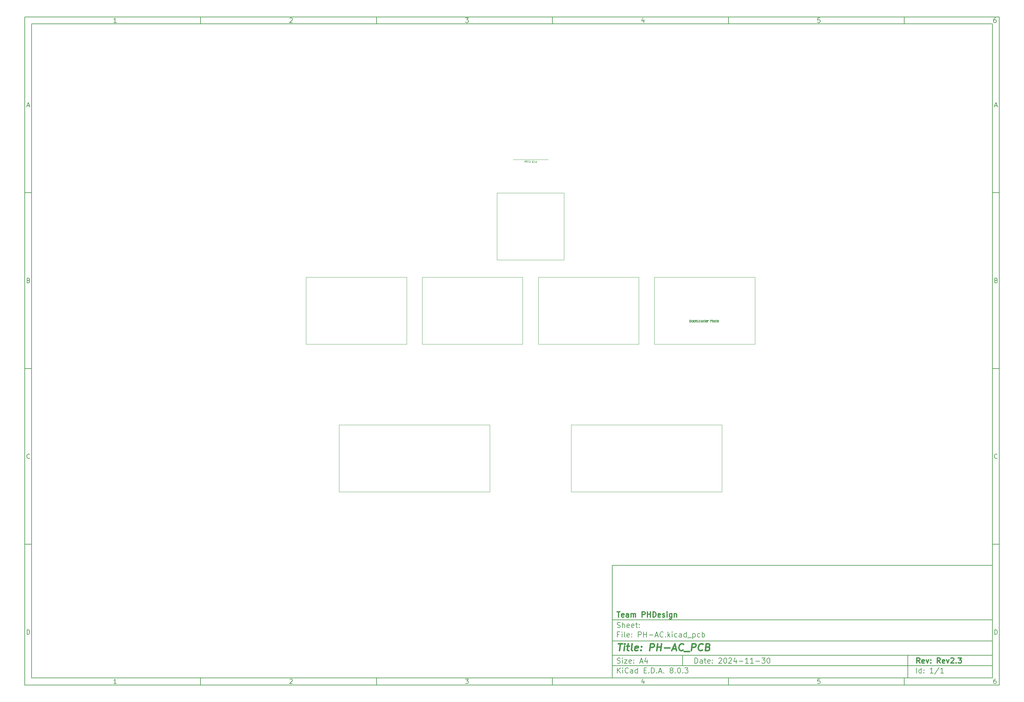
<source format=gbr>
%TF.GenerationSoftware,KiCad,Pcbnew,8.0.3*%
%TF.CreationDate,2024-12-03T01:45:04+08:00*%
%TF.ProjectId,PH-AC,50482d41-432e-46b6-9963-61645f706362,Rev2.3*%
%TF.SameCoordinates,PX405f7e0PY328b740*%
%TF.FileFunction,OtherDrawing,Comment*%
%FSLAX46Y46*%
G04 Gerber Fmt 4.6, Leading zero omitted, Abs format (unit mm)*
G04 Created by KiCad (PCBNEW 8.0.3) date 2024-12-03 01:45:04*
%MOMM*%
%LPD*%
G01*
G04 APERTURE LIST*
%ADD10C,0.100000*%
%ADD11C,0.150000*%
%ADD12C,0.300000*%
%ADD13C,0.400000*%
G04 APERTURE END LIST*
D10*
D11*
X109502200Y-113007200D02*
X217502200Y-113007200D01*
X217502200Y-145007200D01*
X109502200Y-145007200D01*
X109502200Y-113007200D01*
D10*
D11*
X-57500000Y43000000D02*
X219502200Y43000000D01*
X219502200Y-147007200D01*
X-57500000Y-147007200D01*
X-57500000Y43000000D01*
D10*
D11*
X-55500000Y41000000D02*
X217502200Y41000000D01*
X217502200Y-145007200D01*
X-55500000Y-145007200D01*
X-55500000Y41000000D01*
D10*
D11*
X-7500000Y41000000D02*
X-7500000Y43000000D01*
D10*
D11*
X42500000Y41000000D02*
X42500000Y43000000D01*
D10*
D11*
X92500000Y41000000D02*
X92500000Y43000000D01*
D10*
D11*
X142500000Y41000000D02*
X142500000Y43000000D01*
D10*
D11*
X192500000Y41000000D02*
X192500000Y43000000D01*
D10*
D11*
X-31410840Y41406396D02*
X-32153697Y41406396D01*
X-31782269Y41406396D02*
X-31782269Y42706396D01*
X-31782269Y42706396D02*
X-31906078Y42520681D01*
X-31906078Y42520681D02*
X-32029888Y42396872D01*
X-32029888Y42396872D02*
X-32153697Y42334967D01*
D10*
D11*
X17846303Y42582586D02*
X17908207Y42644491D01*
X17908207Y42644491D02*
X18032017Y42706396D01*
X18032017Y42706396D02*
X18341541Y42706396D01*
X18341541Y42706396D02*
X18465350Y42644491D01*
X18465350Y42644491D02*
X18527255Y42582586D01*
X18527255Y42582586D02*
X18589160Y42458777D01*
X18589160Y42458777D02*
X18589160Y42334967D01*
X18589160Y42334967D02*
X18527255Y42149253D01*
X18527255Y42149253D02*
X17784398Y41406396D01*
X17784398Y41406396D02*
X18589160Y41406396D01*
D10*
D11*
X67784398Y42706396D02*
X68589160Y42706396D01*
X68589160Y42706396D02*
X68155826Y42211158D01*
X68155826Y42211158D02*
X68341541Y42211158D01*
X68341541Y42211158D02*
X68465350Y42149253D01*
X68465350Y42149253D02*
X68527255Y42087348D01*
X68527255Y42087348D02*
X68589160Y41963539D01*
X68589160Y41963539D02*
X68589160Y41654015D01*
X68589160Y41654015D02*
X68527255Y41530205D01*
X68527255Y41530205D02*
X68465350Y41468300D01*
X68465350Y41468300D02*
X68341541Y41406396D01*
X68341541Y41406396D02*
X67970112Y41406396D01*
X67970112Y41406396D02*
X67846303Y41468300D01*
X67846303Y41468300D02*
X67784398Y41530205D01*
D10*
D11*
X118465350Y42273062D02*
X118465350Y41406396D01*
X118155826Y42768300D02*
X117846303Y41839729D01*
X117846303Y41839729D02*
X118651064Y41839729D01*
D10*
D11*
X168527255Y42706396D02*
X167908207Y42706396D01*
X167908207Y42706396D02*
X167846303Y42087348D01*
X167846303Y42087348D02*
X167908207Y42149253D01*
X167908207Y42149253D02*
X168032017Y42211158D01*
X168032017Y42211158D02*
X168341541Y42211158D01*
X168341541Y42211158D02*
X168465350Y42149253D01*
X168465350Y42149253D02*
X168527255Y42087348D01*
X168527255Y42087348D02*
X168589160Y41963539D01*
X168589160Y41963539D02*
X168589160Y41654015D01*
X168589160Y41654015D02*
X168527255Y41530205D01*
X168527255Y41530205D02*
X168465350Y41468300D01*
X168465350Y41468300D02*
X168341541Y41406396D01*
X168341541Y41406396D02*
X168032017Y41406396D01*
X168032017Y41406396D02*
X167908207Y41468300D01*
X167908207Y41468300D02*
X167846303Y41530205D01*
D10*
D11*
X218465350Y42706396D02*
X218217731Y42706396D01*
X218217731Y42706396D02*
X218093922Y42644491D01*
X218093922Y42644491D02*
X218032017Y42582586D01*
X218032017Y42582586D02*
X217908207Y42396872D01*
X217908207Y42396872D02*
X217846303Y42149253D01*
X217846303Y42149253D02*
X217846303Y41654015D01*
X217846303Y41654015D02*
X217908207Y41530205D01*
X217908207Y41530205D02*
X217970112Y41468300D01*
X217970112Y41468300D02*
X218093922Y41406396D01*
X218093922Y41406396D02*
X218341541Y41406396D01*
X218341541Y41406396D02*
X218465350Y41468300D01*
X218465350Y41468300D02*
X218527255Y41530205D01*
X218527255Y41530205D02*
X218589160Y41654015D01*
X218589160Y41654015D02*
X218589160Y41963539D01*
X218589160Y41963539D02*
X218527255Y42087348D01*
X218527255Y42087348D02*
X218465350Y42149253D01*
X218465350Y42149253D02*
X218341541Y42211158D01*
X218341541Y42211158D02*
X218093922Y42211158D01*
X218093922Y42211158D02*
X217970112Y42149253D01*
X217970112Y42149253D02*
X217908207Y42087348D01*
X217908207Y42087348D02*
X217846303Y41963539D01*
D10*
D11*
X-7500000Y-145007200D02*
X-7500000Y-147007200D01*
D10*
D11*
X42500000Y-145007200D02*
X42500000Y-147007200D01*
D10*
D11*
X92500000Y-145007200D02*
X92500000Y-147007200D01*
D10*
D11*
X142500000Y-145007200D02*
X142500000Y-147007200D01*
D10*
D11*
X192500000Y-145007200D02*
X192500000Y-147007200D01*
D10*
D11*
X-31410840Y-146600804D02*
X-32153697Y-146600804D01*
X-31782269Y-146600804D02*
X-31782269Y-145300804D01*
X-31782269Y-145300804D02*
X-31906078Y-145486519D01*
X-31906078Y-145486519D02*
X-32029888Y-145610328D01*
X-32029888Y-145610328D02*
X-32153697Y-145672233D01*
D10*
D11*
X17846303Y-145424614D02*
X17908207Y-145362709D01*
X17908207Y-145362709D02*
X18032017Y-145300804D01*
X18032017Y-145300804D02*
X18341541Y-145300804D01*
X18341541Y-145300804D02*
X18465350Y-145362709D01*
X18465350Y-145362709D02*
X18527255Y-145424614D01*
X18527255Y-145424614D02*
X18589160Y-145548423D01*
X18589160Y-145548423D02*
X18589160Y-145672233D01*
X18589160Y-145672233D02*
X18527255Y-145857947D01*
X18527255Y-145857947D02*
X17784398Y-146600804D01*
X17784398Y-146600804D02*
X18589160Y-146600804D01*
D10*
D11*
X67784398Y-145300804D02*
X68589160Y-145300804D01*
X68589160Y-145300804D02*
X68155826Y-145796042D01*
X68155826Y-145796042D02*
X68341541Y-145796042D01*
X68341541Y-145796042D02*
X68465350Y-145857947D01*
X68465350Y-145857947D02*
X68527255Y-145919852D01*
X68527255Y-145919852D02*
X68589160Y-146043661D01*
X68589160Y-146043661D02*
X68589160Y-146353185D01*
X68589160Y-146353185D02*
X68527255Y-146476995D01*
X68527255Y-146476995D02*
X68465350Y-146538900D01*
X68465350Y-146538900D02*
X68341541Y-146600804D01*
X68341541Y-146600804D02*
X67970112Y-146600804D01*
X67970112Y-146600804D02*
X67846303Y-146538900D01*
X67846303Y-146538900D02*
X67784398Y-146476995D01*
D10*
D11*
X118465350Y-145734138D02*
X118465350Y-146600804D01*
X118155826Y-145238900D02*
X117846303Y-146167471D01*
X117846303Y-146167471D02*
X118651064Y-146167471D01*
D10*
D11*
X168527255Y-145300804D02*
X167908207Y-145300804D01*
X167908207Y-145300804D02*
X167846303Y-145919852D01*
X167846303Y-145919852D02*
X167908207Y-145857947D01*
X167908207Y-145857947D02*
X168032017Y-145796042D01*
X168032017Y-145796042D02*
X168341541Y-145796042D01*
X168341541Y-145796042D02*
X168465350Y-145857947D01*
X168465350Y-145857947D02*
X168527255Y-145919852D01*
X168527255Y-145919852D02*
X168589160Y-146043661D01*
X168589160Y-146043661D02*
X168589160Y-146353185D01*
X168589160Y-146353185D02*
X168527255Y-146476995D01*
X168527255Y-146476995D02*
X168465350Y-146538900D01*
X168465350Y-146538900D02*
X168341541Y-146600804D01*
X168341541Y-146600804D02*
X168032017Y-146600804D01*
X168032017Y-146600804D02*
X167908207Y-146538900D01*
X167908207Y-146538900D02*
X167846303Y-146476995D01*
D10*
D11*
X218465350Y-145300804D02*
X218217731Y-145300804D01*
X218217731Y-145300804D02*
X218093922Y-145362709D01*
X218093922Y-145362709D02*
X218032017Y-145424614D01*
X218032017Y-145424614D02*
X217908207Y-145610328D01*
X217908207Y-145610328D02*
X217846303Y-145857947D01*
X217846303Y-145857947D02*
X217846303Y-146353185D01*
X217846303Y-146353185D02*
X217908207Y-146476995D01*
X217908207Y-146476995D02*
X217970112Y-146538900D01*
X217970112Y-146538900D02*
X218093922Y-146600804D01*
X218093922Y-146600804D02*
X218341541Y-146600804D01*
X218341541Y-146600804D02*
X218465350Y-146538900D01*
X218465350Y-146538900D02*
X218527255Y-146476995D01*
X218527255Y-146476995D02*
X218589160Y-146353185D01*
X218589160Y-146353185D02*
X218589160Y-146043661D01*
X218589160Y-146043661D02*
X218527255Y-145919852D01*
X218527255Y-145919852D02*
X218465350Y-145857947D01*
X218465350Y-145857947D02*
X218341541Y-145796042D01*
X218341541Y-145796042D02*
X218093922Y-145796042D01*
X218093922Y-145796042D02*
X217970112Y-145857947D01*
X217970112Y-145857947D02*
X217908207Y-145919852D01*
X217908207Y-145919852D02*
X217846303Y-146043661D01*
D10*
D11*
X-57500000Y-7000000D02*
X-55500000Y-7000000D01*
D10*
D11*
X-57500000Y-57000000D02*
X-55500000Y-57000000D01*
D10*
D11*
X-57500000Y-107000000D02*
X-55500000Y-107000000D01*
D10*
D11*
X-56809524Y17777824D02*
X-56190477Y17777824D01*
X-56933334Y17406396D02*
X-56500001Y18706396D01*
X-56500001Y18706396D02*
X-56066667Y17406396D01*
D10*
D11*
X-56407143Y-31912652D02*
X-56221429Y-31974557D01*
X-56221429Y-31974557D02*
X-56159524Y-32036461D01*
X-56159524Y-32036461D02*
X-56097620Y-32160271D01*
X-56097620Y-32160271D02*
X-56097620Y-32345985D01*
X-56097620Y-32345985D02*
X-56159524Y-32469795D01*
X-56159524Y-32469795D02*
X-56221429Y-32531700D01*
X-56221429Y-32531700D02*
X-56345239Y-32593604D01*
X-56345239Y-32593604D02*
X-56840477Y-32593604D01*
X-56840477Y-32593604D02*
X-56840477Y-31293604D01*
X-56840477Y-31293604D02*
X-56407143Y-31293604D01*
X-56407143Y-31293604D02*
X-56283334Y-31355509D01*
X-56283334Y-31355509D02*
X-56221429Y-31417414D01*
X-56221429Y-31417414D02*
X-56159524Y-31541223D01*
X-56159524Y-31541223D02*
X-56159524Y-31665033D01*
X-56159524Y-31665033D02*
X-56221429Y-31788842D01*
X-56221429Y-31788842D02*
X-56283334Y-31850747D01*
X-56283334Y-31850747D02*
X-56407143Y-31912652D01*
X-56407143Y-31912652D02*
X-56840477Y-31912652D01*
D10*
D11*
X-56097620Y-82469795D02*
X-56159524Y-82531700D01*
X-56159524Y-82531700D02*
X-56345239Y-82593604D01*
X-56345239Y-82593604D02*
X-56469048Y-82593604D01*
X-56469048Y-82593604D02*
X-56654762Y-82531700D01*
X-56654762Y-82531700D02*
X-56778572Y-82407890D01*
X-56778572Y-82407890D02*
X-56840477Y-82284080D01*
X-56840477Y-82284080D02*
X-56902381Y-82036461D01*
X-56902381Y-82036461D02*
X-56902381Y-81850747D01*
X-56902381Y-81850747D02*
X-56840477Y-81603128D01*
X-56840477Y-81603128D02*
X-56778572Y-81479319D01*
X-56778572Y-81479319D02*
X-56654762Y-81355509D01*
X-56654762Y-81355509D02*
X-56469048Y-81293604D01*
X-56469048Y-81293604D02*
X-56345239Y-81293604D01*
X-56345239Y-81293604D02*
X-56159524Y-81355509D01*
X-56159524Y-81355509D02*
X-56097620Y-81417414D01*
D10*
D11*
X-56840477Y-132593604D02*
X-56840477Y-131293604D01*
X-56840477Y-131293604D02*
X-56530953Y-131293604D01*
X-56530953Y-131293604D02*
X-56345239Y-131355509D01*
X-56345239Y-131355509D02*
X-56221429Y-131479319D01*
X-56221429Y-131479319D02*
X-56159524Y-131603128D01*
X-56159524Y-131603128D02*
X-56097620Y-131850747D01*
X-56097620Y-131850747D02*
X-56097620Y-132036461D01*
X-56097620Y-132036461D02*
X-56159524Y-132284080D01*
X-56159524Y-132284080D02*
X-56221429Y-132407890D01*
X-56221429Y-132407890D02*
X-56345239Y-132531700D01*
X-56345239Y-132531700D02*
X-56530953Y-132593604D01*
X-56530953Y-132593604D02*
X-56840477Y-132593604D01*
D10*
D11*
X219502200Y-7000000D02*
X217502200Y-7000000D01*
D10*
D11*
X219502200Y-57000000D02*
X217502200Y-57000000D01*
D10*
D11*
X219502200Y-107000000D02*
X217502200Y-107000000D01*
D10*
D11*
X218192676Y17777824D02*
X218811723Y17777824D01*
X218068866Y17406396D02*
X218502199Y18706396D01*
X218502199Y18706396D02*
X218935533Y17406396D01*
D10*
D11*
X218595057Y-31912652D02*
X218780771Y-31974557D01*
X218780771Y-31974557D02*
X218842676Y-32036461D01*
X218842676Y-32036461D02*
X218904580Y-32160271D01*
X218904580Y-32160271D02*
X218904580Y-32345985D01*
X218904580Y-32345985D02*
X218842676Y-32469795D01*
X218842676Y-32469795D02*
X218780771Y-32531700D01*
X218780771Y-32531700D02*
X218656961Y-32593604D01*
X218656961Y-32593604D02*
X218161723Y-32593604D01*
X218161723Y-32593604D02*
X218161723Y-31293604D01*
X218161723Y-31293604D02*
X218595057Y-31293604D01*
X218595057Y-31293604D02*
X218718866Y-31355509D01*
X218718866Y-31355509D02*
X218780771Y-31417414D01*
X218780771Y-31417414D02*
X218842676Y-31541223D01*
X218842676Y-31541223D02*
X218842676Y-31665033D01*
X218842676Y-31665033D02*
X218780771Y-31788842D01*
X218780771Y-31788842D02*
X218718866Y-31850747D01*
X218718866Y-31850747D02*
X218595057Y-31912652D01*
X218595057Y-31912652D02*
X218161723Y-31912652D01*
D10*
D11*
X218904580Y-82469795D02*
X218842676Y-82531700D01*
X218842676Y-82531700D02*
X218656961Y-82593604D01*
X218656961Y-82593604D02*
X218533152Y-82593604D01*
X218533152Y-82593604D02*
X218347438Y-82531700D01*
X218347438Y-82531700D02*
X218223628Y-82407890D01*
X218223628Y-82407890D02*
X218161723Y-82284080D01*
X218161723Y-82284080D02*
X218099819Y-82036461D01*
X218099819Y-82036461D02*
X218099819Y-81850747D01*
X218099819Y-81850747D02*
X218161723Y-81603128D01*
X218161723Y-81603128D02*
X218223628Y-81479319D01*
X218223628Y-81479319D02*
X218347438Y-81355509D01*
X218347438Y-81355509D02*
X218533152Y-81293604D01*
X218533152Y-81293604D02*
X218656961Y-81293604D01*
X218656961Y-81293604D02*
X218842676Y-81355509D01*
X218842676Y-81355509D02*
X218904580Y-81417414D01*
D10*
D11*
X218161723Y-132593604D02*
X218161723Y-131293604D01*
X218161723Y-131293604D02*
X218471247Y-131293604D01*
X218471247Y-131293604D02*
X218656961Y-131355509D01*
X218656961Y-131355509D02*
X218780771Y-131479319D01*
X218780771Y-131479319D02*
X218842676Y-131603128D01*
X218842676Y-131603128D02*
X218904580Y-131850747D01*
X218904580Y-131850747D02*
X218904580Y-132036461D01*
X218904580Y-132036461D02*
X218842676Y-132284080D01*
X218842676Y-132284080D02*
X218780771Y-132407890D01*
X218780771Y-132407890D02*
X218656961Y-132531700D01*
X218656961Y-132531700D02*
X218471247Y-132593604D01*
X218471247Y-132593604D02*
X218161723Y-132593604D01*
D10*
D11*
X132958026Y-140793328D02*
X132958026Y-139293328D01*
X132958026Y-139293328D02*
X133315169Y-139293328D01*
X133315169Y-139293328D02*
X133529455Y-139364757D01*
X133529455Y-139364757D02*
X133672312Y-139507614D01*
X133672312Y-139507614D02*
X133743741Y-139650471D01*
X133743741Y-139650471D02*
X133815169Y-139936185D01*
X133815169Y-139936185D02*
X133815169Y-140150471D01*
X133815169Y-140150471D02*
X133743741Y-140436185D01*
X133743741Y-140436185D02*
X133672312Y-140579042D01*
X133672312Y-140579042D02*
X133529455Y-140721900D01*
X133529455Y-140721900D02*
X133315169Y-140793328D01*
X133315169Y-140793328D02*
X132958026Y-140793328D01*
X135100884Y-140793328D02*
X135100884Y-140007614D01*
X135100884Y-140007614D02*
X135029455Y-139864757D01*
X135029455Y-139864757D02*
X134886598Y-139793328D01*
X134886598Y-139793328D02*
X134600884Y-139793328D01*
X134600884Y-139793328D02*
X134458026Y-139864757D01*
X135100884Y-140721900D02*
X134958026Y-140793328D01*
X134958026Y-140793328D02*
X134600884Y-140793328D01*
X134600884Y-140793328D02*
X134458026Y-140721900D01*
X134458026Y-140721900D02*
X134386598Y-140579042D01*
X134386598Y-140579042D02*
X134386598Y-140436185D01*
X134386598Y-140436185D02*
X134458026Y-140293328D01*
X134458026Y-140293328D02*
X134600884Y-140221900D01*
X134600884Y-140221900D02*
X134958026Y-140221900D01*
X134958026Y-140221900D02*
X135100884Y-140150471D01*
X135600884Y-139793328D02*
X136172312Y-139793328D01*
X135815169Y-139293328D02*
X135815169Y-140579042D01*
X135815169Y-140579042D02*
X135886598Y-140721900D01*
X135886598Y-140721900D02*
X136029455Y-140793328D01*
X136029455Y-140793328D02*
X136172312Y-140793328D01*
X137243741Y-140721900D02*
X137100884Y-140793328D01*
X137100884Y-140793328D02*
X136815170Y-140793328D01*
X136815170Y-140793328D02*
X136672312Y-140721900D01*
X136672312Y-140721900D02*
X136600884Y-140579042D01*
X136600884Y-140579042D02*
X136600884Y-140007614D01*
X136600884Y-140007614D02*
X136672312Y-139864757D01*
X136672312Y-139864757D02*
X136815170Y-139793328D01*
X136815170Y-139793328D02*
X137100884Y-139793328D01*
X137100884Y-139793328D02*
X137243741Y-139864757D01*
X137243741Y-139864757D02*
X137315170Y-140007614D01*
X137315170Y-140007614D02*
X137315170Y-140150471D01*
X137315170Y-140150471D02*
X136600884Y-140293328D01*
X137958026Y-140650471D02*
X138029455Y-140721900D01*
X138029455Y-140721900D02*
X137958026Y-140793328D01*
X137958026Y-140793328D02*
X137886598Y-140721900D01*
X137886598Y-140721900D02*
X137958026Y-140650471D01*
X137958026Y-140650471D02*
X137958026Y-140793328D01*
X137958026Y-139864757D02*
X138029455Y-139936185D01*
X138029455Y-139936185D02*
X137958026Y-140007614D01*
X137958026Y-140007614D02*
X137886598Y-139936185D01*
X137886598Y-139936185D02*
X137958026Y-139864757D01*
X137958026Y-139864757D02*
X137958026Y-140007614D01*
X139743741Y-139436185D02*
X139815169Y-139364757D01*
X139815169Y-139364757D02*
X139958027Y-139293328D01*
X139958027Y-139293328D02*
X140315169Y-139293328D01*
X140315169Y-139293328D02*
X140458027Y-139364757D01*
X140458027Y-139364757D02*
X140529455Y-139436185D01*
X140529455Y-139436185D02*
X140600884Y-139579042D01*
X140600884Y-139579042D02*
X140600884Y-139721900D01*
X140600884Y-139721900D02*
X140529455Y-139936185D01*
X140529455Y-139936185D02*
X139672312Y-140793328D01*
X139672312Y-140793328D02*
X140600884Y-140793328D01*
X141529455Y-139293328D02*
X141672312Y-139293328D01*
X141672312Y-139293328D02*
X141815169Y-139364757D01*
X141815169Y-139364757D02*
X141886598Y-139436185D01*
X141886598Y-139436185D02*
X141958026Y-139579042D01*
X141958026Y-139579042D02*
X142029455Y-139864757D01*
X142029455Y-139864757D02*
X142029455Y-140221900D01*
X142029455Y-140221900D02*
X141958026Y-140507614D01*
X141958026Y-140507614D02*
X141886598Y-140650471D01*
X141886598Y-140650471D02*
X141815169Y-140721900D01*
X141815169Y-140721900D02*
X141672312Y-140793328D01*
X141672312Y-140793328D02*
X141529455Y-140793328D01*
X141529455Y-140793328D02*
X141386598Y-140721900D01*
X141386598Y-140721900D02*
X141315169Y-140650471D01*
X141315169Y-140650471D02*
X141243740Y-140507614D01*
X141243740Y-140507614D02*
X141172312Y-140221900D01*
X141172312Y-140221900D02*
X141172312Y-139864757D01*
X141172312Y-139864757D02*
X141243740Y-139579042D01*
X141243740Y-139579042D02*
X141315169Y-139436185D01*
X141315169Y-139436185D02*
X141386598Y-139364757D01*
X141386598Y-139364757D02*
X141529455Y-139293328D01*
X142600883Y-139436185D02*
X142672311Y-139364757D01*
X142672311Y-139364757D02*
X142815169Y-139293328D01*
X142815169Y-139293328D02*
X143172311Y-139293328D01*
X143172311Y-139293328D02*
X143315169Y-139364757D01*
X143315169Y-139364757D02*
X143386597Y-139436185D01*
X143386597Y-139436185D02*
X143458026Y-139579042D01*
X143458026Y-139579042D02*
X143458026Y-139721900D01*
X143458026Y-139721900D02*
X143386597Y-139936185D01*
X143386597Y-139936185D02*
X142529454Y-140793328D01*
X142529454Y-140793328D02*
X143458026Y-140793328D01*
X144743740Y-139793328D02*
X144743740Y-140793328D01*
X144386597Y-139221900D02*
X144029454Y-140293328D01*
X144029454Y-140293328D02*
X144958025Y-140293328D01*
X145529453Y-140221900D02*
X146672311Y-140221900D01*
X148172311Y-140793328D02*
X147315168Y-140793328D01*
X147743739Y-140793328D02*
X147743739Y-139293328D01*
X147743739Y-139293328D02*
X147600882Y-139507614D01*
X147600882Y-139507614D02*
X147458025Y-139650471D01*
X147458025Y-139650471D02*
X147315168Y-139721900D01*
X149600882Y-140793328D02*
X148743739Y-140793328D01*
X149172310Y-140793328D02*
X149172310Y-139293328D01*
X149172310Y-139293328D02*
X149029453Y-139507614D01*
X149029453Y-139507614D02*
X148886596Y-139650471D01*
X148886596Y-139650471D02*
X148743739Y-139721900D01*
X150243738Y-140221900D02*
X151386596Y-140221900D01*
X151958024Y-139293328D02*
X152886596Y-139293328D01*
X152886596Y-139293328D02*
X152386596Y-139864757D01*
X152386596Y-139864757D02*
X152600881Y-139864757D01*
X152600881Y-139864757D02*
X152743739Y-139936185D01*
X152743739Y-139936185D02*
X152815167Y-140007614D01*
X152815167Y-140007614D02*
X152886596Y-140150471D01*
X152886596Y-140150471D02*
X152886596Y-140507614D01*
X152886596Y-140507614D02*
X152815167Y-140650471D01*
X152815167Y-140650471D02*
X152743739Y-140721900D01*
X152743739Y-140721900D02*
X152600881Y-140793328D01*
X152600881Y-140793328D02*
X152172310Y-140793328D01*
X152172310Y-140793328D02*
X152029453Y-140721900D01*
X152029453Y-140721900D02*
X151958024Y-140650471D01*
X153815167Y-139293328D02*
X153958024Y-139293328D01*
X153958024Y-139293328D02*
X154100881Y-139364757D01*
X154100881Y-139364757D02*
X154172310Y-139436185D01*
X154172310Y-139436185D02*
X154243738Y-139579042D01*
X154243738Y-139579042D02*
X154315167Y-139864757D01*
X154315167Y-139864757D02*
X154315167Y-140221900D01*
X154315167Y-140221900D02*
X154243738Y-140507614D01*
X154243738Y-140507614D02*
X154172310Y-140650471D01*
X154172310Y-140650471D02*
X154100881Y-140721900D01*
X154100881Y-140721900D02*
X153958024Y-140793328D01*
X153958024Y-140793328D02*
X153815167Y-140793328D01*
X153815167Y-140793328D02*
X153672310Y-140721900D01*
X153672310Y-140721900D02*
X153600881Y-140650471D01*
X153600881Y-140650471D02*
X153529452Y-140507614D01*
X153529452Y-140507614D02*
X153458024Y-140221900D01*
X153458024Y-140221900D02*
X153458024Y-139864757D01*
X153458024Y-139864757D02*
X153529452Y-139579042D01*
X153529452Y-139579042D02*
X153600881Y-139436185D01*
X153600881Y-139436185D02*
X153672310Y-139364757D01*
X153672310Y-139364757D02*
X153815167Y-139293328D01*
D10*
D11*
X109502200Y-141507200D02*
X217502200Y-141507200D01*
D10*
D11*
X110958026Y-143593328D02*
X110958026Y-142093328D01*
X111815169Y-143593328D02*
X111172312Y-142736185D01*
X111815169Y-142093328D02*
X110958026Y-142950471D01*
X112458026Y-143593328D02*
X112458026Y-142593328D01*
X112458026Y-142093328D02*
X112386598Y-142164757D01*
X112386598Y-142164757D02*
X112458026Y-142236185D01*
X112458026Y-142236185D02*
X112529455Y-142164757D01*
X112529455Y-142164757D02*
X112458026Y-142093328D01*
X112458026Y-142093328D02*
X112458026Y-142236185D01*
X114029455Y-143450471D02*
X113958027Y-143521900D01*
X113958027Y-143521900D02*
X113743741Y-143593328D01*
X113743741Y-143593328D02*
X113600884Y-143593328D01*
X113600884Y-143593328D02*
X113386598Y-143521900D01*
X113386598Y-143521900D02*
X113243741Y-143379042D01*
X113243741Y-143379042D02*
X113172312Y-143236185D01*
X113172312Y-143236185D02*
X113100884Y-142950471D01*
X113100884Y-142950471D02*
X113100884Y-142736185D01*
X113100884Y-142736185D02*
X113172312Y-142450471D01*
X113172312Y-142450471D02*
X113243741Y-142307614D01*
X113243741Y-142307614D02*
X113386598Y-142164757D01*
X113386598Y-142164757D02*
X113600884Y-142093328D01*
X113600884Y-142093328D02*
X113743741Y-142093328D01*
X113743741Y-142093328D02*
X113958027Y-142164757D01*
X113958027Y-142164757D02*
X114029455Y-142236185D01*
X115315170Y-143593328D02*
X115315170Y-142807614D01*
X115315170Y-142807614D02*
X115243741Y-142664757D01*
X115243741Y-142664757D02*
X115100884Y-142593328D01*
X115100884Y-142593328D02*
X114815170Y-142593328D01*
X114815170Y-142593328D02*
X114672312Y-142664757D01*
X115315170Y-143521900D02*
X115172312Y-143593328D01*
X115172312Y-143593328D02*
X114815170Y-143593328D01*
X114815170Y-143593328D02*
X114672312Y-143521900D01*
X114672312Y-143521900D02*
X114600884Y-143379042D01*
X114600884Y-143379042D02*
X114600884Y-143236185D01*
X114600884Y-143236185D02*
X114672312Y-143093328D01*
X114672312Y-143093328D02*
X114815170Y-143021900D01*
X114815170Y-143021900D02*
X115172312Y-143021900D01*
X115172312Y-143021900D02*
X115315170Y-142950471D01*
X116672313Y-143593328D02*
X116672313Y-142093328D01*
X116672313Y-143521900D02*
X116529455Y-143593328D01*
X116529455Y-143593328D02*
X116243741Y-143593328D01*
X116243741Y-143593328D02*
X116100884Y-143521900D01*
X116100884Y-143521900D02*
X116029455Y-143450471D01*
X116029455Y-143450471D02*
X115958027Y-143307614D01*
X115958027Y-143307614D02*
X115958027Y-142879042D01*
X115958027Y-142879042D02*
X116029455Y-142736185D01*
X116029455Y-142736185D02*
X116100884Y-142664757D01*
X116100884Y-142664757D02*
X116243741Y-142593328D01*
X116243741Y-142593328D02*
X116529455Y-142593328D01*
X116529455Y-142593328D02*
X116672313Y-142664757D01*
X118529455Y-142807614D02*
X119029455Y-142807614D01*
X119243741Y-143593328D02*
X118529455Y-143593328D01*
X118529455Y-143593328D02*
X118529455Y-142093328D01*
X118529455Y-142093328D02*
X119243741Y-142093328D01*
X119886598Y-143450471D02*
X119958027Y-143521900D01*
X119958027Y-143521900D02*
X119886598Y-143593328D01*
X119886598Y-143593328D02*
X119815170Y-143521900D01*
X119815170Y-143521900D02*
X119886598Y-143450471D01*
X119886598Y-143450471D02*
X119886598Y-143593328D01*
X120600884Y-143593328D02*
X120600884Y-142093328D01*
X120600884Y-142093328D02*
X120958027Y-142093328D01*
X120958027Y-142093328D02*
X121172313Y-142164757D01*
X121172313Y-142164757D02*
X121315170Y-142307614D01*
X121315170Y-142307614D02*
X121386599Y-142450471D01*
X121386599Y-142450471D02*
X121458027Y-142736185D01*
X121458027Y-142736185D02*
X121458027Y-142950471D01*
X121458027Y-142950471D02*
X121386599Y-143236185D01*
X121386599Y-143236185D02*
X121315170Y-143379042D01*
X121315170Y-143379042D02*
X121172313Y-143521900D01*
X121172313Y-143521900D02*
X120958027Y-143593328D01*
X120958027Y-143593328D02*
X120600884Y-143593328D01*
X122100884Y-143450471D02*
X122172313Y-143521900D01*
X122172313Y-143521900D02*
X122100884Y-143593328D01*
X122100884Y-143593328D02*
X122029456Y-143521900D01*
X122029456Y-143521900D02*
X122100884Y-143450471D01*
X122100884Y-143450471D02*
X122100884Y-143593328D01*
X122743742Y-143164757D02*
X123458028Y-143164757D01*
X122600885Y-143593328D02*
X123100885Y-142093328D01*
X123100885Y-142093328D02*
X123600885Y-143593328D01*
X124100884Y-143450471D02*
X124172313Y-143521900D01*
X124172313Y-143521900D02*
X124100884Y-143593328D01*
X124100884Y-143593328D02*
X124029456Y-143521900D01*
X124029456Y-143521900D02*
X124100884Y-143450471D01*
X124100884Y-143450471D02*
X124100884Y-143593328D01*
X126172313Y-142736185D02*
X126029456Y-142664757D01*
X126029456Y-142664757D02*
X125958027Y-142593328D01*
X125958027Y-142593328D02*
X125886599Y-142450471D01*
X125886599Y-142450471D02*
X125886599Y-142379042D01*
X125886599Y-142379042D02*
X125958027Y-142236185D01*
X125958027Y-142236185D02*
X126029456Y-142164757D01*
X126029456Y-142164757D02*
X126172313Y-142093328D01*
X126172313Y-142093328D02*
X126458027Y-142093328D01*
X126458027Y-142093328D02*
X126600885Y-142164757D01*
X126600885Y-142164757D02*
X126672313Y-142236185D01*
X126672313Y-142236185D02*
X126743742Y-142379042D01*
X126743742Y-142379042D02*
X126743742Y-142450471D01*
X126743742Y-142450471D02*
X126672313Y-142593328D01*
X126672313Y-142593328D02*
X126600885Y-142664757D01*
X126600885Y-142664757D02*
X126458027Y-142736185D01*
X126458027Y-142736185D02*
X126172313Y-142736185D01*
X126172313Y-142736185D02*
X126029456Y-142807614D01*
X126029456Y-142807614D02*
X125958027Y-142879042D01*
X125958027Y-142879042D02*
X125886599Y-143021900D01*
X125886599Y-143021900D02*
X125886599Y-143307614D01*
X125886599Y-143307614D02*
X125958027Y-143450471D01*
X125958027Y-143450471D02*
X126029456Y-143521900D01*
X126029456Y-143521900D02*
X126172313Y-143593328D01*
X126172313Y-143593328D02*
X126458027Y-143593328D01*
X126458027Y-143593328D02*
X126600885Y-143521900D01*
X126600885Y-143521900D02*
X126672313Y-143450471D01*
X126672313Y-143450471D02*
X126743742Y-143307614D01*
X126743742Y-143307614D02*
X126743742Y-143021900D01*
X126743742Y-143021900D02*
X126672313Y-142879042D01*
X126672313Y-142879042D02*
X126600885Y-142807614D01*
X126600885Y-142807614D02*
X126458027Y-142736185D01*
X127386598Y-143450471D02*
X127458027Y-143521900D01*
X127458027Y-143521900D02*
X127386598Y-143593328D01*
X127386598Y-143593328D02*
X127315170Y-143521900D01*
X127315170Y-143521900D02*
X127386598Y-143450471D01*
X127386598Y-143450471D02*
X127386598Y-143593328D01*
X128386599Y-142093328D02*
X128529456Y-142093328D01*
X128529456Y-142093328D02*
X128672313Y-142164757D01*
X128672313Y-142164757D02*
X128743742Y-142236185D01*
X128743742Y-142236185D02*
X128815170Y-142379042D01*
X128815170Y-142379042D02*
X128886599Y-142664757D01*
X128886599Y-142664757D02*
X128886599Y-143021900D01*
X128886599Y-143021900D02*
X128815170Y-143307614D01*
X128815170Y-143307614D02*
X128743742Y-143450471D01*
X128743742Y-143450471D02*
X128672313Y-143521900D01*
X128672313Y-143521900D02*
X128529456Y-143593328D01*
X128529456Y-143593328D02*
X128386599Y-143593328D01*
X128386599Y-143593328D02*
X128243742Y-143521900D01*
X128243742Y-143521900D02*
X128172313Y-143450471D01*
X128172313Y-143450471D02*
X128100884Y-143307614D01*
X128100884Y-143307614D02*
X128029456Y-143021900D01*
X128029456Y-143021900D02*
X128029456Y-142664757D01*
X128029456Y-142664757D02*
X128100884Y-142379042D01*
X128100884Y-142379042D02*
X128172313Y-142236185D01*
X128172313Y-142236185D02*
X128243742Y-142164757D01*
X128243742Y-142164757D02*
X128386599Y-142093328D01*
X129529455Y-143450471D02*
X129600884Y-143521900D01*
X129600884Y-143521900D02*
X129529455Y-143593328D01*
X129529455Y-143593328D02*
X129458027Y-143521900D01*
X129458027Y-143521900D02*
X129529455Y-143450471D01*
X129529455Y-143450471D02*
X129529455Y-143593328D01*
X130100884Y-142093328D02*
X131029456Y-142093328D01*
X131029456Y-142093328D02*
X130529456Y-142664757D01*
X130529456Y-142664757D02*
X130743741Y-142664757D01*
X130743741Y-142664757D02*
X130886599Y-142736185D01*
X130886599Y-142736185D02*
X130958027Y-142807614D01*
X130958027Y-142807614D02*
X131029456Y-142950471D01*
X131029456Y-142950471D02*
X131029456Y-143307614D01*
X131029456Y-143307614D02*
X130958027Y-143450471D01*
X130958027Y-143450471D02*
X130886599Y-143521900D01*
X130886599Y-143521900D02*
X130743741Y-143593328D01*
X130743741Y-143593328D02*
X130315170Y-143593328D01*
X130315170Y-143593328D02*
X130172313Y-143521900D01*
X130172313Y-143521900D02*
X130100884Y-143450471D01*
D10*
D11*
X109502200Y-138507200D02*
X217502200Y-138507200D01*
D10*
D12*
X196913853Y-140785528D02*
X196413853Y-140071242D01*
X196056710Y-140785528D02*
X196056710Y-139285528D01*
X196056710Y-139285528D02*
X196628139Y-139285528D01*
X196628139Y-139285528D02*
X196770996Y-139356957D01*
X196770996Y-139356957D02*
X196842425Y-139428385D01*
X196842425Y-139428385D02*
X196913853Y-139571242D01*
X196913853Y-139571242D02*
X196913853Y-139785528D01*
X196913853Y-139785528D02*
X196842425Y-139928385D01*
X196842425Y-139928385D02*
X196770996Y-139999814D01*
X196770996Y-139999814D02*
X196628139Y-140071242D01*
X196628139Y-140071242D02*
X196056710Y-140071242D01*
X198128139Y-140714100D02*
X197985282Y-140785528D01*
X197985282Y-140785528D02*
X197699568Y-140785528D01*
X197699568Y-140785528D02*
X197556710Y-140714100D01*
X197556710Y-140714100D02*
X197485282Y-140571242D01*
X197485282Y-140571242D02*
X197485282Y-139999814D01*
X197485282Y-139999814D02*
X197556710Y-139856957D01*
X197556710Y-139856957D02*
X197699568Y-139785528D01*
X197699568Y-139785528D02*
X197985282Y-139785528D01*
X197985282Y-139785528D02*
X198128139Y-139856957D01*
X198128139Y-139856957D02*
X198199568Y-139999814D01*
X198199568Y-139999814D02*
X198199568Y-140142671D01*
X198199568Y-140142671D02*
X197485282Y-140285528D01*
X198699567Y-139785528D02*
X199056710Y-140785528D01*
X199056710Y-140785528D02*
X199413853Y-139785528D01*
X199985281Y-140642671D02*
X200056710Y-140714100D01*
X200056710Y-140714100D02*
X199985281Y-140785528D01*
X199985281Y-140785528D02*
X199913853Y-140714100D01*
X199913853Y-140714100D02*
X199985281Y-140642671D01*
X199985281Y-140642671D02*
X199985281Y-140785528D01*
X199985281Y-139856957D02*
X200056710Y-139928385D01*
X200056710Y-139928385D02*
X199985281Y-139999814D01*
X199985281Y-139999814D02*
X199913853Y-139928385D01*
X199913853Y-139928385D02*
X199985281Y-139856957D01*
X199985281Y-139856957D02*
X199985281Y-139999814D01*
X202699567Y-140785528D02*
X202199567Y-140071242D01*
X201842424Y-140785528D02*
X201842424Y-139285528D01*
X201842424Y-139285528D02*
X202413853Y-139285528D01*
X202413853Y-139285528D02*
X202556710Y-139356957D01*
X202556710Y-139356957D02*
X202628139Y-139428385D01*
X202628139Y-139428385D02*
X202699567Y-139571242D01*
X202699567Y-139571242D02*
X202699567Y-139785528D01*
X202699567Y-139785528D02*
X202628139Y-139928385D01*
X202628139Y-139928385D02*
X202556710Y-139999814D01*
X202556710Y-139999814D02*
X202413853Y-140071242D01*
X202413853Y-140071242D02*
X201842424Y-140071242D01*
X203913853Y-140714100D02*
X203770996Y-140785528D01*
X203770996Y-140785528D02*
X203485282Y-140785528D01*
X203485282Y-140785528D02*
X203342424Y-140714100D01*
X203342424Y-140714100D02*
X203270996Y-140571242D01*
X203270996Y-140571242D02*
X203270996Y-139999814D01*
X203270996Y-139999814D02*
X203342424Y-139856957D01*
X203342424Y-139856957D02*
X203485282Y-139785528D01*
X203485282Y-139785528D02*
X203770996Y-139785528D01*
X203770996Y-139785528D02*
X203913853Y-139856957D01*
X203913853Y-139856957D02*
X203985282Y-139999814D01*
X203985282Y-139999814D02*
X203985282Y-140142671D01*
X203985282Y-140142671D02*
X203270996Y-140285528D01*
X204485281Y-139785528D02*
X204842424Y-140785528D01*
X204842424Y-140785528D02*
X205199567Y-139785528D01*
X205699567Y-139428385D02*
X205770995Y-139356957D01*
X205770995Y-139356957D02*
X205913853Y-139285528D01*
X205913853Y-139285528D02*
X206270995Y-139285528D01*
X206270995Y-139285528D02*
X206413853Y-139356957D01*
X206413853Y-139356957D02*
X206485281Y-139428385D01*
X206485281Y-139428385D02*
X206556710Y-139571242D01*
X206556710Y-139571242D02*
X206556710Y-139714100D01*
X206556710Y-139714100D02*
X206485281Y-139928385D01*
X206485281Y-139928385D02*
X205628138Y-140785528D01*
X205628138Y-140785528D02*
X206556710Y-140785528D01*
X207199566Y-140642671D02*
X207270995Y-140714100D01*
X207270995Y-140714100D02*
X207199566Y-140785528D01*
X207199566Y-140785528D02*
X207128138Y-140714100D01*
X207128138Y-140714100D02*
X207199566Y-140642671D01*
X207199566Y-140642671D02*
X207199566Y-140785528D01*
X207770995Y-139285528D02*
X208699567Y-139285528D01*
X208699567Y-139285528D02*
X208199567Y-139856957D01*
X208199567Y-139856957D02*
X208413852Y-139856957D01*
X208413852Y-139856957D02*
X208556710Y-139928385D01*
X208556710Y-139928385D02*
X208628138Y-139999814D01*
X208628138Y-139999814D02*
X208699567Y-140142671D01*
X208699567Y-140142671D02*
X208699567Y-140499814D01*
X208699567Y-140499814D02*
X208628138Y-140642671D01*
X208628138Y-140642671D02*
X208556710Y-140714100D01*
X208556710Y-140714100D02*
X208413852Y-140785528D01*
X208413852Y-140785528D02*
X207985281Y-140785528D01*
X207985281Y-140785528D02*
X207842424Y-140714100D01*
X207842424Y-140714100D02*
X207770995Y-140642671D01*
D10*
D11*
X110886598Y-140721900D02*
X111100884Y-140793328D01*
X111100884Y-140793328D02*
X111458026Y-140793328D01*
X111458026Y-140793328D02*
X111600884Y-140721900D01*
X111600884Y-140721900D02*
X111672312Y-140650471D01*
X111672312Y-140650471D02*
X111743741Y-140507614D01*
X111743741Y-140507614D02*
X111743741Y-140364757D01*
X111743741Y-140364757D02*
X111672312Y-140221900D01*
X111672312Y-140221900D02*
X111600884Y-140150471D01*
X111600884Y-140150471D02*
X111458026Y-140079042D01*
X111458026Y-140079042D02*
X111172312Y-140007614D01*
X111172312Y-140007614D02*
X111029455Y-139936185D01*
X111029455Y-139936185D02*
X110958026Y-139864757D01*
X110958026Y-139864757D02*
X110886598Y-139721900D01*
X110886598Y-139721900D02*
X110886598Y-139579042D01*
X110886598Y-139579042D02*
X110958026Y-139436185D01*
X110958026Y-139436185D02*
X111029455Y-139364757D01*
X111029455Y-139364757D02*
X111172312Y-139293328D01*
X111172312Y-139293328D02*
X111529455Y-139293328D01*
X111529455Y-139293328D02*
X111743741Y-139364757D01*
X112386597Y-140793328D02*
X112386597Y-139793328D01*
X112386597Y-139293328D02*
X112315169Y-139364757D01*
X112315169Y-139364757D02*
X112386597Y-139436185D01*
X112386597Y-139436185D02*
X112458026Y-139364757D01*
X112458026Y-139364757D02*
X112386597Y-139293328D01*
X112386597Y-139293328D02*
X112386597Y-139436185D01*
X112958026Y-139793328D02*
X113743741Y-139793328D01*
X113743741Y-139793328D02*
X112958026Y-140793328D01*
X112958026Y-140793328D02*
X113743741Y-140793328D01*
X114886598Y-140721900D02*
X114743741Y-140793328D01*
X114743741Y-140793328D02*
X114458027Y-140793328D01*
X114458027Y-140793328D02*
X114315169Y-140721900D01*
X114315169Y-140721900D02*
X114243741Y-140579042D01*
X114243741Y-140579042D02*
X114243741Y-140007614D01*
X114243741Y-140007614D02*
X114315169Y-139864757D01*
X114315169Y-139864757D02*
X114458027Y-139793328D01*
X114458027Y-139793328D02*
X114743741Y-139793328D01*
X114743741Y-139793328D02*
X114886598Y-139864757D01*
X114886598Y-139864757D02*
X114958027Y-140007614D01*
X114958027Y-140007614D02*
X114958027Y-140150471D01*
X114958027Y-140150471D02*
X114243741Y-140293328D01*
X115600883Y-140650471D02*
X115672312Y-140721900D01*
X115672312Y-140721900D02*
X115600883Y-140793328D01*
X115600883Y-140793328D02*
X115529455Y-140721900D01*
X115529455Y-140721900D02*
X115600883Y-140650471D01*
X115600883Y-140650471D02*
X115600883Y-140793328D01*
X115600883Y-139864757D02*
X115672312Y-139936185D01*
X115672312Y-139936185D02*
X115600883Y-140007614D01*
X115600883Y-140007614D02*
X115529455Y-139936185D01*
X115529455Y-139936185D02*
X115600883Y-139864757D01*
X115600883Y-139864757D02*
X115600883Y-140007614D01*
X117386598Y-140364757D02*
X118100884Y-140364757D01*
X117243741Y-140793328D02*
X117743741Y-139293328D01*
X117743741Y-139293328D02*
X118243741Y-140793328D01*
X119386598Y-139793328D02*
X119386598Y-140793328D01*
X119029455Y-139221900D02*
X118672312Y-140293328D01*
X118672312Y-140293328D02*
X119600883Y-140293328D01*
D10*
D11*
X195958026Y-143593328D02*
X195958026Y-142093328D01*
X197315170Y-143593328D02*
X197315170Y-142093328D01*
X197315170Y-143521900D02*
X197172312Y-143593328D01*
X197172312Y-143593328D02*
X196886598Y-143593328D01*
X196886598Y-143593328D02*
X196743741Y-143521900D01*
X196743741Y-143521900D02*
X196672312Y-143450471D01*
X196672312Y-143450471D02*
X196600884Y-143307614D01*
X196600884Y-143307614D02*
X196600884Y-142879042D01*
X196600884Y-142879042D02*
X196672312Y-142736185D01*
X196672312Y-142736185D02*
X196743741Y-142664757D01*
X196743741Y-142664757D02*
X196886598Y-142593328D01*
X196886598Y-142593328D02*
X197172312Y-142593328D01*
X197172312Y-142593328D02*
X197315170Y-142664757D01*
X198029455Y-143450471D02*
X198100884Y-143521900D01*
X198100884Y-143521900D02*
X198029455Y-143593328D01*
X198029455Y-143593328D02*
X197958027Y-143521900D01*
X197958027Y-143521900D02*
X198029455Y-143450471D01*
X198029455Y-143450471D02*
X198029455Y-143593328D01*
X198029455Y-142664757D02*
X198100884Y-142736185D01*
X198100884Y-142736185D02*
X198029455Y-142807614D01*
X198029455Y-142807614D02*
X197958027Y-142736185D01*
X197958027Y-142736185D02*
X198029455Y-142664757D01*
X198029455Y-142664757D02*
X198029455Y-142807614D01*
X200672313Y-143593328D02*
X199815170Y-143593328D01*
X200243741Y-143593328D02*
X200243741Y-142093328D01*
X200243741Y-142093328D02*
X200100884Y-142307614D01*
X200100884Y-142307614D02*
X199958027Y-142450471D01*
X199958027Y-142450471D02*
X199815170Y-142521900D01*
X202386598Y-142021900D02*
X201100884Y-143950471D01*
X203672313Y-143593328D02*
X202815170Y-143593328D01*
X203243741Y-143593328D02*
X203243741Y-142093328D01*
X203243741Y-142093328D02*
X203100884Y-142307614D01*
X203100884Y-142307614D02*
X202958027Y-142450471D01*
X202958027Y-142450471D02*
X202815170Y-142521900D01*
D10*
D11*
X109502200Y-134507200D02*
X217502200Y-134507200D01*
D10*
D13*
X111193928Y-135211638D02*
X112336785Y-135211638D01*
X111515357Y-137211638D02*
X111765357Y-135211638D01*
X112753452Y-137211638D02*
X112920119Y-135878304D01*
X113003452Y-135211638D02*
X112896309Y-135306876D01*
X112896309Y-135306876D02*
X112979643Y-135402114D01*
X112979643Y-135402114D02*
X113086786Y-135306876D01*
X113086786Y-135306876D02*
X113003452Y-135211638D01*
X113003452Y-135211638D02*
X112979643Y-135402114D01*
X113586786Y-135878304D02*
X114348690Y-135878304D01*
X113955833Y-135211638D02*
X113741548Y-136925923D01*
X113741548Y-136925923D02*
X113812976Y-137116400D01*
X113812976Y-137116400D02*
X113991548Y-137211638D01*
X113991548Y-137211638D02*
X114182024Y-137211638D01*
X115134405Y-137211638D02*
X114955833Y-137116400D01*
X114955833Y-137116400D02*
X114884405Y-136925923D01*
X114884405Y-136925923D02*
X115098690Y-135211638D01*
X116670119Y-137116400D02*
X116467738Y-137211638D01*
X116467738Y-137211638D02*
X116086785Y-137211638D01*
X116086785Y-137211638D02*
X115908214Y-137116400D01*
X115908214Y-137116400D02*
X115836785Y-136925923D01*
X115836785Y-136925923D02*
X115932024Y-136164019D01*
X115932024Y-136164019D02*
X116051071Y-135973542D01*
X116051071Y-135973542D02*
X116253452Y-135878304D01*
X116253452Y-135878304D02*
X116634404Y-135878304D01*
X116634404Y-135878304D02*
X116812976Y-135973542D01*
X116812976Y-135973542D02*
X116884404Y-136164019D01*
X116884404Y-136164019D02*
X116860595Y-136354495D01*
X116860595Y-136354495D02*
X115884404Y-136544971D01*
X117634405Y-137021161D02*
X117717738Y-137116400D01*
X117717738Y-137116400D02*
X117610595Y-137211638D01*
X117610595Y-137211638D02*
X117527262Y-137116400D01*
X117527262Y-137116400D02*
X117634405Y-137021161D01*
X117634405Y-137021161D02*
X117610595Y-137211638D01*
X117765357Y-135973542D02*
X117848690Y-136068780D01*
X117848690Y-136068780D02*
X117741548Y-136164019D01*
X117741548Y-136164019D02*
X117658214Y-136068780D01*
X117658214Y-136068780D02*
X117765357Y-135973542D01*
X117765357Y-135973542D02*
X117741548Y-136164019D01*
X120086786Y-137211638D02*
X120336786Y-135211638D01*
X120336786Y-135211638D02*
X121098691Y-135211638D01*
X121098691Y-135211638D02*
X121277262Y-135306876D01*
X121277262Y-135306876D02*
X121360596Y-135402114D01*
X121360596Y-135402114D02*
X121432024Y-135592590D01*
X121432024Y-135592590D02*
X121396310Y-135878304D01*
X121396310Y-135878304D02*
X121277262Y-136068780D01*
X121277262Y-136068780D02*
X121170120Y-136164019D01*
X121170120Y-136164019D02*
X120967739Y-136259257D01*
X120967739Y-136259257D02*
X120205834Y-136259257D01*
X122086786Y-137211638D02*
X122336786Y-135211638D01*
X122217739Y-136164019D02*
X123360596Y-136164019D01*
X123229643Y-137211638D02*
X123479643Y-135211638D01*
X124277262Y-136449733D02*
X125801072Y-136449733D01*
X126634405Y-136640209D02*
X127586786Y-136640209D01*
X126372500Y-137211638D02*
X127289167Y-135211638D01*
X127289167Y-135211638D02*
X127705833Y-137211638D01*
X129539167Y-137021161D02*
X129432024Y-137116400D01*
X129432024Y-137116400D02*
X129134405Y-137211638D01*
X129134405Y-137211638D02*
X128943929Y-137211638D01*
X128943929Y-137211638D02*
X128670119Y-137116400D01*
X128670119Y-137116400D02*
X128503453Y-136925923D01*
X128503453Y-136925923D02*
X128432024Y-136735447D01*
X128432024Y-136735447D02*
X128384405Y-136354495D01*
X128384405Y-136354495D02*
X128420119Y-136068780D01*
X128420119Y-136068780D02*
X128562976Y-135687828D01*
X128562976Y-135687828D02*
X128682024Y-135497352D01*
X128682024Y-135497352D02*
X128896310Y-135306876D01*
X128896310Y-135306876D02*
X129193929Y-135211638D01*
X129193929Y-135211638D02*
X129384405Y-135211638D01*
X129384405Y-135211638D02*
X129658215Y-135306876D01*
X129658215Y-135306876D02*
X129741548Y-135402114D01*
X129872500Y-137402114D02*
X131396310Y-137402114D01*
X131896310Y-137211638D02*
X132146310Y-135211638D01*
X132146310Y-135211638D02*
X132908215Y-135211638D01*
X132908215Y-135211638D02*
X133086786Y-135306876D01*
X133086786Y-135306876D02*
X133170120Y-135402114D01*
X133170120Y-135402114D02*
X133241548Y-135592590D01*
X133241548Y-135592590D02*
X133205834Y-135878304D01*
X133205834Y-135878304D02*
X133086786Y-136068780D01*
X133086786Y-136068780D02*
X132979644Y-136164019D01*
X132979644Y-136164019D02*
X132777263Y-136259257D01*
X132777263Y-136259257D02*
X132015358Y-136259257D01*
X135062977Y-137021161D02*
X134955834Y-137116400D01*
X134955834Y-137116400D02*
X134658215Y-137211638D01*
X134658215Y-137211638D02*
X134467739Y-137211638D01*
X134467739Y-137211638D02*
X134193929Y-137116400D01*
X134193929Y-137116400D02*
X134027263Y-136925923D01*
X134027263Y-136925923D02*
X133955834Y-136735447D01*
X133955834Y-136735447D02*
X133908215Y-136354495D01*
X133908215Y-136354495D02*
X133943929Y-136068780D01*
X133943929Y-136068780D02*
X134086786Y-135687828D01*
X134086786Y-135687828D02*
X134205834Y-135497352D01*
X134205834Y-135497352D02*
X134420120Y-135306876D01*
X134420120Y-135306876D02*
X134717739Y-135211638D01*
X134717739Y-135211638D02*
X134908215Y-135211638D01*
X134908215Y-135211638D02*
X135182025Y-135306876D01*
X135182025Y-135306876D02*
X135265358Y-135402114D01*
X136693929Y-136164019D02*
X136967739Y-136259257D01*
X136967739Y-136259257D02*
X137051072Y-136354495D01*
X137051072Y-136354495D02*
X137122501Y-136544971D01*
X137122501Y-136544971D02*
X137086786Y-136830685D01*
X137086786Y-136830685D02*
X136967739Y-137021161D01*
X136967739Y-137021161D02*
X136860596Y-137116400D01*
X136860596Y-137116400D02*
X136658215Y-137211638D01*
X136658215Y-137211638D02*
X135896310Y-137211638D01*
X135896310Y-137211638D02*
X136146310Y-135211638D01*
X136146310Y-135211638D02*
X136812977Y-135211638D01*
X136812977Y-135211638D02*
X136991548Y-135306876D01*
X136991548Y-135306876D02*
X137074882Y-135402114D01*
X137074882Y-135402114D02*
X137146310Y-135592590D01*
X137146310Y-135592590D02*
X137122501Y-135783066D01*
X137122501Y-135783066D02*
X137003453Y-135973542D01*
X137003453Y-135973542D02*
X136896310Y-136068780D01*
X136896310Y-136068780D02*
X136693929Y-136164019D01*
X136693929Y-136164019D02*
X136027263Y-136164019D01*
D10*
D11*
X111458026Y-132607614D02*
X110958026Y-132607614D01*
X110958026Y-133393328D02*
X110958026Y-131893328D01*
X110958026Y-131893328D02*
X111672312Y-131893328D01*
X112243740Y-133393328D02*
X112243740Y-132393328D01*
X112243740Y-131893328D02*
X112172312Y-131964757D01*
X112172312Y-131964757D02*
X112243740Y-132036185D01*
X112243740Y-132036185D02*
X112315169Y-131964757D01*
X112315169Y-131964757D02*
X112243740Y-131893328D01*
X112243740Y-131893328D02*
X112243740Y-132036185D01*
X113172312Y-133393328D02*
X113029455Y-133321900D01*
X113029455Y-133321900D02*
X112958026Y-133179042D01*
X112958026Y-133179042D02*
X112958026Y-131893328D01*
X114315169Y-133321900D02*
X114172312Y-133393328D01*
X114172312Y-133393328D02*
X113886598Y-133393328D01*
X113886598Y-133393328D02*
X113743740Y-133321900D01*
X113743740Y-133321900D02*
X113672312Y-133179042D01*
X113672312Y-133179042D02*
X113672312Y-132607614D01*
X113672312Y-132607614D02*
X113743740Y-132464757D01*
X113743740Y-132464757D02*
X113886598Y-132393328D01*
X113886598Y-132393328D02*
X114172312Y-132393328D01*
X114172312Y-132393328D02*
X114315169Y-132464757D01*
X114315169Y-132464757D02*
X114386598Y-132607614D01*
X114386598Y-132607614D02*
X114386598Y-132750471D01*
X114386598Y-132750471D02*
X113672312Y-132893328D01*
X115029454Y-133250471D02*
X115100883Y-133321900D01*
X115100883Y-133321900D02*
X115029454Y-133393328D01*
X115029454Y-133393328D02*
X114958026Y-133321900D01*
X114958026Y-133321900D02*
X115029454Y-133250471D01*
X115029454Y-133250471D02*
X115029454Y-133393328D01*
X115029454Y-132464757D02*
X115100883Y-132536185D01*
X115100883Y-132536185D02*
X115029454Y-132607614D01*
X115029454Y-132607614D02*
X114958026Y-132536185D01*
X114958026Y-132536185D02*
X115029454Y-132464757D01*
X115029454Y-132464757D02*
X115029454Y-132607614D01*
X116886597Y-133393328D02*
X116886597Y-131893328D01*
X116886597Y-131893328D02*
X117458026Y-131893328D01*
X117458026Y-131893328D02*
X117600883Y-131964757D01*
X117600883Y-131964757D02*
X117672312Y-132036185D01*
X117672312Y-132036185D02*
X117743740Y-132179042D01*
X117743740Y-132179042D02*
X117743740Y-132393328D01*
X117743740Y-132393328D02*
X117672312Y-132536185D01*
X117672312Y-132536185D02*
X117600883Y-132607614D01*
X117600883Y-132607614D02*
X117458026Y-132679042D01*
X117458026Y-132679042D02*
X116886597Y-132679042D01*
X118386597Y-133393328D02*
X118386597Y-131893328D01*
X118386597Y-132607614D02*
X119243740Y-132607614D01*
X119243740Y-133393328D02*
X119243740Y-131893328D01*
X119958026Y-132821900D02*
X121100884Y-132821900D01*
X121743741Y-132964757D02*
X122458027Y-132964757D01*
X121600884Y-133393328D02*
X122100884Y-131893328D01*
X122100884Y-131893328D02*
X122600884Y-133393328D01*
X123958026Y-133250471D02*
X123886598Y-133321900D01*
X123886598Y-133321900D02*
X123672312Y-133393328D01*
X123672312Y-133393328D02*
X123529455Y-133393328D01*
X123529455Y-133393328D02*
X123315169Y-133321900D01*
X123315169Y-133321900D02*
X123172312Y-133179042D01*
X123172312Y-133179042D02*
X123100883Y-133036185D01*
X123100883Y-133036185D02*
X123029455Y-132750471D01*
X123029455Y-132750471D02*
X123029455Y-132536185D01*
X123029455Y-132536185D02*
X123100883Y-132250471D01*
X123100883Y-132250471D02*
X123172312Y-132107614D01*
X123172312Y-132107614D02*
X123315169Y-131964757D01*
X123315169Y-131964757D02*
X123529455Y-131893328D01*
X123529455Y-131893328D02*
X123672312Y-131893328D01*
X123672312Y-131893328D02*
X123886598Y-131964757D01*
X123886598Y-131964757D02*
X123958026Y-132036185D01*
X124600883Y-133250471D02*
X124672312Y-133321900D01*
X124672312Y-133321900D02*
X124600883Y-133393328D01*
X124600883Y-133393328D02*
X124529455Y-133321900D01*
X124529455Y-133321900D02*
X124600883Y-133250471D01*
X124600883Y-133250471D02*
X124600883Y-133393328D01*
X125315169Y-133393328D02*
X125315169Y-131893328D01*
X125458027Y-132821900D02*
X125886598Y-133393328D01*
X125886598Y-132393328D02*
X125315169Y-132964757D01*
X126529455Y-133393328D02*
X126529455Y-132393328D01*
X126529455Y-131893328D02*
X126458027Y-131964757D01*
X126458027Y-131964757D02*
X126529455Y-132036185D01*
X126529455Y-132036185D02*
X126600884Y-131964757D01*
X126600884Y-131964757D02*
X126529455Y-131893328D01*
X126529455Y-131893328D02*
X126529455Y-132036185D01*
X127886599Y-133321900D02*
X127743741Y-133393328D01*
X127743741Y-133393328D02*
X127458027Y-133393328D01*
X127458027Y-133393328D02*
X127315170Y-133321900D01*
X127315170Y-133321900D02*
X127243741Y-133250471D01*
X127243741Y-133250471D02*
X127172313Y-133107614D01*
X127172313Y-133107614D02*
X127172313Y-132679042D01*
X127172313Y-132679042D02*
X127243741Y-132536185D01*
X127243741Y-132536185D02*
X127315170Y-132464757D01*
X127315170Y-132464757D02*
X127458027Y-132393328D01*
X127458027Y-132393328D02*
X127743741Y-132393328D01*
X127743741Y-132393328D02*
X127886599Y-132464757D01*
X129172313Y-133393328D02*
X129172313Y-132607614D01*
X129172313Y-132607614D02*
X129100884Y-132464757D01*
X129100884Y-132464757D02*
X128958027Y-132393328D01*
X128958027Y-132393328D02*
X128672313Y-132393328D01*
X128672313Y-132393328D02*
X128529455Y-132464757D01*
X129172313Y-133321900D02*
X129029455Y-133393328D01*
X129029455Y-133393328D02*
X128672313Y-133393328D01*
X128672313Y-133393328D02*
X128529455Y-133321900D01*
X128529455Y-133321900D02*
X128458027Y-133179042D01*
X128458027Y-133179042D02*
X128458027Y-133036185D01*
X128458027Y-133036185D02*
X128529455Y-132893328D01*
X128529455Y-132893328D02*
X128672313Y-132821900D01*
X128672313Y-132821900D02*
X129029455Y-132821900D01*
X129029455Y-132821900D02*
X129172313Y-132750471D01*
X130529456Y-133393328D02*
X130529456Y-131893328D01*
X130529456Y-133321900D02*
X130386598Y-133393328D01*
X130386598Y-133393328D02*
X130100884Y-133393328D01*
X130100884Y-133393328D02*
X129958027Y-133321900D01*
X129958027Y-133321900D02*
X129886598Y-133250471D01*
X129886598Y-133250471D02*
X129815170Y-133107614D01*
X129815170Y-133107614D02*
X129815170Y-132679042D01*
X129815170Y-132679042D02*
X129886598Y-132536185D01*
X129886598Y-132536185D02*
X129958027Y-132464757D01*
X129958027Y-132464757D02*
X130100884Y-132393328D01*
X130100884Y-132393328D02*
X130386598Y-132393328D01*
X130386598Y-132393328D02*
X130529456Y-132464757D01*
X130886599Y-133536185D02*
X132029456Y-133536185D01*
X132386598Y-132393328D02*
X132386598Y-133893328D01*
X132386598Y-132464757D02*
X132529456Y-132393328D01*
X132529456Y-132393328D02*
X132815170Y-132393328D01*
X132815170Y-132393328D02*
X132958027Y-132464757D01*
X132958027Y-132464757D02*
X133029456Y-132536185D01*
X133029456Y-132536185D02*
X133100884Y-132679042D01*
X133100884Y-132679042D02*
X133100884Y-133107614D01*
X133100884Y-133107614D02*
X133029456Y-133250471D01*
X133029456Y-133250471D02*
X132958027Y-133321900D01*
X132958027Y-133321900D02*
X132815170Y-133393328D01*
X132815170Y-133393328D02*
X132529456Y-133393328D01*
X132529456Y-133393328D02*
X132386598Y-133321900D01*
X134386599Y-133321900D02*
X134243741Y-133393328D01*
X134243741Y-133393328D02*
X133958027Y-133393328D01*
X133958027Y-133393328D02*
X133815170Y-133321900D01*
X133815170Y-133321900D02*
X133743741Y-133250471D01*
X133743741Y-133250471D02*
X133672313Y-133107614D01*
X133672313Y-133107614D02*
X133672313Y-132679042D01*
X133672313Y-132679042D02*
X133743741Y-132536185D01*
X133743741Y-132536185D02*
X133815170Y-132464757D01*
X133815170Y-132464757D02*
X133958027Y-132393328D01*
X133958027Y-132393328D02*
X134243741Y-132393328D01*
X134243741Y-132393328D02*
X134386599Y-132464757D01*
X135029455Y-133393328D02*
X135029455Y-131893328D01*
X135029455Y-132464757D02*
X135172313Y-132393328D01*
X135172313Y-132393328D02*
X135458027Y-132393328D01*
X135458027Y-132393328D02*
X135600884Y-132464757D01*
X135600884Y-132464757D02*
X135672313Y-132536185D01*
X135672313Y-132536185D02*
X135743741Y-132679042D01*
X135743741Y-132679042D02*
X135743741Y-133107614D01*
X135743741Y-133107614D02*
X135672313Y-133250471D01*
X135672313Y-133250471D02*
X135600884Y-133321900D01*
X135600884Y-133321900D02*
X135458027Y-133393328D01*
X135458027Y-133393328D02*
X135172313Y-133393328D01*
X135172313Y-133393328D02*
X135029455Y-133321900D01*
D10*
D11*
X109502200Y-128507200D02*
X217502200Y-128507200D01*
D10*
D11*
X110886598Y-130621900D02*
X111100884Y-130693328D01*
X111100884Y-130693328D02*
X111458026Y-130693328D01*
X111458026Y-130693328D02*
X111600884Y-130621900D01*
X111600884Y-130621900D02*
X111672312Y-130550471D01*
X111672312Y-130550471D02*
X111743741Y-130407614D01*
X111743741Y-130407614D02*
X111743741Y-130264757D01*
X111743741Y-130264757D02*
X111672312Y-130121900D01*
X111672312Y-130121900D02*
X111600884Y-130050471D01*
X111600884Y-130050471D02*
X111458026Y-129979042D01*
X111458026Y-129979042D02*
X111172312Y-129907614D01*
X111172312Y-129907614D02*
X111029455Y-129836185D01*
X111029455Y-129836185D02*
X110958026Y-129764757D01*
X110958026Y-129764757D02*
X110886598Y-129621900D01*
X110886598Y-129621900D02*
X110886598Y-129479042D01*
X110886598Y-129479042D02*
X110958026Y-129336185D01*
X110958026Y-129336185D02*
X111029455Y-129264757D01*
X111029455Y-129264757D02*
X111172312Y-129193328D01*
X111172312Y-129193328D02*
X111529455Y-129193328D01*
X111529455Y-129193328D02*
X111743741Y-129264757D01*
X112386597Y-130693328D02*
X112386597Y-129193328D01*
X113029455Y-130693328D02*
X113029455Y-129907614D01*
X113029455Y-129907614D02*
X112958026Y-129764757D01*
X112958026Y-129764757D02*
X112815169Y-129693328D01*
X112815169Y-129693328D02*
X112600883Y-129693328D01*
X112600883Y-129693328D02*
X112458026Y-129764757D01*
X112458026Y-129764757D02*
X112386597Y-129836185D01*
X114315169Y-130621900D02*
X114172312Y-130693328D01*
X114172312Y-130693328D02*
X113886598Y-130693328D01*
X113886598Y-130693328D02*
X113743740Y-130621900D01*
X113743740Y-130621900D02*
X113672312Y-130479042D01*
X113672312Y-130479042D02*
X113672312Y-129907614D01*
X113672312Y-129907614D02*
X113743740Y-129764757D01*
X113743740Y-129764757D02*
X113886598Y-129693328D01*
X113886598Y-129693328D02*
X114172312Y-129693328D01*
X114172312Y-129693328D02*
X114315169Y-129764757D01*
X114315169Y-129764757D02*
X114386598Y-129907614D01*
X114386598Y-129907614D02*
X114386598Y-130050471D01*
X114386598Y-130050471D02*
X113672312Y-130193328D01*
X115600883Y-130621900D02*
X115458026Y-130693328D01*
X115458026Y-130693328D02*
X115172312Y-130693328D01*
X115172312Y-130693328D02*
X115029454Y-130621900D01*
X115029454Y-130621900D02*
X114958026Y-130479042D01*
X114958026Y-130479042D02*
X114958026Y-129907614D01*
X114958026Y-129907614D02*
X115029454Y-129764757D01*
X115029454Y-129764757D02*
X115172312Y-129693328D01*
X115172312Y-129693328D02*
X115458026Y-129693328D01*
X115458026Y-129693328D02*
X115600883Y-129764757D01*
X115600883Y-129764757D02*
X115672312Y-129907614D01*
X115672312Y-129907614D02*
X115672312Y-130050471D01*
X115672312Y-130050471D02*
X114958026Y-130193328D01*
X116100883Y-129693328D02*
X116672311Y-129693328D01*
X116315168Y-129193328D02*
X116315168Y-130479042D01*
X116315168Y-130479042D02*
X116386597Y-130621900D01*
X116386597Y-130621900D02*
X116529454Y-130693328D01*
X116529454Y-130693328D02*
X116672311Y-130693328D01*
X117172311Y-130550471D02*
X117243740Y-130621900D01*
X117243740Y-130621900D02*
X117172311Y-130693328D01*
X117172311Y-130693328D02*
X117100883Y-130621900D01*
X117100883Y-130621900D02*
X117172311Y-130550471D01*
X117172311Y-130550471D02*
X117172311Y-130693328D01*
X117172311Y-129764757D02*
X117243740Y-129836185D01*
X117243740Y-129836185D02*
X117172311Y-129907614D01*
X117172311Y-129907614D02*
X117100883Y-129836185D01*
X117100883Y-129836185D02*
X117172311Y-129764757D01*
X117172311Y-129764757D02*
X117172311Y-129907614D01*
D10*
D12*
X110842425Y-126185528D02*
X111699568Y-126185528D01*
X111270996Y-127685528D02*
X111270996Y-126185528D01*
X112770996Y-127614100D02*
X112628139Y-127685528D01*
X112628139Y-127685528D02*
X112342425Y-127685528D01*
X112342425Y-127685528D02*
X112199567Y-127614100D01*
X112199567Y-127614100D02*
X112128139Y-127471242D01*
X112128139Y-127471242D02*
X112128139Y-126899814D01*
X112128139Y-126899814D02*
X112199567Y-126756957D01*
X112199567Y-126756957D02*
X112342425Y-126685528D01*
X112342425Y-126685528D02*
X112628139Y-126685528D01*
X112628139Y-126685528D02*
X112770996Y-126756957D01*
X112770996Y-126756957D02*
X112842425Y-126899814D01*
X112842425Y-126899814D02*
X112842425Y-127042671D01*
X112842425Y-127042671D02*
X112128139Y-127185528D01*
X114128139Y-127685528D02*
X114128139Y-126899814D01*
X114128139Y-126899814D02*
X114056710Y-126756957D01*
X114056710Y-126756957D02*
X113913853Y-126685528D01*
X113913853Y-126685528D02*
X113628139Y-126685528D01*
X113628139Y-126685528D02*
X113485281Y-126756957D01*
X114128139Y-127614100D02*
X113985281Y-127685528D01*
X113985281Y-127685528D02*
X113628139Y-127685528D01*
X113628139Y-127685528D02*
X113485281Y-127614100D01*
X113485281Y-127614100D02*
X113413853Y-127471242D01*
X113413853Y-127471242D02*
X113413853Y-127328385D01*
X113413853Y-127328385D02*
X113485281Y-127185528D01*
X113485281Y-127185528D02*
X113628139Y-127114100D01*
X113628139Y-127114100D02*
X113985281Y-127114100D01*
X113985281Y-127114100D02*
X114128139Y-127042671D01*
X114842424Y-127685528D02*
X114842424Y-126685528D01*
X114842424Y-126828385D02*
X114913853Y-126756957D01*
X114913853Y-126756957D02*
X115056710Y-126685528D01*
X115056710Y-126685528D02*
X115270996Y-126685528D01*
X115270996Y-126685528D02*
X115413853Y-126756957D01*
X115413853Y-126756957D02*
X115485282Y-126899814D01*
X115485282Y-126899814D02*
X115485282Y-127685528D01*
X115485282Y-126899814D02*
X115556710Y-126756957D01*
X115556710Y-126756957D02*
X115699567Y-126685528D01*
X115699567Y-126685528D02*
X115913853Y-126685528D01*
X115913853Y-126685528D02*
X116056710Y-126756957D01*
X116056710Y-126756957D02*
X116128139Y-126899814D01*
X116128139Y-126899814D02*
X116128139Y-127685528D01*
X117985281Y-127685528D02*
X117985281Y-126185528D01*
X117985281Y-126185528D02*
X118556710Y-126185528D01*
X118556710Y-126185528D02*
X118699567Y-126256957D01*
X118699567Y-126256957D02*
X118770996Y-126328385D01*
X118770996Y-126328385D02*
X118842424Y-126471242D01*
X118842424Y-126471242D02*
X118842424Y-126685528D01*
X118842424Y-126685528D02*
X118770996Y-126828385D01*
X118770996Y-126828385D02*
X118699567Y-126899814D01*
X118699567Y-126899814D02*
X118556710Y-126971242D01*
X118556710Y-126971242D02*
X117985281Y-126971242D01*
X119485281Y-127685528D02*
X119485281Y-126185528D01*
X119485281Y-126899814D02*
X120342424Y-126899814D01*
X120342424Y-127685528D02*
X120342424Y-126185528D01*
X121056710Y-127685528D02*
X121056710Y-126185528D01*
X121056710Y-126185528D02*
X121413853Y-126185528D01*
X121413853Y-126185528D02*
X121628139Y-126256957D01*
X121628139Y-126256957D02*
X121770996Y-126399814D01*
X121770996Y-126399814D02*
X121842425Y-126542671D01*
X121842425Y-126542671D02*
X121913853Y-126828385D01*
X121913853Y-126828385D02*
X121913853Y-127042671D01*
X121913853Y-127042671D02*
X121842425Y-127328385D01*
X121842425Y-127328385D02*
X121770996Y-127471242D01*
X121770996Y-127471242D02*
X121628139Y-127614100D01*
X121628139Y-127614100D02*
X121413853Y-127685528D01*
X121413853Y-127685528D02*
X121056710Y-127685528D01*
X123128139Y-127614100D02*
X122985282Y-127685528D01*
X122985282Y-127685528D02*
X122699568Y-127685528D01*
X122699568Y-127685528D02*
X122556710Y-127614100D01*
X122556710Y-127614100D02*
X122485282Y-127471242D01*
X122485282Y-127471242D02*
X122485282Y-126899814D01*
X122485282Y-126899814D02*
X122556710Y-126756957D01*
X122556710Y-126756957D02*
X122699568Y-126685528D01*
X122699568Y-126685528D02*
X122985282Y-126685528D01*
X122985282Y-126685528D02*
X123128139Y-126756957D01*
X123128139Y-126756957D02*
X123199568Y-126899814D01*
X123199568Y-126899814D02*
X123199568Y-127042671D01*
X123199568Y-127042671D02*
X122485282Y-127185528D01*
X123770996Y-127614100D02*
X123913853Y-127685528D01*
X123913853Y-127685528D02*
X124199567Y-127685528D01*
X124199567Y-127685528D02*
X124342424Y-127614100D01*
X124342424Y-127614100D02*
X124413853Y-127471242D01*
X124413853Y-127471242D02*
X124413853Y-127399814D01*
X124413853Y-127399814D02*
X124342424Y-127256957D01*
X124342424Y-127256957D02*
X124199567Y-127185528D01*
X124199567Y-127185528D02*
X123985282Y-127185528D01*
X123985282Y-127185528D02*
X123842424Y-127114100D01*
X123842424Y-127114100D02*
X123770996Y-126971242D01*
X123770996Y-126971242D02*
X123770996Y-126899814D01*
X123770996Y-126899814D02*
X123842424Y-126756957D01*
X123842424Y-126756957D02*
X123985282Y-126685528D01*
X123985282Y-126685528D02*
X124199567Y-126685528D01*
X124199567Y-126685528D02*
X124342424Y-126756957D01*
X125056710Y-127685528D02*
X125056710Y-126685528D01*
X125056710Y-126185528D02*
X124985282Y-126256957D01*
X124985282Y-126256957D02*
X125056710Y-126328385D01*
X125056710Y-126328385D02*
X125128139Y-126256957D01*
X125128139Y-126256957D02*
X125056710Y-126185528D01*
X125056710Y-126185528D02*
X125056710Y-126328385D01*
X126413854Y-126685528D02*
X126413854Y-127899814D01*
X126413854Y-127899814D02*
X126342425Y-128042671D01*
X126342425Y-128042671D02*
X126270996Y-128114100D01*
X126270996Y-128114100D02*
X126128139Y-128185528D01*
X126128139Y-128185528D02*
X125913854Y-128185528D01*
X125913854Y-128185528D02*
X125770996Y-128114100D01*
X126413854Y-127614100D02*
X126270996Y-127685528D01*
X126270996Y-127685528D02*
X125985282Y-127685528D01*
X125985282Y-127685528D02*
X125842425Y-127614100D01*
X125842425Y-127614100D02*
X125770996Y-127542671D01*
X125770996Y-127542671D02*
X125699568Y-127399814D01*
X125699568Y-127399814D02*
X125699568Y-126971242D01*
X125699568Y-126971242D02*
X125770996Y-126828385D01*
X125770996Y-126828385D02*
X125842425Y-126756957D01*
X125842425Y-126756957D02*
X125985282Y-126685528D01*
X125985282Y-126685528D02*
X126270996Y-126685528D01*
X126270996Y-126685528D02*
X126413854Y-126756957D01*
X127128139Y-126685528D02*
X127128139Y-127685528D01*
X127128139Y-126828385D02*
X127199568Y-126756957D01*
X127199568Y-126756957D02*
X127342425Y-126685528D01*
X127342425Y-126685528D02*
X127556711Y-126685528D01*
X127556711Y-126685528D02*
X127699568Y-126756957D01*
X127699568Y-126756957D02*
X127770997Y-126899814D01*
X127770997Y-126899814D02*
X127770997Y-127685528D01*
D10*
D11*
X129502200Y-138507200D02*
X129502200Y-141507200D01*
D10*
D11*
X193502200Y-138507200D02*
X193502200Y-145007200D01*
G36*
X131430000Y-43101639D02*
G01*
X131505471Y-43101639D01*
X131505471Y-43177843D01*
X131430000Y-43177843D01*
X131430000Y-43101639D01*
G37*
G36*
X131505471Y-43101639D02*
G01*
X131580942Y-43101639D01*
X131580942Y-43177843D01*
X131505471Y-43177843D01*
X131505471Y-43101639D01*
G37*
G36*
X131580697Y-43101639D02*
G01*
X131656168Y-43101639D01*
X131656168Y-43177843D01*
X131580697Y-43177843D01*
X131580697Y-43101639D01*
G37*
G36*
X131656168Y-43101639D02*
G01*
X131731639Y-43101639D01*
X131731639Y-43177843D01*
X131656168Y-43177843D01*
X131656168Y-43101639D01*
G37*
G36*
X131731395Y-43101639D02*
G01*
X131806866Y-43101639D01*
X131806866Y-43177843D01*
X131731395Y-43177843D01*
X131731395Y-43101639D01*
G37*
G36*
X131806866Y-43101639D02*
G01*
X131882337Y-43101639D01*
X131882337Y-43177843D01*
X131806866Y-43177843D01*
X131806866Y-43101639D01*
G37*
G36*
X131806866Y-43164166D02*
G01*
X131882337Y-43164166D01*
X131882337Y-43240369D01*
X131806866Y-43240369D01*
X131806866Y-43164166D01*
G37*
G36*
X131731395Y-43164166D02*
G01*
X131806866Y-43164166D01*
X131806866Y-43240369D01*
X131731395Y-43240369D01*
X131731395Y-43164166D01*
G37*
G36*
X131656168Y-43164166D02*
G01*
X131731639Y-43164166D01*
X131731639Y-43240369D01*
X131656168Y-43240369D01*
X131656168Y-43164166D01*
G37*
G36*
X131580697Y-43164166D02*
G01*
X131656168Y-43164166D01*
X131656168Y-43240369D01*
X131580697Y-43240369D01*
X131580697Y-43164166D01*
G37*
G36*
X131505471Y-43164166D02*
G01*
X131580942Y-43164166D01*
X131580942Y-43240369D01*
X131505471Y-43240369D01*
X131505471Y-43164166D01*
G37*
G36*
X131430000Y-43164166D02*
G01*
X131505471Y-43164166D01*
X131505471Y-43240369D01*
X131430000Y-43240369D01*
X131430000Y-43164166D01*
G37*
G36*
X131882093Y-43164166D02*
G01*
X131957564Y-43164166D01*
X131957564Y-43240369D01*
X131882093Y-43240369D01*
X131882093Y-43164166D01*
G37*
G36*
X131882093Y-43242323D02*
G01*
X131957564Y-43242323D01*
X131957564Y-43318527D01*
X131882093Y-43318527D01*
X131882093Y-43242323D01*
G37*
G36*
X131882093Y-43320481D02*
G01*
X131957564Y-43320481D01*
X131957564Y-43396685D01*
X131882093Y-43396685D01*
X131882093Y-43320481D01*
G37*
G36*
X131806866Y-43320481D02*
G01*
X131882337Y-43320481D01*
X131882337Y-43396685D01*
X131806866Y-43396685D01*
X131806866Y-43320481D01*
G37*
G36*
X131806866Y-43242323D02*
G01*
X131882337Y-43242323D01*
X131882337Y-43318527D01*
X131806866Y-43318527D01*
X131806866Y-43242323D01*
G37*
G36*
X131806866Y-43398639D02*
G01*
X131882337Y-43398639D01*
X131882337Y-43474842D01*
X131806866Y-43474842D01*
X131806866Y-43398639D01*
G37*
G36*
X131731395Y-43398639D02*
G01*
X131806866Y-43398639D01*
X131806866Y-43474842D01*
X131731395Y-43474842D01*
X131731395Y-43398639D01*
G37*
G36*
X131656168Y-43398639D02*
G01*
X131731639Y-43398639D01*
X131731639Y-43474842D01*
X131656168Y-43474842D01*
X131656168Y-43398639D01*
G37*
G36*
X131580697Y-43398639D02*
G01*
X131656168Y-43398639D01*
X131656168Y-43474842D01*
X131580697Y-43474842D01*
X131580697Y-43398639D01*
G37*
G36*
X131505471Y-43398639D02*
G01*
X131580942Y-43398639D01*
X131580942Y-43474842D01*
X131505471Y-43474842D01*
X131505471Y-43398639D01*
G37*
G36*
X131505471Y-43320481D02*
G01*
X131580942Y-43320481D01*
X131580942Y-43396685D01*
X131505471Y-43396685D01*
X131505471Y-43320481D01*
G37*
G36*
X131505471Y-43242323D02*
G01*
X131580942Y-43242323D01*
X131580942Y-43318527D01*
X131505471Y-43318527D01*
X131505471Y-43242323D01*
G37*
G36*
X131430000Y-43242323D02*
G01*
X131505471Y-43242323D01*
X131505471Y-43318527D01*
X131430000Y-43318527D01*
X131430000Y-43242323D01*
G37*
G36*
X131430000Y-43320481D02*
G01*
X131505471Y-43320481D01*
X131505471Y-43396685D01*
X131430000Y-43396685D01*
X131430000Y-43320481D01*
G37*
G36*
X131430000Y-43398639D02*
G01*
X131505471Y-43398639D01*
X131505471Y-43474842D01*
X131430000Y-43474842D01*
X131430000Y-43398639D01*
G37*
G36*
X131430000Y-43476796D02*
G01*
X131505471Y-43476796D01*
X131505471Y-43553000D01*
X131430000Y-43553000D01*
X131430000Y-43476796D01*
G37*
G36*
X131505471Y-43476796D02*
G01*
X131580942Y-43476796D01*
X131580942Y-43553000D01*
X131505471Y-43553000D01*
X131505471Y-43476796D01*
G37*
G36*
X131580697Y-43476796D02*
G01*
X131656168Y-43476796D01*
X131656168Y-43553000D01*
X131580697Y-43553000D01*
X131580697Y-43476796D01*
G37*
G36*
X131656168Y-43476796D02*
G01*
X131731639Y-43476796D01*
X131731639Y-43553000D01*
X131656168Y-43553000D01*
X131656168Y-43476796D01*
G37*
G36*
X131731395Y-43476796D02*
G01*
X131806866Y-43476796D01*
X131806866Y-43553000D01*
X131731395Y-43553000D01*
X131731395Y-43476796D01*
G37*
G36*
X131806866Y-43476796D02*
G01*
X131882337Y-43476796D01*
X131882337Y-43553000D01*
X131806866Y-43553000D01*
X131806866Y-43476796D01*
G37*
G36*
X131882093Y-43476796D02*
G01*
X131957564Y-43476796D01*
X131957564Y-43553000D01*
X131882093Y-43553000D01*
X131882093Y-43476796D01*
G37*
G36*
X131882093Y-43554954D02*
G01*
X131957564Y-43554954D01*
X131957564Y-43631158D01*
X131882093Y-43631158D01*
X131882093Y-43554954D01*
G37*
G36*
X131806866Y-43554954D02*
G01*
X131882337Y-43554954D01*
X131882337Y-43631158D01*
X131806866Y-43631158D01*
X131806866Y-43554954D01*
G37*
G36*
X131806866Y-43695638D02*
G01*
X131882337Y-43695638D01*
X131882337Y-43771842D01*
X131806866Y-43771842D01*
X131806866Y-43695638D01*
G37*
G36*
X131882093Y-43695638D02*
G01*
X131957564Y-43695638D01*
X131957564Y-43771842D01*
X131882093Y-43771842D01*
X131882093Y-43695638D01*
G37*
G36*
X131882093Y-43617480D02*
G01*
X131957564Y-43617480D01*
X131957564Y-43693684D01*
X131882093Y-43693684D01*
X131882093Y-43617480D01*
G37*
G36*
X131806866Y-43617480D02*
G01*
X131882337Y-43617480D01*
X131882337Y-43693684D01*
X131806866Y-43693684D01*
X131806866Y-43617480D01*
G37*
G36*
X131806866Y-43773796D02*
G01*
X131882337Y-43773796D01*
X131882337Y-43850000D01*
X131806866Y-43850000D01*
X131806866Y-43773796D01*
G37*
G36*
X131731395Y-43773796D02*
G01*
X131806866Y-43773796D01*
X131806866Y-43850000D01*
X131731395Y-43850000D01*
X131731395Y-43773796D01*
G37*
G36*
X131656168Y-43773796D02*
G01*
X131731639Y-43773796D01*
X131731639Y-43850000D01*
X131656168Y-43850000D01*
X131656168Y-43773796D01*
G37*
G36*
X131580697Y-43773796D02*
G01*
X131656168Y-43773796D01*
X131656168Y-43850000D01*
X131580697Y-43850000D01*
X131580697Y-43773796D01*
G37*
G36*
X131505471Y-43773796D02*
G01*
X131580942Y-43773796D01*
X131580942Y-43850000D01*
X131505471Y-43850000D01*
X131505471Y-43773796D01*
G37*
G36*
X131430000Y-43773796D02*
G01*
X131505471Y-43773796D01*
X131505471Y-43850000D01*
X131430000Y-43850000D01*
X131430000Y-43773796D01*
G37*
G36*
X131430000Y-43695638D02*
G01*
X131505471Y-43695638D01*
X131505471Y-43771842D01*
X131430000Y-43771842D01*
X131430000Y-43695638D01*
G37*
G36*
X131430000Y-43617480D02*
G01*
X131505471Y-43617480D01*
X131505471Y-43693684D01*
X131430000Y-43693684D01*
X131430000Y-43617480D01*
G37*
G36*
X131430000Y-43554954D02*
G01*
X131505471Y-43554954D01*
X131505471Y-43631158D01*
X131430000Y-43631158D01*
X131430000Y-43554954D01*
G37*
G36*
X131505471Y-43554954D02*
G01*
X131580942Y-43554954D01*
X131580942Y-43631158D01*
X131505471Y-43631158D01*
X131505471Y-43554954D01*
G37*
G36*
X131505471Y-43617480D02*
G01*
X131580942Y-43617480D01*
X131580942Y-43693684D01*
X131505471Y-43693684D01*
X131505471Y-43617480D01*
G37*
G36*
X131505471Y-43695638D02*
G01*
X131580942Y-43695638D01*
X131580942Y-43771842D01*
X131505471Y-43771842D01*
X131505471Y-43695638D01*
G37*
G36*
X131580697Y-43695638D02*
G01*
X131656168Y-43695638D01*
X131656168Y-43771842D01*
X131580697Y-43771842D01*
X131580697Y-43695638D01*
G37*
G36*
X131656168Y-43695638D02*
G01*
X131731639Y-43695638D01*
X131731639Y-43771842D01*
X131656168Y-43771842D01*
X131656168Y-43695638D01*
G37*
G36*
X131731395Y-43695638D02*
G01*
X131806866Y-43695638D01*
X131806866Y-43771842D01*
X131731395Y-43771842D01*
X131731395Y-43695638D01*
G37*
G36*
X132180558Y-43242323D02*
G01*
X132256029Y-43242323D01*
X132256029Y-43318527D01*
X132180558Y-43318527D01*
X132180558Y-43242323D01*
G37*
G36*
X132105331Y-43242323D02*
G01*
X132180802Y-43242323D01*
X132180802Y-43318527D01*
X132105331Y-43318527D01*
X132105331Y-43242323D01*
G37*
G36*
X132105331Y-43320481D02*
G01*
X132180802Y-43320481D01*
X132180802Y-43396685D01*
X132105331Y-43396685D01*
X132105331Y-43320481D01*
G37*
G36*
X132180558Y-43320481D02*
G01*
X132256029Y-43320481D01*
X132256029Y-43396685D01*
X132180558Y-43396685D01*
X132180558Y-43320481D01*
G37*
G36*
X132256029Y-43242323D02*
G01*
X132331500Y-43242323D01*
X132331500Y-43318527D01*
X132256029Y-43318527D01*
X132256029Y-43242323D01*
G37*
G36*
X132331256Y-43242323D02*
G01*
X132406727Y-43242323D01*
X132406727Y-43318527D01*
X132331256Y-43318527D01*
X132331256Y-43242323D01*
G37*
G36*
X132406727Y-43242323D02*
G01*
X132482198Y-43242323D01*
X132482198Y-43318527D01*
X132406727Y-43318527D01*
X132406727Y-43242323D01*
G37*
G36*
X132406727Y-43320481D02*
G01*
X132482198Y-43320481D01*
X132482198Y-43396685D01*
X132406727Y-43396685D01*
X132406727Y-43320481D01*
G37*
G36*
X132331256Y-43320481D02*
G01*
X132406727Y-43320481D01*
X132406727Y-43396685D01*
X132331256Y-43396685D01*
X132331256Y-43320481D01*
G37*
G36*
X132406727Y-43476796D02*
G01*
X132482198Y-43476796D01*
X132482198Y-43553000D01*
X132406727Y-43553000D01*
X132406727Y-43476796D01*
G37*
G36*
X132481953Y-43320481D02*
G01*
X132557424Y-43320481D01*
X132557424Y-43396685D01*
X132481953Y-43396685D01*
X132481953Y-43320481D01*
G37*
G36*
X132481953Y-43398639D02*
G01*
X132557424Y-43398639D01*
X132557424Y-43474842D01*
X132481953Y-43474842D01*
X132481953Y-43398639D01*
G37*
G36*
X132481953Y-43476796D02*
G01*
X132557424Y-43476796D01*
X132557424Y-43553000D01*
X132481953Y-43553000D01*
X132481953Y-43476796D01*
G37*
G36*
X132481953Y-43554954D02*
G01*
X132557424Y-43554954D01*
X132557424Y-43631158D01*
X132481953Y-43631158D01*
X132481953Y-43554954D01*
G37*
G36*
X132481953Y-43617480D02*
G01*
X132557424Y-43617480D01*
X132557424Y-43693684D01*
X132481953Y-43693684D01*
X132481953Y-43617480D01*
G37*
G36*
X132481953Y-43695638D02*
G01*
X132557424Y-43695638D01*
X132557424Y-43771842D01*
X132481953Y-43771842D01*
X132481953Y-43695638D01*
G37*
G36*
X132406727Y-43695638D02*
G01*
X132482198Y-43695638D01*
X132482198Y-43771842D01*
X132406727Y-43771842D01*
X132406727Y-43695638D01*
G37*
G36*
X132406727Y-43617480D02*
G01*
X132482198Y-43617480D01*
X132482198Y-43693684D01*
X132406727Y-43693684D01*
X132406727Y-43617480D01*
G37*
G36*
X132406727Y-43554954D02*
G01*
X132482198Y-43554954D01*
X132482198Y-43631158D01*
X132406727Y-43631158D01*
X132406727Y-43554954D01*
G37*
G36*
X132406727Y-43398639D02*
G01*
X132482198Y-43398639D01*
X132482198Y-43474842D01*
X132406727Y-43474842D01*
X132406727Y-43398639D01*
G37*
G36*
X132331256Y-43695638D02*
G01*
X132406727Y-43695638D01*
X132406727Y-43771842D01*
X132331256Y-43771842D01*
X132331256Y-43695638D01*
G37*
G36*
X132406727Y-43773796D02*
G01*
X132482198Y-43773796D01*
X132482198Y-43850000D01*
X132406727Y-43850000D01*
X132406727Y-43773796D01*
G37*
G36*
X132331256Y-43773796D02*
G01*
X132406727Y-43773796D01*
X132406727Y-43850000D01*
X132331256Y-43850000D01*
X132331256Y-43773796D01*
G37*
G36*
X132256029Y-43773796D02*
G01*
X132331500Y-43773796D01*
X132331500Y-43850000D01*
X132256029Y-43850000D01*
X132256029Y-43773796D01*
G37*
G36*
X132180558Y-43773796D02*
G01*
X132256029Y-43773796D01*
X132256029Y-43850000D01*
X132180558Y-43850000D01*
X132180558Y-43773796D01*
G37*
G36*
X132105331Y-43773796D02*
G01*
X132180802Y-43773796D01*
X132180802Y-43850000D01*
X132105331Y-43850000D01*
X132105331Y-43773796D01*
G37*
G36*
X132105331Y-43695638D02*
G01*
X132180802Y-43695638D01*
X132180802Y-43771842D01*
X132105331Y-43771842D01*
X132105331Y-43695638D01*
G37*
G36*
X132180558Y-43695638D02*
G01*
X132256029Y-43695638D01*
X132256029Y-43771842D01*
X132180558Y-43771842D01*
X132180558Y-43695638D01*
G37*
G36*
X132105331Y-43617480D02*
G01*
X132180802Y-43617480D01*
X132180802Y-43693684D01*
X132105331Y-43693684D01*
X132105331Y-43617480D01*
G37*
G36*
X132029860Y-43695638D02*
G01*
X132105331Y-43695638D01*
X132105331Y-43771842D01*
X132029860Y-43771842D01*
X132029860Y-43695638D01*
G37*
G36*
X132029860Y-43617480D02*
G01*
X132105331Y-43617480D01*
X132105331Y-43693684D01*
X132029860Y-43693684D01*
X132029860Y-43617480D01*
G37*
G36*
X132029860Y-43554954D02*
G01*
X132105331Y-43554954D01*
X132105331Y-43631158D01*
X132029860Y-43631158D01*
X132029860Y-43554954D01*
G37*
G36*
X132029860Y-43476796D02*
G01*
X132105331Y-43476796D01*
X132105331Y-43553000D01*
X132029860Y-43553000D01*
X132029860Y-43476796D01*
G37*
G36*
X132029860Y-43398639D02*
G01*
X132105331Y-43398639D01*
X132105331Y-43474842D01*
X132029860Y-43474842D01*
X132029860Y-43398639D01*
G37*
G36*
X132029860Y-43320481D02*
G01*
X132105331Y-43320481D01*
X132105331Y-43396685D01*
X132029860Y-43396685D01*
X132029860Y-43320481D01*
G37*
G36*
X132105331Y-43398639D02*
G01*
X132180802Y-43398639D01*
X132180802Y-43474842D01*
X132105331Y-43474842D01*
X132105331Y-43398639D01*
G37*
G36*
X132105331Y-43476796D02*
G01*
X132180802Y-43476796D01*
X132180802Y-43553000D01*
X132105331Y-43553000D01*
X132105331Y-43476796D01*
G37*
G36*
X132105331Y-43554954D02*
G01*
X132180802Y-43554954D01*
X132180802Y-43631158D01*
X132105331Y-43631158D01*
X132105331Y-43554954D01*
G37*
G36*
X132256029Y-43695638D02*
G01*
X132331500Y-43695638D01*
X132331500Y-43771842D01*
X132256029Y-43771842D01*
X132256029Y-43695638D01*
G37*
G36*
X132256029Y-43320481D02*
G01*
X132331500Y-43320481D01*
X132331500Y-43396685D01*
X132256029Y-43396685D01*
X132256029Y-43320481D01*
G37*
G36*
X132780418Y-43242323D02*
G01*
X132855889Y-43242323D01*
X132855889Y-43318527D01*
X132780418Y-43318527D01*
X132780418Y-43242323D01*
G37*
G36*
X132705191Y-43242323D02*
G01*
X132780662Y-43242323D01*
X132780662Y-43318527D01*
X132705191Y-43318527D01*
X132705191Y-43242323D01*
G37*
G36*
X132705191Y-43320481D02*
G01*
X132780662Y-43320481D01*
X132780662Y-43396685D01*
X132705191Y-43396685D01*
X132705191Y-43320481D01*
G37*
G36*
X132780418Y-43320481D02*
G01*
X132855889Y-43320481D01*
X132855889Y-43396685D01*
X132780418Y-43396685D01*
X132780418Y-43320481D01*
G37*
G36*
X132855889Y-43242323D02*
G01*
X132931360Y-43242323D01*
X132931360Y-43318527D01*
X132855889Y-43318527D01*
X132855889Y-43242323D01*
G37*
G36*
X132931116Y-43242323D02*
G01*
X133006587Y-43242323D01*
X133006587Y-43318527D01*
X132931116Y-43318527D01*
X132931116Y-43242323D01*
G37*
G36*
X133006587Y-43242323D02*
G01*
X133082058Y-43242323D01*
X133082058Y-43318527D01*
X133006587Y-43318527D01*
X133006587Y-43242323D01*
G37*
G36*
X133006587Y-43320481D02*
G01*
X133082058Y-43320481D01*
X133082058Y-43396685D01*
X133006587Y-43396685D01*
X133006587Y-43320481D01*
G37*
G36*
X132931116Y-43320481D02*
G01*
X133006587Y-43320481D01*
X133006587Y-43396685D01*
X132931116Y-43396685D01*
X132931116Y-43320481D01*
G37*
G36*
X133006587Y-43476796D02*
G01*
X133082058Y-43476796D01*
X133082058Y-43553000D01*
X133006587Y-43553000D01*
X133006587Y-43476796D01*
G37*
G36*
X133081814Y-43320481D02*
G01*
X133157285Y-43320481D01*
X133157285Y-43396685D01*
X133081814Y-43396685D01*
X133081814Y-43320481D01*
G37*
G36*
X133081814Y-43398639D02*
G01*
X133157285Y-43398639D01*
X133157285Y-43474842D01*
X133081814Y-43474842D01*
X133081814Y-43398639D01*
G37*
G36*
X133081814Y-43476796D02*
G01*
X133157285Y-43476796D01*
X133157285Y-43553000D01*
X133081814Y-43553000D01*
X133081814Y-43476796D01*
G37*
G36*
X133081814Y-43554954D02*
G01*
X133157285Y-43554954D01*
X133157285Y-43631158D01*
X133081814Y-43631158D01*
X133081814Y-43554954D01*
G37*
G36*
X133081814Y-43617480D02*
G01*
X133157285Y-43617480D01*
X133157285Y-43693684D01*
X133081814Y-43693684D01*
X133081814Y-43617480D01*
G37*
G36*
X133081814Y-43695638D02*
G01*
X133157285Y-43695638D01*
X133157285Y-43771842D01*
X133081814Y-43771842D01*
X133081814Y-43695638D01*
G37*
G36*
X133006587Y-43695638D02*
G01*
X133082058Y-43695638D01*
X133082058Y-43771842D01*
X133006587Y-43771842D01*
X133006587Y-43695638D01*
G37*
G36*
X133006587Y-43617480D02*
G01*
X133082058Y-43617480D01*
X133082058Y-43693684D01*
X133006587Y-43693684D01*
X133006587Y-43617480D01*
G37*
G36*
X133006587Y-43554954D02*
G01*
X133082058Y-43554954D01*
X133082058Y-43631158D01*
X133006587Y-43631158D01*
X133006587Y-43554954D01*
G37*
G36*
X133006587Y-43398639D02*
G01*
X133082058Y-43398639D01*
X133082058Y-43474842D01*
X133006587Y-43474842D01*
X133006587Y-43398639D01*
G37*
G36*
X132931116Y-43695638D02*
G01*
X133006587Y-43695638D01*
X133006587Y-43771842D01*
X132931116Y-43771842D01*
X132931116Y-43695638D01*
G37*
G36*
X133006587Y-43773796D02*
G01*
X133082058Y-43773796D01*
X133082058Y-43850000D01*
X133006587Y-43850000D01*
X133006587Y-43773796D01*
G37*
G36*
X132931116Y-43773796D02*
G01*
X133006587Y-43773796D01*
X133006587Y-43850000D01*
X132931116Y-43850000D01*
X132931116Y-43773796D01*
G37*
G36*
X132855889Y-43773796D02*
G01*
X132931360Y-43773796D01*
X132931360Y-43850000D01*
X132855889Y-43850000D01*
X132855889Y-43773796D01*
G37*
G36*
X132780418Y-43773796D02*
G01*
X132855889Y-43773796D01*
X132855889Y-43850000D01*
X132780418Y-43850000D01*
X132780418Y-43773796D01*
G37*
G36*
X132705191Y-43773796D02*
G01*
X132780662Y-43773796D01*
X132780662Y-43850000D01*
X132705191Y-43850000D01*
X132705191Y-43773796D01*
G37*
G36*
X132705191Y-43695638D02*
G01*
X132780662Y-43695638D01*
X132780662Y-43771842D01*
X132705191Y-43771842D01*
X132705191Y-43695638D01*
G37*
G36*
X132780418Y-43695638D02*
G01*
X132855889Y-43695638D01*
X132855889Y-43771842D01*
X132780418Y-43771842D01*
X132780418Y-43695638D01*
G37*
G36*
X132705191Y-43617480D02*
G01*
X132780662Y-43617480D01*
X132780662Y-43693684D01*
X132705191Y-43693684D01*
X132705191Y-43617480D01*
G37*
G36*
X132629720Y-43695638D02*
G01*
X132705191Y-43695638D01*
X132705191Y-43771842D01*
X132629720Y-43771842D01*
X132629720Y-43695638D01*
G37*
G36*
X132629720Y-43617480D02*
G01*
X132705191Y-43617480D01*
X132705191Y-43693684D01*
X132629720Y-43693684D01*
X132629720Y-43617480D01*
G37*
G36*
X132629720Y-43554954D02*
G01*
X132705191Y-43554954D01*
X132705191Y-43631158D01*
X132629720Y-43631158D01*
X132629720Y-43554954D01*
G37*
G36*
X132629720Y-43476796D02*
G01*
X132705191Y-43476796D01*
X132705191Y-43553000D01*
X132629720Y-43553000D01*
X132629720Y-43476796D01*
G37*
G36*
X132629720Y-43398639D02*
G01*
X132705191Y-43398639D01*
X132705191Y-43474842D01*
X132629720Y-43474842D01*
X132629720Y-43398639D01*
G37*
G36*
X132629720Y-43320481D02*
G01*
X132705191Y-43320481D01*
X132705191Y-43396685D01*
X132629720Y-43396685D01*
X132629720Y-43320481D01*
G37*
G36*
X132705191Y-43398639D02*
G01*
X132780662Y-43398639D01*
X132780662Y-43474842D01*
X132705191Y-43474842D01*
X132705191Y-43398639D01*
G37*
G36*
X132705191Y-43476796D02*
G01*
X132780662Y-43476796D01*
X132780662Y-43553000D01*
X132705191Y-43553000D01*
X132705191Y-43476796D01*
G37*
G36*
X132705191Y-43554954D02*
G01*
X132780662Y-43554954D01*
X132780662Y-43631158D01*
X132705191Y-43631158D01*
X132705191Y-43554954D01*
G37*
G36*
X132855889Y-43695638D02*
G01*
X132931360Y-43695638D01*
X132931360Y-43771842D01*
X132855889Y-43771842D01*
X132855889Y-43695638D01*
G37*
G36*
X132855889Y-43320481D02*
G01*
X132931360Y-43320481D01*
X132931360Y-43396685D01*
X132855889Y-43396685D01*
X132855889Y-43320481D01*
G37*
G36*
X133530976Y-43695638D02*
G01*
X133606448Y-43695638D01*
X133606448Y-43771842D01*
X133530976Y-43771842D01*
X133530976Y-43695638D01*
G37*
G36*
X133530976Y-43773796D02*
G01*
X133606448Y-43773796D01*
X133606448Y-43850000D01*
X133530976Y-43850000D01*
X133530976Y-43773796D01*
G37*
G36*
X133455750Y-43773796D02*
G01*
X133531221Y-43773796D01*
X133531221Y-43850000D01*
X133455750Y-43850000D01*
X133455750Y-43773796D01*
G37*
G36*
X133455750Y-43695638D02*
G01*
X133531221Y-43695638D01*
X133531221Y-43771842D01*
X133455750Y-43771842D01*
X133455750Y-43695638D01*
G37*
G36*
X133380279Y-43773796D02*
G01*
X133455750Y-43773796D01*
X133455750Y-43850000D01*
X133380279Y-43850000D01*
X133380279Y-43773796D01*
G37*
G36*
X133380279Y-43695638D02*
G01*
X133455750Y-43695638D01*
X133455750Y-43771842D01*
X133380279Y-43771842D01*
X133380279Y-43695638D01*
G37*
G36*
X133305052Y-43695638D02*
G01*
X133380523Y-43695638D01*
X133380523Y-43771842D01*
X133305052Y-43771842D01*
X133305052Y-43695638D01*
G37*
G36*
X133305052Y-43617480D02*
G01*
X133380523Y-43617480D01*
X133380523Y-43693684D01*
X133305052Y-43693684D01*
X133305052Y-43617480D01*
G37*
G36*
X133305052Y-43554954D02*
G01*
X133380523Y-43554954D01*
X133380523Y-43631158D01*
X133305052Y-43631158D01*
X133305052Y-43554954D01*
G37*
G36*
X133305052Y-43476796D02*
G01*
X133380523Y-43476796D01*
X133380523Y-43553000D01*
X133305052Y-43553000D01*
X133305052Y-43476796D01*
G37*
G36*
X133305052Y-43398639D02*
G01*
X133380523Y-43398639D01*
X133380523Y-43474842D01*
X133305052Y-43474842D01*
X133305052Y-43398639D01*
G37*
G36*
X133305052Y-43320481D02*
G01*
X133380523Y-43320481D01*
X133380523Y-43396685D01*
X133305052Y-43396685D01*
X133305052Y-43320481D01*
G37*
G36*
X133380279Y-43554954D02*
G01*
X133455750Y-43554954D01*
X133455750Y-43631158D01*
X133380279Y-43631158D01*
X133380279Y-43554954D01*
G37*
G36*
X133380279Y-43617480D02*
G01*
X133455750Y-43617480D01*
X133455750Y-43693684D01*
X133380279Y-43693684D01*
X133380279Y-43617480D01*
G37*
G36*
X133380279Y-43476796D02*
G01*
X133455750Y-43476796D01*
X133455750Y-43553000D01*
X133380279Y-43553000D01*
X133380279Y-43476796D01*
G37*
G36*
X133380279Y-43398639D02*
G01*
X133455750Y-43398639D01*
X133455750Y-43474842D01*
X133380279Y-43474842D01*
X133380279Y-43398639D01*
G37*
G36*
X133380279Y-43101639D02*
G01*
X133455750Y-43101639D01*
X133455750Y-43177843D01*
X133380279Y-43177843D01*
X133380279Y-43101639D01*
G37*
G36*
X133380279Y-43164166D02*
G01*
X133455750Y-43164166D01*
X133455750Y-43240369D01*
X133380279Y-43240369D01*
X133380279Y-43164166D01*
G37*
G36*
X133380279Y-43242323D02*
G01*
X133455750Y-43242323D01*
X133455750Y-43318527D01*
X133380279Y-43318527D01*
X133380279Y-43242323D01*
G37*
G36*
X133380279Y-43320481D02*
G01*
X133455750Y-43320481D01*
X133455750Y-43396685D01*
X133380279Y-43396685D01*
X133380279Y-43320481D01*
G37*
G36*
X133305052Y-43242323D02*
G01*
X133380523Y-43242323D01*
X133380523Y-43318527D01*
X133305052Y-43318527D01*
X133305052Y-43242323D01*
G37*
G36*
X133229581Y-43320481D02*
G01*
X133305052Y-43320481D01*
X133305052Y-43396685D01*
X133229581Y-43396685D01*
X133229581Y-43320481D01*
G37*
G36*
X133455750Y-43320481D02*
G01*
X133531221Y-43320481D01*
X133531221Y-43396685D01*
X133455750Y-43396685D01*
X133455750Y-43320481D01*
G37*
G36*
X133530976Y-43320481D02*
G01*
X133606448Y-43320481D01*
X133606448Y-43396685D01*
X133530976Y-43396685D01*
X133530976Y-43320481D01*
G37*
G36*
X133305052Y-43164166D02*
G01*
X133380523Y-43164166D01*
X133380523Y-43240369D01*
X133305052Y-43240369D01*
X133305052Y-43164166D01*
G37*
G36*
X133229581Y-43398639D02*
G01*
X133305052Y-43398639D01*
X133305052Y-43474842D01*
X133229581Y-43474842D01*
X133229581Y-43398639D01*
G37*
G36*
X133455750Y-43398639D02*
G01*
X133531221Y-43398639D01*
X133531221Y-43474842D01*
X133455750Y-43474842D01*
X133455750Y-43398639D01*
G37*
G36*
X133530976Y-43398639D02*
G01*
X133606448Y-43398639D01*
X133606448Y-43474842D01*
X133530976Y-43474842D01*
X133530976Y-43398639D01*
G37*
G36*
X133678988Y-43101639D02*
G01*
X133754459Y-43101639D01*
X133754459Y-43177843D01*
X133678988Y-43177843D01*
X133678988Y-43101639D01*
G37*
G36*
X133754459Y-43101639D02*
G01*
X133829930Y-43101639D01*
X133829930Y-43177843D01*
X133754459Y-43177843D01*
X133754459Y-43101639D01*
G37*
G36*
X133754459Y-43164166D02*
G01*
X133829930Y-43164166D01*
X133829930Y-43240369D01*
X133754459Y-43240369D01*
X133754459Y-43164166D01*
G37*
G36*
X133754459Y-43242323D02*
G01*
X133829930Y-43242323D01*
X133829930Y-43318527D01*
X133754459Y-43318527D01*
X133754459Y-43242323D01*
G37*
G36*
X133754459Y-43320481D02*
G01*
X133829930Y-43320481D01*
X133829930Y-43396685D01*
X133754459Y-43396685D01*
X133754459Y-43320481D01*
G37*
G36*
X133678988Y-43320481D02*
G01*
X133754459Y-43320481D01*
X133754459Y-43396685D01*
X133678988Y-43396685D01*
X133678988Y-43320481D01*
G37*
G36*
X133678988Y-43242323D02*
G01*
X133754459Y-43242323D01*
X133754459Y-43318527D01*
X133678988Y-43318527D01*
X133678988Y-43242323D01*
G37*
G36*
X133678988Y-43164166D02*
G01*
X133754459Y-43164166D01*
X133754459Y-43240369D01*
X133678988Y-43240369D01*
X133678988Y-43164166D01*
G37*
G36*
X133678988Y-43398639D02*
G01*
X133754459Y-43398639D01*
X133754459Y-43474842D01*
X133678988Y-43474842D01*
X133678988Y-43398639D01*
G37*
G36*
X133678988Y-43476796D02*
G01*
X133754459Y-43476796D01*
X133754459Y-43553000D01*
X133678988Y-43553000D01*
X133678988Y-43476796D01*
G37*
G36*
X133678988Y-43554954D02*
G01*
X133754459Y-43554954D01*
X133754459Y-43631158D01*
X133678988Y-43631158D01*
X133678988Y-43554954D01*
G37*
G36*
X133754459Y-43476796D02*
G01*
X133829930Y-43476796D01*
X133829930Y-43553000D01*
X133754459Y-43553000D01*
X133754459Y-43476796D01*
G37*
G36*
X133754459Y-43398639D02*
G01*
X133829930Y-43398639D01*
X133829930Y-43474842D01*
X133754459Y-43474842D01*
X133754459Y-43398639D01*
G37*
G36*
X133754459Y-43554954D02*
G01*
X133829930Y-43554954D01*
X133829930Y-43631158D01*
X133754459Y-43631158D01*
X133754459Y-43554954D01*
G37*
G36*
X133754459Y-43617480D02*
G01*
X133829930Y-43617480D01*
X133829930Y-43693684D01*
X133754459Y-43693684D01*
X133754459Y-43617480D01*
G37*
G36*
X133678988Y-43695638D02*
G01*
X133754459Y-43695638D01*
X133754459Y-43771842D01*
X133678988Y-43771842D01*
X133678988Y-43695638D01*
G37*
G36*
X133678988Y-43617480D02*
G01*
X133754459Y-43617480D01*
X133754459Y-43693684D01*
X133678988Y-43693684D01*
X133678988Y-43617480D01*
G37*
G36*
X133678988Y-43773796D02*
G01*
X133754459Y-43773796D01*
X133754459Y-43850000D01*
X133678988Y-43850000D01*
X133678988Y-43773796D01*
G37*
G36*
X133754459Y-43773796D02*
G01*
X133829930Y-43773796D01*
X133829930Y-43850000D01*
X133754459Y-43850000D01*
X133754459Y-43773796D01*
G37*
G36*
X133754459Y-43695638D02*
G01*
X133829930Y-43695638D01*
X133829930Y-43771842D01*
X133754459Y-43771842D01*
X133754459Y-43695638D01*
G37*
G36*
X133829685Y-43773796D02*
G01*
X133905157Y-43773796D01*
X133905157Y-43850000D01*
X133829685Y-43850000D01*
X133829685Y-43773796D01*
G37*
G36*
X133905157Y-43773796D02*
G01*
X133980628Y-43773796D01*
X133980628Y-43850000D01*
X133905157Y-43850000D01*
X133905157Y-43773796D01*
G37*
G36*
X133980383Y-43773796D02*
G01*
X134055854Y-43773796D01*
X134055854Y-43850000D01*
X133980383Y-43850000D01*
X133980383Y-43773796D01*
G37*
G36*
X133980383Y-43695638D02*
G01*
X134055854Y-43695638D01*
X134055854Y-43771842D01*
X133980383Y-43771842D01*
X133980383Y-43695638D01*
G37*
G36*
X133905157Y-43695638D02*
G01*
X133980628Y-43695638D01*
X133980628Y-43771842D01*
X133905157Y-43771842D01*
X133905157Y-43695638D01*
G37*
G36*
X133829685Y-43695638D02*
G01*
X133905157Y-43695638D01*
X133905157Y-43771842D01*
X133829685Y-43771842D01*
X133829685Y-43695638D01*
G37*
G36*
X134279092Y-43242323D02*
G01*
X134354563Y-43242323D01*
X134354563Y-43318527D01*
X134279092Y-43318527D01*
X134279092Y-43242323D01*
G37*
G36*
X134203866Y-43242323D02*
G01*
X134279337Y-43242323D01*
X134279337Y-43318527D01*
X134203866Y-43318527D01*
X134203866Y-43242323D01*
G37*
G36*
X134203866Y-43320481D02*
G01*
X134279337Y-43320481D01*
X134279337Y-43396685D01*
X134203866Y-43396685D01*
X134203866Y-43320481D01*
G37*
G36*
X134279092Y-43320481D02*
G01*
X134354563Y-43320481D01*
X134354563Y-43396685D01*
X134279092Y-43396685D01*
X134279092Y-43320481D01*
G37*
G36*
X134354563Y-43242323D02*
G01*
X134430034Y-43242323D01*
X134430034Y-43318527D01*
X134354563Y-43318527D01*
X134354563Y-43242323D01*
G37*
G36*
X134429790Y-43242323D02*
G01*
X134505261Y-43242323D01*
X134505261Y-43318527D01*
X134429790Y-43318527D01*
X134429790Y-43242323D01*
G37*
G36*
X134505261Y-43242323D02*
G01*
X134580732Y-43242323D01*
X134580732Y-43318527D01*
X134505261Y-43318527D01*
X134505261Y-43242323D01*
G37*
G36*
X134505261Y-43320481D02*
G01*
X134580732Y-43320481D01*
X134580732Y-43396685D01*
X134505261Y-43396685D01*
X134505261Y-43320481D01*
G37*
G36*
X134429790Y-43320481D02*
G01*
X134505261Y-43320481D01*
X134505261Y-43396685D01*
X134429790Y-43396685D01*
X134429790Y-43320481D01*
G37*
G36*
X134505261Y-43476796D02*
G01*
X134580732Y-43476796D01*
X134580732Y-43553000D01*
X134505261Y-43553000D01*
X134505261Y-43476796D01*
G37*
G36*
X134580488Y-43320481D02*
G01*
X134655959Y-43320481D01*
X134655959Y-43396685D01*
X134580488Y-43396685D01*
X134580488Y-43320481D01*
G37*
G36*
X134580488Y-43398639D02*
G01*
X134655959Y-43398639D01*
X134655959Y-43474842D01*
X134580488Y-43474842D01*
X134580488Y-43398639D01*
G37*
G36*
X134580488Y-43476796D02*
G01*
X134655959Y-43476796D01*
X134655959Y-43553000D01*
X134580488Y-43553000D01*
X134580488Y-43476796D01*
G37*
G36*
X134580488Y-43554954D02*
G01*
X134655959Y-43554954D01*
X134655959Y-43631158D01*
X134580488Y-43631158D01*
X134580488Y-43554954D01*
G37*
G36*
X134580488Y-43617480D02*
G01*
X134655959Y-43617480D01*
X134655959Y-43693684D01*
X134580488Y-43693684D01*
X134580488Y-43617480D01*
G37*
G36*
X134580488Y-43695638D02*
G01*
X134655959Y-43695638D01*
X134655959Y-43771842D01*
X134580488Y-43771842D01*
X134580488Y-43695638D01*
G37*
G36*
X134505261Y-43695638D02*
G01*
X134580732Y-43695638D01*
X134580732Y-43771842D01*
X134505261Y-43771842D01*
X134505261Y-43695638D01*
G37*
G36*
X134505261Y-43617480D02*
G01*
X134580732Y-43617480D01*
X134580732Y-43693684D01*
X134505261Y-43693684D01*
X134505261Y-43617480D01*
G37*
G36*
X134505261Y-43554954D02*
G01*
X134580732Y-43554954D01*
X134580732Y-43631158D01*
X134505261Y-43631158D01*
X134505261Y-43554954D01*
G37*
G36*
X134505261Y-43398639D02*
G01*
X134580732Y-43398639D01*
X134580732Y-43474842D01*
X134505261Y-43474842D01*
X134505261Y-43398639D01*
G37*
G36*
X134429790Y-43695638D02*
G01*
X134505261Y-43695638D01*
X134505261Y-43771842D01*
X134429790Y-43771842D01*
X134429790Y-43695638D01*
G37*
G36*
X134505261Y-43773796D02*
G01*
X134580732Y-43773796D01*
X134580732Y-43850000D01*
X134505261Y-43850000D01*
X134505261Y-43773796D01*
G37*
G36*
X134429790Y-43773796D02*
G01*
X134505261Y-43773796D01*
X134505261Y-43850000D01*
X134429790Y-43850000D01*
X134429790Y-43773796D01*
G37*
G36*
X134354563Y-43773796D02*
G01*
X134430034Y-43773796D01*
X134430034Y-43850000D01*
X134354563Y-43850000D01*
X134354563Y-43773796D01*
G37*
G36*
X134279092Y-43773796D02*
G01*
X134354563Y-43773796D01*
X134354563Y-43850000D01*
X134279092Y-43850000D01*
X134279092Y-43773796D01*
G37*
G36*
X134203866Y-43773796D02*
G01*
X134279337Y-43773796D01*
X134279337Y-43850000D01*
X134203866Y-43850000D01*
X134203866Y-43773796D01*
G37*
G36*
X134203866Y-43695638D02*
G01*
X134279337Y-43695638D01*
X134279337Y-43771842D01*
X134203866Y-43771842D01*
X134203866Y-43695638D01*
G37*
G36*
X134279092Y-43695638D02*
G01*
X134354563Y-43695638D01*
X134354563Y-43771842D01*
X134279092Y-43771842D01*
X134279092Y-43695638D01*
G37*
G36*
X134203866Y-43617480D02*
G01*
X134279337Y-43617480D01*
X134279337Y-43693684D01*
X134203866Y-43693684D01*
X134203866Y-43617480D01*
G37*
G36*
X134128394Y-43695638D02*
G01*
X134203866Y-43695638D01*
X134203866Y-43771842D01*
X134128394Y-43771842D01*
X134128394Y-43695638D01*
G37*
G36*
X134128394Y-43617480D02*
G01*
X134203866Y-43617480D01*
X134203866Y-43693684D01*
X134128394Y-43693684D01*
X134128394Y-43617480D01*
G37*
G36*
X134128394Y-43554954D02*
G01*
X134203866Y-43554954D01*
X134203866Y-43631158D01*
X134128394Y-43631158D01*
X134128394Y-43554954D01*
G37*
G36*
X134128394Y-43476796D02*
G01*
X134203866Y-43476796D01*
X134203866Y-43553000D01*
X134128394Y-43553000D01*
X134128394Y-43476796D01*
G37*
G36*
X134128394Y-43398639D02*
G01*
X134203866Y-43398639D01*
X134203866Y-43474842D01*
X134128394Y-43474842D01*
X134128394Y-43398639D01*
G37*
G36*
X134128394Y-43320481D02*
G01*
X134203866Y-43320481D01*
X134203866Y-43396685D01*
X134128394Y-43396685D01*
X134128394Y-43320481D01*
G37*
G36*
X134203866Y-43398639D02*
G01*
X134279337Y-43398639D01*
X134279337Y-43474842D01*
X134203866Y-43474842D01*
X134203866Y-43398639D01*
G37*
G36*
X134203866Y-43476796D02*
G01*
X134279337Y-43476796D01*
X134279337Y-43553000D01*
X134203866Y-43553000D01*
X134203866Y-43476796D01*
G37*
G36*
X134203866Y-43554954D02*
G01*
X134279337Y-43554954D01*
X134279337Y-43631158D01*
X134203866Y-43631158D01*
X134203866Y-43554954D01*
G37*
G36*
X134354563Y-43695638D02*
G01*
X134430034Y-43695638D01*
X134430034Y-43771842D01*
X134354563Y-43771842D01*
X134354563Y-43695638D01*
G37*
G36*
X134354563Y-43320481D02*
G01*
X134430034Y-43320481D01*
X134430034Y-43396685D01*
X134354563Y-43396685D01*
X134354563Y-43320481D01*
G37*
G36*
X135180348Y-43850000D02*
G01*
X135105122Y-43850000D01*
X135105122Y-43774528D01*
X135180348Y-43774528D01*
X135180348Y-43850000D01*
G37*
G36*
X135180348Y-43774528D02*
G01*
X135105122Y-43774528D01*
X135105122Y-43699302D01*
X135180348Y-43699302D01*
X135180348Y-43774528D01*
G37*
G36*
X135105122Y-43774528D02*
G01*
X135029651Y-43774528D01*
X135029651Y-43699302D01*
X135105122Y-43699302D01*
X135105122Y-43774528D01*
G37*
G36*
X135029651Y-43850000D02*
G01*
X134954424Y-43850000D01*
X134954424Y-43774528D01*
X135029651Y-43774528D01*
X135029651Y-43850000D01*
G37*
G36*
X134954424Y-43850000D02*
G01*
X134878953Y-43850000D01*
X134878953Y-43774528D01*
X134954424Y-43774528D01*
X134954424Y-43850000D01*
G37*
G36*
X134878953Y-43850000D02*
G01*
X134803726Y-43850000D01*
X134803726Y-43774528D01*
X134878953Y-43774528D01*
X134878953Y-43850000D01*
G37*
G36*
X134878953Y-43774528D02*
G01*
X134803726Y-43774528D01*
X134803726Y-43699302D01*
X134878953Y-43699302D01*
X134878953Y-43774528D01*
G37*
G36*
X134954424Y-43774528D02*
G01*
X134878953Y-43774528D01*
X134878953Y-43699302D01*
X134954424Y-43699302D01*
X134954424Y-43774528D01*
G37*
G36*
X134803726Y-43774528D02*
G01*
X134728255Y-43774528D01*
X134728255Y-43699302D01*
X134803726Y-43699302D01*
X134803726Y-43774528D01*
G37*
G36*
X134803726Y-43699302D02*
G01*
X134728255Y-43699302D01*
X134728255Y-43623831D01*
X134803726Y-43623831D01*
X134803726Y-43699302D01*
G37*
G36*
X134803726Y-43397906D02*
G01*
X134728255Y-43397906D01*
X134728255Y-43322435D01*
X134803726Y-43322435D01*
X134803726Y-43397906D01*
G37*
G36*
X134878953Y-43397906D02*
G01*
X134803726Y-43397906D01*
X134803726Y-43322435D01*
X134878953Y-43322435D01*
X134878953Y-43397906D01*
G37*
G36*
X134878953Y-43699302D02*
G01*
X134803726Y-43699302D01*
X134803726Y-43623831D01*
X134878953Y-43623831D01*
X134878953Y-43699302D01*
G37*
G36*
X134954424Y-43397906D02*
G01*
X134878953Y-43397906D01*
X134878953Y-43322435D01*
X134954424Y-43322435D01*
X134954424Y-43397906D01*
G37*
G36*
X134878953Y-43322435D02*
G01*
X134803726Y-43322435D01*
X134803726Y-43246964D01*
X134878953Y-43246964D01*
X134878953Y-43322435D01*
G37*
G36*
X134954424Y-43322435D02*
G01*
X134878953Y-43322435D01*
X134878953Y-43246964D01*
X134954424Y-43246964D01*
X134954424Y-43322435D01*
G37*
G36*
X135029651Y-43322435D02*
G01*
X134954424Y-43322435D01*
X134954424Y-43246964D01*
X135029651Y-43246964D01*
X135029651Y-43322435D01*
G37*
G36*
X135105122Y-43322435D02*
G01*
X135029651Y-43322435D01*
X135029651Y-43246964D01*
X135105122Y-43246964D01*
X135105122Y-43322435D01*
G37*
G36*
X135180348Y-43322435D02*
G01*
X135105122Y-43322435D01*
X135105122Y-43246964D01*
X135180348Y-43246964D01*
X135180348Y-43322435D01*
G37*
G36*
X135180348Y-43397906D02*
G01*
X135105122Y-43397906D01*
X135105122Y-43322435D01*
X135180348Y-43322435D01*
X135180348Y-43397906D01*
G37*
G36*
X135105122Y-43397906D02*
G01*
X135029651Y-43397906D01*
X135029651Y-43322435D01*
X135105122Y-43322435D01*
X135105122Y-43397906D01*
G37*
G36*
X135180348Y-43473133D02*
G01*
X135105122Y-43473133D01*
X135105122Y-43397906D01*
X135180348Y-43397906D01*
X135180348Y-43473133D01*
G37*
G36*
X135255819Y-43397906D02*
G01*
X135180348Y-43397906D01*
X135180348Y-43322435D01*
X135255819Y-43322435D01*
X135255819Y-43397906D01*
G37*
G36*
X135255819Y-43473133D02*
G01*
X135180348Y-43473133D01*
X135180348Y-43397906D01*
X135255819Y-43397906D01*
X135255819Y-43473133D01*
G37*
G36*
X135255819Y-43548604D02*
G01*
X135180348Y-43548604D01*
X135180348Y-43473133D01*
X135255819Y-43473133D01*
X135255819Y-43548604D01*
G37*
G36*
X135255819Y-43623831D02*
G01*
X135180348Y-43623831D01*
X135180348Y-43548604D01*
X135255819Y-43548604D01*
X135255819Y-43623831D01*
G37*
G36*
X135255819Y-43699302D02*
G01*
X135180348Y-43699302D01*
X135180348Y-43623831D01*
X135255819Y-43623831D01*
X135255819Y-43699302D01*
G37*
G36*
X135255819Y-43774528D02*
G01*
X135180348Y-43774528D01*
X135180348Y-43699302D01*
X135255819Y-43699302D01*
X135255819Y-43774528D01*
G37*
G36*
X135180348Y-43699302D02*
G01*
X135105122Y-43699302D01*
X135105122Y-43623831D01*
X135180348Y-43623831D01*
X135180348Y-43699302D01*
G37*
G36*
X135180348Y-43623831D02*
G01*
X135105122Y-43623831D01*
X135105122Y-43548604D01*
X135180348Y-43548604D01*
X135180348Y-43623831D01*
G37*
G36*
X135180348Y-43548604D02*
G01*
X135105122Y-43548604D01*
X135105122Y-43473133D01*
X135180348Y-43473133D01*
X135180348Y-43548604D01*
G37*
G36*
X135029651Y-43397906D02*
G01*
X134954424Y-43397906D01*
X134954424Y-43322435D01*
X135029651Y-43322435D01*
X135029651Y-43397906D01*
G37*
G36*
X135029651Y-43774528D02*
G01*
X134954424Y-43774528D01*
X134954424Y-43699302D01*
X135029651Y-43699302D01*
X135029651Y-43774528D01*
G37*
G36*
X135180348Y-43774528D02*
G01*
X135255819Y-43774528D01*
X135255819Y-43850000D01*
X135180348Y-43850000D01*
X135180348Y-43774528D01*
G37*
G36*
X135029651Y-43473133D02*
G01*
X135105122Y-43473133D01*
X135105122Y-43548604D01*
X135029651Y-43548604D01*
X135029651Y-43473133D01*
G37*
G36*
X134954424Y-43473133D02*
G01*
X135029651Y-43473133D01*
X135029651Y-43548604D01*
X134954424Y-43548604D01*
X134954424Y-43473133D01*
G37*
G36*
X134878953Y-43473133D02*
G01*
X134954424Y-43473133D01*
X134954424Y-43548604D01*
X134878953Y-43548604D01*
X134878953Y-43473133D01*
G37*
G36*
X134803726Y-43473133D02*
G01*
X134878953Y-43473133D01*
X134878953Y-43548604D01*
X134803726Y-43548604D01*
X134803726Y-43473133D01*
G37*
G36*
X134728255Y-43548604D02*
G01*
X134803726Y-43548604D01*
X134803726Y-43623831D01*
X134728255Y-43623831D01*
X134728255Y-43548604D01*
G37*
G36*
X134803726Y-43548604D02*
G01*
X134878953Y-43548604D01*
X134878953Y-43623831D01*
X134803726Y-43623831D01*
X134803726Y-43548604D01*
G37*
G36*
X135029651Y-43548604D02*
G01*
X135105122Y-43548604D01*
X135105122Y-43623831D01*
X135029651Y-43623831D01*
X135029651Y-43548604D01*
G37*
G36*
X134954424Y-43548604D02*
G01*
X135029651Y-43548604D01*
X135029651Y-43623831D01*
X134954424Y-43623831D01*
X134954424Y-43548604D01*
G37*
G36*
X134878953Y-43548604D02*
G01*
X134954424Y-43548604D01*
X134954424Y-43623831D01*
X134878953Y-43623831D01*
X134878953Y-43548604D01*
G37*
G36*
X135855680Y-43322435D02*
G01*
X135855680Y-43397906D01*
X135780209Y-43397906D01*
X135780209Y-43322435D01*
X135855680Y-43322435D01*
G37*
G36*
X135855680Y-43246964D02*
G01*
X135855680Y-43322435D01*
X135780209Y-43322435D01*
X135780209Y-43246964D01*
X135855680Y-43246964D01*
G37*
G36*
X135780209Y-43246964D02*
G01*
X135780209Y-43322435D01*
X135704982Y-43322435D01*
X135704982Y-43246964D01*
X135780209Y-43246964D01*
G37*
G36*
X135780209Y-43322435D02*
G01*
X135780209Y-43397906D01*
X135704982Y-43397906D01*
X135704982Y-43322435D01*
X135780209Y-43322435D01*
G37*
G36*
X135780209Y-43397906D02*
G01*
X135780209Y-43473133D01*
X135704982Y-43473133D01*
X135704982Y-43397906D01*
X135780209Y-43397906D01*
G37*
G36*
X135780209Y-43473133D02*
G01*
X135780209Y-43548604D01*
X135704982Y-43548604D01*
X135704982Y-43473133D01*
X135780209Y-43473133D01*
G37*
G36*
X135780209Y-43548604D02*
G01*
X135780209Y-43623831D01*
X135704982Y-43623831D01*
X135704982Y-43548604D01*
X135780209Y-43548604D01*
G37*
G36*
X135855680Y-43548604D02*
G01*
X135855680Y-43623831D01*
X135780209Y-43623831D01*
X135780209Y-43548604D01*
X135855680Y-43548604D01*
G37*
G36*
X135855680Y-43473133D02*
G01*
X135855680Y-43548604D01*
X135780209Y-43548604D01*
X135780209Y-43473133D01*
X135855680Y-43473133D01*
G37*
G36*
X135855680Y-43397906D02*
G01*
X135855680Y-43473133D01*
X135780209Y-43473133D01*
X135780209Y-43397906D01*
X135855680Y-43397906D01*
G37*
G36*
X135855680Y-43623831D02*
G01*
X135855680Y-43699302D01*
X135780209Y-43699302D01*
X135780209Y-43623831D01*
X135855680Y-43623831D01*
G37*
G36*
X135780209Y-43623831D02*
G01*
X135780209Y-43699302D01*
X135704982Y-43699302D01*
X135704982Y-43623831D01*
X135780209Y-43623831D01*
G37*
G36*
X135780209Y-43699302D02*
G01*
X135780209Y-43774528D01*
X135704982Y-43774528D01*
X135704982Y-43699302D01*
X135780209Y-43699302D01*
G37*
G36*
X135780209Y-43774528D02*
G01*
X135780209Y-43850000D01*
X135704982Y-43850000D01*
X135704982Y-43774528D01*
X135780209Y-43774528D01*
G37*
G36*
X135855680Y-43774528D02*
G01*
X135855680Y-43850000D01*
X135780209Y-43850000D01*
X135780209Y-43774528D01*
X135855680Y-43774528D01*
G37*
G36*
X135855680Y-43699302D02*
G01*
X135855680Y-43774528D01*
X135780209Y-43774528D01*
X135780209Y-43699302D01*
X135855680Y-43699302D01*
G37*
G36*
X135478813Y-43774528D02*
G01*
X135478813Y-43850000D01*
X135403586Y-43850000D01*
X135403586Y-43774528D01*
X135478813Y-43774528D01*
G37*
G36*
X135403586Y-43699302D02*
G01*
X135403586Y-43774528D01*
X135328115Y-43774528D01*
X135328115Y-43699302D01*
X135403586Y-43699302D01*
G37*
G36*
X135403586Y-43623831D02*
G01*
X135403586Y-43699302D01*
X135328115Y-43699302D01*
X135328115Y-43623831D01*
X135403586Y-43623831D01*
G37*
G36*
X135403586Y-43548604D02*
G01*
X135403586Y-43623831D01*
X135328115Y-43623831D01*
X135328115Y-43548604D01*
X135403586Y-43548604D01*
G37*
G36*
X135403586Y-43473133D02*
G01*
X135403586Y-43548604D01*
X135328115Y-43548604D01*
X135328115Y-43473133D01*
X135403586Y-43473133D01*
G37*
G36*
X135403586Y-43397906D02*
G01*
X135403586Y-43473133D01*
X135328115Y-43473133D01*
X135328115Y-43397906D01*
X135403586Y-43397906D01*
G37*
G36*
X135403586Y-43322435D02*
G01*
X135403586Y-43397906D01*
X135328115Y-43397906D01*
X135328115Y-43322435D01*
X135403586Y-43322435D01*
G37*
G36*
X135478813Y-43473133D02*
G01*
X135478813Y-43548604D01*
X135403586Y-43548604D01*
X135403586Y-43473133D01*
X135478813Y-43473133D01*
G37*
G36*
X135478813Y-43548604D02*
G01*
X135478813Y-43623831D01*
X135403586Y-43623831D01*
X135403586Y-43548604D01*
X135478813Y-43548604D01*
G37*
G36*
X135478813Y-43623831D02*
G01*
X135478813Y-43699302D01*
X135403586Y-43699302D01*
X135403586Y-43623831D01*
X135478813Y-43623831D01*
G37*
G36*
X135478813Y-43699302D02*
G01*
X135478813Y-43774528D01*
X135403586Y-43774528D01*
X135403586Y-43699302D01*
X135478813Y-43699302D01*
G37*
G36*
X135478813Y-43397906D02*
G01*
X135478813Y-43473133D01*
X135403586Y-43473133D01*
X135403586Y-43397906D01*
X135478813Y-43397906D01*
G37*
G36*
X135554284Y-43322435D02*
G01*
X135554284Y-43397906D01*
X135478813Y-43397906D01*
X135478813Y-43322435D01*
X135554284Y-43322435D01*
G37*
G36*
X135554284Y-43246964D02*
G01*
X135554284Y-43322435D01*
X135478813Y-43322435D01*
X135478813Y-43246964D01*
X135554284Y-43246964D01*
G37*
G36*
X135478813Y-43246964D02*
G01*
X135478813Y-43322435D01*
X135403586Y-43322435D01*
X135403586Y-43246964D01*
X135478813Y-43246964D01*
G37*
G36*
X135478813Y-43322435D02*
G01*
X135478813Y-43397906D01*
X135403586Y-43397906D01*
X135403586Y-43322435D01*
X135478813Y-43322435D01*
G37*
G36*
X135629511Y-43246964D02*
G01*
X135629511Y-43322435D01*
X135554284Y-43322435D01*
X135554284Y-43246964D01*
X135629511Y-43246964D01*
G37*
G36*
X135855680Y-43096266D02*
G01*
X135855680Y-43171737D01*
X135780209Y-43171737D01*
X135780209Y-43096266D01*
X135855680Y-43096266D01*
G37*
G36*
X135780209Y-43096266D02*
G01*
X135780209Y-43171737D01*
X135704982Y-43171737D01*
X135704982Y-43096266D01*
X135780209Y-43096266D01*
G37*
G36*
X135780209Y-43171737D02*
G01*
X135780209Y-43246964D01*
X135704982Y-43246964D01*
X135704982Y-43171737D01*
X135780209Y-43171737D01*
G37*
G36*
X135855680Y-43171737D02*
G01*
X135855680Y-43246964D01*
X135780209Y-43246964D01*
X135780209Y-43171737D01*
X135855680Y-43171737D01*
G37*
G36*
X135629511Y-43774528D02*
G01*
X135629511Y-43850000D01*
X135554284Y-43850000D01*
X135554284Y-43774528D01*
X135629511Y-43774528D01*
G37*
G36*
X135554284Y-43774528D02*
G01*
X135554284Y-43850000D01*
X135478813Y-43850000D01*
X135478813Y-43774528D01*
X135554284Y-43774528D01*
G37*
G36*
X135554284Y-43699302D02*
G01*
X135554284Y-43774528D01*
X135478813Y-43774528D01*
X135478813Y-43699302D01*
X135554284Y-43699302D01*
G37*
G36*
X135629511Y-43699302D02*
G01*
X135629511Y-43774528D01*
X135554284Y-43774528D01*
X135554284Y-43699302D01*
X135629511Y-43699302D01*
G37*
G36*
X135704982Y-43699302D02*
G01*
X135704982Y-43774528D01*
X135629511Y-43774528D01*
X135629511Y-43699302D01*
X135704982Y-43699302D01*
G37*
G36*
X135704982Y-43246964D02*
G01*
X135704982Y-43322435D01*
X135629511Y-43322435D01*
X135629511Y-43246964D01*
X135704982Y-43246964D01*
G37*
G36*
X135704982Y-43322435D02*
G01*
X135704982Y-43397906D01*
X135629511Y-43397906D01*
X135629511Y-43322435D01*
X135704982Y-43322435D01*
G37*
G36*
X135629511Y-43322435D02*
G01*
X135629511Y-43397906D01*
X135554284Y-43397906D01*
X135554284Y-43322435D01*
X135629511Y-43322435D01*
G37*
G36*
X136078674Y-43242323D02*
G01*
X136154145Y-43242323D01*
X136154145Y-43318527D01*
X136078674Y-43318527D01*
X136078674Y-43242323D01*
G37*
G36*
X136003447Y-43242323D02*
G01*
X136078918Y-43242323D01*
X136078918Y-43318527D01*
X136003447Y-43318527D01*
X136003447Y-43242323D01*
G37*
G36*
X136003447Y-43320481D02*
G01*
X136078918Y-43320481D01*
X136078918Y-43396685D01*
X136003447Y-43396685D01*
X136003447Y-43320481D01*
G37*
G36*
X136078674Y-43320481D02*
G01*
X136154145Y-43320481D01*
X136154145Y-43396685D01*
X136078674Y-43396685D01*
X136078674Y-43320481D01*
G37*
G36*
X136154145Y-43242323D02*
G01*
X136229616Y-43242323D01*
X136229616Y-43318527D01*
X136154145Y-43318527D01*
X136154145Y-43242323D01*
G37*
G36*
X136229371Y-43242323D02*
G01*
X136304842Y-43242323D01*
X136304842Y-43318527D01*
X136229371Y-43318527D01*
X136229371Y-43242323D01*
G37*
G36*
X136304842Y-43242323D02*
G01*
X136380314Y-43242323D01*
X136380314Y-43318527D01*
X136304842Y-43318527D01*
X136304842Y-43242323D01*
G37*
G36*
X136304842Y-43320481D02*
G01*
X136380314Y-43320481D01*
X136380314Y-43396685D01*
X136304842Y-43396685D01*
X136304842Y-43320481D01*
G37*
G36*
X136229371Y-43320481D02*
G01*
X136304842Y-43320481D01*
X136304842Y-43396685D01*
X136229371Y-43396685D01*
X136229371Y-43320481D01*
G37*
G36*
X136380069Y-43320481D02*
G01*
X136455540Y-43320481D01*
X136455540Y-43396685D01*
X136380069Y-43396685D01*
X136380069Y-43320481D01*
G37*
G36*
X136380069Y-43398639D02*
G01*
X136455540Y-43398639D01*
X136455540Y-43474842D01*
X136380069Y-43474842D01*
X136380069Y-43398639D01*
G37*
G36*
X136380069Y-43695638D02*
G01*
X136455540Y-43695638D01*
X136455540Y-43771842D01*
X136380069Y-43771842D01*
X136380069Y-43695638D01*
G37*
G36*
X136304842Y-43695638D02*
G01*
X136380314Y-43695638D01*
X136380314Y-43771842D01*
X136304842Y-43771842D01*
X136304842Y-43695638D01*
G37*
G36*
X136304842Y-43398639D02*
G01*
X136380314Y-43398639D01*
X136380314Y-43474842D01*
X136304842Y-43474842D01*
X136304842Y-43398639D01*
G37*
G36*
X136229371Y-43695638D02*
G01*
X136304842Y-43695638D01*
X136304842Y-43771842D01*
X136229371Y-43771842D01*
X136229371Y-43695638D01*
G37*
G36*
X136304842Y-43773796D02*
G01*
X136380314Y-43773796D01*
X136380314Y-43850000D01*
X136304842Y-43850000D01*
X136304842Y-43773796D01*
G37*
G36*
X136229371Y-43773796D02*
G01*
X136304842Y-43773796D01*
X136304842Y-43850000D01*
X136229371Y-43850000D01*
X136229371Y-43773796D01*
G37*
G36*
X136154145Y-43773796D02*
G01*
X136229616Y-43773796D01*
X136229616Y-43850000D01*
X136154145Y-43850000D01*
X136154145Y-43773796D01*
G37*
G36*
X136078674Y-43773796D02*
G01*
X136154145Y-43773796D01*
X136154145Y-43850000D01*
X136078674Y-43850000D01*
X136078674Y-43773796D01*
G37*
G36*
X136003447Y-43773796D02*
G01*
X136078918Y-43773796D01*
X136078918Y-43850000D01*
X136003447Y-43850000D01*
X136003447Y-43773796D01*
G37*
G36*
X136003447Y-43695638D02*
G01*
X136078918Y-43695638D01*
X136078918Y-43771842D01*
X136003447Y-43771842D01*
X136003447Y-43695638D01*
G37*
G36*
X136078674Y-43695638D02*
G01*
X136154145Y-43695638D01*
X136154145Y-43771842D01*
X136078674Y-43771842D01*
X136078674Y-43695638D01*
G37*
G36*
X136003447Y-43617480D02*
G01*
X136078918Y-43617480D01*
X136078918Y-43693684D01*
X136003447Y-43693684D01*
X136003447Y-43617480D01*
G37*
G36*
X135927976Y-43695638D02*
G01*
X136003447Y-43695638D01*
X136003447Y-43771842D01*
X135927976Y-43771842D01*
X135927976Y-43695638D01*
G37*
G36*
X135927976Y-43617480D02*
G01*
X136003447Y-43617480D01*
X136003447Y-43693684D01*
X135927976Y-43693684D01*
X135927976Y-43617480D01*
G37*
G36*
X135927976Y-43554954D02*
G01*
X136003447Y-43554954D01*
X136003447Y-43631158D01*
X135927976Y-43631158D01*
X135927976Y-43554954D01*
G37*
G36*
X135927976Y-43476796D02*
G01*
X136003447Y-43476796D01*
X136003447Y-43553000D01*
X135927976Y-43553000D01*
X135927976Y-43476796D01*
G37*
G36*
X135927976Y-43398639D02*
G01*
X136003447Y-43398639D01*
X136003447Y-43474842D01*
X135927976Y-43474842D01*
X135927976Y-43398639D01*
G37*
G36*
X135927976Y-43320481D02*
G01*
X136003447Y-43320481D01*
X136003447Y-43396685D01*
X135927976Y-43396685D01*
X135927976Y-43320481D01*
G37*
G36*
X136003447Y-43398639D02*
G01*
X136078918Y-43398639D01*
X136078918Y-43474842D01*
X136003447Y-43474842D01*
X136003447Y-43398639D01*
G37*
G36*
X136003447Y-43476796D02*
G01*
X136078918Y-43476796D01*
X136078918Y-43553000D01*
X136003447Y-43553000D01*
X136003447Y-43476796D01*
G37*
G36*
X136003447Y-43554954D02*
G01*
X136078918Y-43554954D01*
X136078918Y-43631158D01*
X136003447Y-43631158D01*
X136003447Y-43554954D01*
G37*
G36*
X136154145Y-43695638D02*
G01*
X136229616Y-43695638D01*
X136229616Y-43771842D01*
X136154145Y-43771842D01*
X136154145Y-43695638D01*
G37*
G36*
X136154145Y-43320481D02*
G01*
X136229616Y-43320481D01*
X136229616Y-43396685D01*
X136154145Y-43396685D01*
X136154145Y-43320481D01*
G37*
G36*
X136304842Y-43476796D02*
G01*
X136380314Y-43476796D01*
X136380314Y-43553000D01*
X136304842Y-43553000D01*
X136304842Y-43476796D01*
G37*
G36*
X136380069Y-43476796D02*
G01*
X136455540Y-43476796D01*
X136455540Y-43553000D01*
X136380069Y-43553000D01*
X136380069Y-43476796D01*
G37*
G36*
X136078674Y-43554954D02*
G01*
X136154145Y-43554954D01*
X136154145Y-43631158D01*
X136078674Y-43631158D01*
X136078674Y-43554954D01*
G37*
G36*
X136154145Y-43554954D02*
G01*
X136229616Y-43554954D01*
X136229616Y-43631158D01*
X136154145Y-43631158D01*
X136154145Y-43554954D01*
G37*
G36*
X136229371Y-43554954D02*
G01*
X136304842Y-43554954D01*
X136304842Y-43631158D01*
X136229371Y-43631158D01*
X136229371Y-43554954D01*
G37*
G36*
X136304842Y-43554954D02*
G01*
X136380314Y-43554954D01*
X136380314Y-43631158D01*
X136304842Y-43631158D01*
X136304842Y-43554954D01*
G37*
G36*
X136380069Y-43554954D02*
G01*
X136455540Y-43554954D01*
X136455540Y-43631158D01*
X136380069Y-43631158D01*
X136380069Y-43554954D01*
G37*
G36*
X136229371Y-43476796D02*
G01*
X136304842Y-43476796D01*
X136304842Y-43553000D01*
X136229371Y-43553000D01*
X136229371Y-43476796D01*
G37*
G36*
X136154145Y-43476796D02*
G01*
X136229616Y-43476796D01*
X136229616Y-43553000D01*
X136154145Y-43553000D01*
X136154145Y-43476796D01*
G37*
G36*
X136078674Y-43476796D02*
G01*
X136154145Y-43476796D01*
X136154145Y-43553000D01*
X136078674Y-43553000D01*
X136078674Y-43476796D01*
G37*
G36*
X136527836Y-43320481D02*
G01*
X136603307Y-43320481D01*
X136603307Y-43396685D01*
X136527836Y-43396685D01*
X136527836Y-43320481D01*
G37*
G36*
X136527836Y-43242323D02*
G01*
X136603307Y-43242323D01*
X136603307Y-43318527D01*
X136527836Y-43318527D01*
X136527836Y-43242323D01*
G37*
G36*
X136603307Y-43242323D02*
G01*
X136678778Y-43242323D01*
X136678778Y-43318527D01*
X136603307Y-43318527D01*
X136603307Y-43242323D01*
G37*
G36*
X136603307Y-43320481D02*
G01*
X136678778Y-43320481D01*
X136678778Y-43396685D01*
X136603307Y-43396685D01*
X136603307Y-43320481D01*
G37*
G36*
X136603307Y-43398639D02*
G01*
X136678778Y-43398639D01*
X136678778Y-43474842D01*
X136603307Y-43474842D01*
X136603307Y-43398639D01*
G37*
G36*
X136603307Y-43476796D02*
G01*
X136678778Y-43476796D01*
X136678778Y-43553000D01*
X136603307Y-43553000D01*
X136603307Y-43476796D01*
G37*
G36*
X136603307Y-43554954D02*
G01*
X136678778Y-43554954D01*
X136678778Y-43631158D01*
X136603307Y-43631158D01*
X136603307Y-43554954D01*
G37*
G36*
X136527836Y-43554954D02*
G01*
X136603307Y-43554954D01*
X136603307Y-43631158D01*
X136527836Y-43631158D01*
X136527836Y-43554954D01*
G37*
G36*
X136527836Y-43476796D02*
G01*
X136603307Y-43476796D01*
X136603307Y-43553000D01*
X136527836Y-43553000D01*
X136527836Y-43476796D01*
G37*
G36*
X136527836Y-43398639D02*
G01*
X136603307Y-43398639D01*
X136603307Y-43474842D01*
X136527836Y-43474842D01*
X136527836Y-43398639D01*
G37*
G36*
X136527836Y-43617480D02*
G01*
X136603307Y-43617480D01*
X136603307Y-43693684D01*
X136527836Y-43693684D01*
X136527836Y-43617480D01*
G37*
G36*
X136603307Y-43617480D02*
G01*
X136678778Y-43617480D01*
X136678778Y-43693684D01*
X136603307Y-43693684D01*
X136603307Y-43617480D01*
G37*
G36*
X136603307Y-43695638D02*
G01*
X136678778Y-43695638D01*
X136678778Y-43771842D01*
X136603307Y-43771842D01*
X136603307Y-43695638D01*
G37*
G36*
X136603307Y-43773796D02*
G01*
X136678778Y-43773796D01*
X136678778Y-43850000D01*
X136603307Y-43850000D01*
X136603307Y-43773796D01*
G37*
G36*
X136527836Y-43773796D02*
G01*
X136603307Y-43773796D01*
X136603307Y-43850000D01*
X136527836Y-43850000D01*
X136527836Y-43773796D01*
G37*
G36*
X136527836Y-43695638D02*
G01*
X136603307Y-43695638D01*
X136603307Y-43771842D01*
X136527836Y-43771842D01*
X136527836Y-43695638D01*
G37*
G36*
X136678534Y-43320481D02*
G01*
X136754005Y-43320481D01*
X136754005Y-43396685D01*
X136678534Y-43396685D01*
X136678534Y-43320481D01*
G37*
G36*
X136754005Y-43320481D02*
G01*
X136829476Y-43320481D01*
X136829476Y-43396685D01*
X136754005Y-43396685D01*
X136754005Y-43320481D01*
G37*
G36*
X136829232Y-43320481D02*
G01*
X136904703Y-43320481D01*
X136904703Y-43396685D01*
X136829232Y-43396685D01*
X136829232Y-43320481D01*
G37*
G36*
X136829232Y-43242323D02*
G01*
X136904703Y-43242323D01*
X136904703Y-43318527D01*
X136829232Y-43318527D01*
X136829232Y-43242323D01*
G37*
G36*
X136754005Y-43242323D02*
G01*
X136829476Y-43242323D01*
X136829476Y-43318527D01*
X136754005Y-43318527D01*
X136754005Y-43242323D01*
G37*
G36*
X136678534Y-43398639D02*
G01*
X136754005Y-43398639D01*
X136754005Y-43474842D01*
X136678534Y-43474842D01*
X136678534Y-43398639D01*
G37*
G36*
X136904703Y-43320481D02*
G01*
X136980174Y-43320481D01*
X136980174Y-43396685D01*
X136904703Y-43396685D01*
X136904703Y-43320481D01*
G37*
G36*
X136829232Y-43398639D02*
G01*
X136904703Y-43398639D01*
X136904703Y-43474842D01*
X136829232Y-43474842D01*
X136829232Y-43398639D01*
G37*
G36*
X137352400Y-43773796D02*
G01*
X137427871Y-43773796D01*
X137427871Y-43850000D01*
X137352400Y-43850000D01*
X137352400Y-43773796D01*
G37*
G36*
X137352400Y-43695638D02*
G01*
X137427871Y-43695638D01*
X137427871Y-43771842D01*
X137352400Y-43771842D01*
X137352400Y-43695638D01*
G37*
G36*
X137352400Y-43617480D02*
G01*
X137427871Y-43617480D01*
X137427871Y-43693684D01*
X137352400Y-43693684D01*
X137352400Y-43617480D01*
G37*
G36*
X137352400Y-43554954D02*
G01*
X137427871Y-43554954D01*
X137427871Y-43631158D01*
X137352400Y-43631158D01*
X137352400Y-43554954D01*
G37*
G36*
X137352400Y-43476796D02*
G01*
X137427871Y-43476796D01*
X137427871Y-43553000D01*
X137352400Y-43553000D01*
X137352400Y-43476796D01*
G37*
G36*
X137352400Y-43398639D02*
G01*
X137427871Y-43398639D01*
X137427871Y-43474842D01*
X137352400Y-43474842D01*
X137352400Y-43398639D01*
G37*
G36*
X137427871Y-43398639D02*
G01*
X137503342Y-43398639D01*
X137503342Y-43474842D01*
X137427871Y-43474842D01*
X137427871Y-43398639D01*
G37*
G36*
X137427871Y-43320481D02*
G01*
X137503342Y-43320481D01*
X137503342Y-43396685D01*
X137427871Y-43396685D01*
X137427871Y-43320481D01*
G37*
G36*
X137427871Y-43242323D02*
G01*
X137503342Y-43242323D01*
X137503342Y-43318527D01*
X137427871Y-43318527D01*
X137427871Y-43242323D01*
G37*
G36*
X137427871Y-43164166D02*
G01*
X137503342Y-43164166D01*
X137503342Y-43240369D01*
X137427871Y-43240369D01*
X137427871Y-43164166D01*
G37*
G36*
X137352400Y-43164166D02*
G01*
X137427871Y-43164166D01*
X137427871Y-43240369D01*
X137352400Y-43240369D01*
X137352400Y-43164166D01*
G37*
G36*
X137352400Y-43101639D02*
G01*
X137427871Y-43101639D01*
X137427871Y-43177843D01*
X137352400Y-43177843D01*
X137352400Y-43101639D01*
G37*
G36*
X137352400Y-43242323D02*
G01*
X137427871Y-43242323D01*
X137427871Y-43318527D01*
X137352400Y-43318527D01*
X137352400Y-43242323D01*
G37*
G36*
X137352400Y-43320481D02*
G01*
X137427871Y-43320481D01*
X137427871Y-43396685D01*
X137352400Y-43396685D01*
X137352400Y-43320481D01*
G37*
G36*
X137427871Y-43101639D02*
G01*
X137503342Y-43101639D01*
X137503342Y-43177843D01*
X137427871Y-43177843D01*
X137427871Y-43101639D01*
G37*
G36*
X137427871Y-43476796D02*
G01*
X137503342Y-43476796D01*
X137503342Y-43553000D01*
X137427871Y-43553000D01*
X137427871Y-43476796D01*
G37*
G36*
X137427871Y-43554954D02*
G01*
X137503342Y-43554954D01*
X137503342Y-43631158D01*
X137427871Y-43631158D01*
X137427871Y-43554954D01*
G37*
G36*
X137427871Y-43617480D02*
G01*
X137503342Y-43617480D01*
X137503342Y-43693684D01*
X137427871Y-43693684D01*
X137427871Y-43617480D01*
G37*
G36*
X137427871Y-43695638D02*
G01*
X137503342Y-43695638D01*
X137503342Y-43771842D01*
X137427871Y-43771842D01*
X137427871Y-43695638D01*
G37*
G36*
X137427871Y-43773796D02*
G01*
X137503342Y-43773796D01*
X137503342Y-43850000D01*
X137427871Y-43850000D01*
X137427871Y-43773796D01*
G37*
G36*
X137503098Y-43242323D02*
G01*
X137578569Y-43242323D01*
X137578569Y-43318527D01*
X137503098Y-43318527D01*
X137503098Y-43242323D01*
G37*
G36*
X137503098Y-43320481D02*
G01*
X137578569Y-43320481D01*
X137578569Y-43396685D01*
X137503098Y-43396685D01*
X137503098Y-43320481D01*
G37*
G36*
X137578569Y-43320481D02*
G01*
X137654040Y-43320481D01*
X137654040Y-43396685D01*
X137578569Y-43396685D01*
X137578569Y-43320481D01*
G37*
G36*
X137578569Y-43398639D02*
G01*
X137654040Y-43398639D01*
X137654040Y-43474842D01*
X137578569Y-43474842D01*
X137578569Y-43398639D01*
G37*
G36*
X137653796Y-43398639D02*
G01*
X137729267Y-43398639D01*
X137729267Y-43474842D01*
X137653796Y-43474842D01*
X137653796Y-43398639D01*
G37*
G36*
X137653796Y-43476796D02*
G01*
X137729267Y-43476796D01*
X137729267Y-43553000D01*
X137653796Y-43553000D01*
X137653796Y-43476796D01*
G37*
G36*
X137729267Y-43398639D02*
G01*
X137804738Y-43398639D01*
X137804738Y-43474842D01*
X137729267Y-43474842D01*
X137729267Y-43398639D01*
G37*
G36*
X137729267Y-43320481D02*
G01*
X137804738Y-43320481D01*
X137804738Y-43396685D01*
X137729267Y-43396685D01*
X137729267Y-43320481D01*
G37*
G36*
X137804494Y-43320481D02*
G01*
X137879965Y-43320481D01*
X137879965Y-43396685D01*
X137804494Y-43396685D01*
X137804494Y-43320481D01*
G37*
G36*
X137804494Y-43242323D02*
G01*
X137879965Y-43242323D01*
X137879965Y-43318527D01*
X137804494Y-43318527D01*
X137804494Y-43242323D01*
G37*
G36*
X137879965Y-43101639D02*
G01*
X137955436Y-43101639D01*
X137955436Y-43177843D01*
X137879965Y-43177843D01*
X137879965Y-43101639D01*
G37*
G36*
X137879965Y-43164166D02*
G01*
X137955436Y-43164166D01*
X137955436Y-43240369D01*
X137879965Y-43240369D01*
X137879965Y-43164166D01*
G37*
G36*
X137879965Y-43242323D02*
G01*
X137955436Y-43242323D01*
X137955436Y-43318527D01*
X137879965Y-43318527D01*
X137879965Y-43242323D01*
G37*
G36*
X137879965Y-43320481D02*
G01*
X137955436Y-43320481D01*
X137955436Y-43396685D01*
X137879965Y-43396685D01*
X137879965Y-43320481D01*
G37*
G36*
X137879965Y-43398639D02*
G01*
X137955436Y-43398639D01*
X137955436Y-43474842D01*
X137879965Y-43474842D01*
X137879965Y-43398639D01*
G37*
G36*
X137879965Y-43476796D02*
G01*
X137955436Y-43476796D01*
X137955436Y-43553000D01*
X137879965Y-43553000D01*
X137879965Y-43476796D01*
G37*
G36*
X137879965Y-43554954D02*
G01*
X137955436Y-43554954D01*
X137955436Y-43631158D01*
X137879965Y-43631158D01*
X137879965Y-43554954D01*
G37*
G36*
X137879965Y-43617480D02*
G01*
X137955436Y-43617480D01*
X137955436Y-43693684D01*
X137879965Y-43693684D01*
X137879965Y-43617480D01*
G37*
G36*
X137879965Y-43695638D02*
G01*
X137955436Y-43695638D01*
X137955436Y-43771842D01*
X137879965Y-43771842D01*
X137879965Y-43695638D01*
G37*
G36*
X137879965Y-43773796D02*
G01*
X137955436Y-43773796D01*
X137955436Y-43850000D01*
X137879965Y-43850000D01*
X137879965Y-43773796D01*
G37*
G36*
X137955436Y-43773796D02*
G01*
X138030907Y-43773796D01*
X138030907Y-43850000D01*
X137955436Y-43850000D01*
X137955436Y-43773796D01*
G37*
G36*
X137955436Y-43695638D02*
G01*
X138030907Y-43695638D01*
X138030907Y-43771842D01*
X137955436Y-43771842D01*
X137955436Y-43695638D01*
G37*
G36*
X137955436Y-43617480D02*
G01*
X138030907Y-43617480D01*
X138030907Y-43693684D01*
X137955436Y-43693684D01*
X137955436Y-43617480D01*
G37*
G36*
X137955436Y-43554954D02*
G01*
X138030907Y-43554954D01*
X138030907Y-43631158D01*
X137955436Y-43631158D01*
X137955436Y-43554954D01*
G37*
G36*
X137955436Y-43476796D02*
G01*
X138030907Y-43476796D01*
X138030907Y-43553000D01*
X137955436Y-43553000D01*
X137955436Y-43476796D01*
G37*
G36*
X137955436Y-43398639D02*
G01*
X138030907Y-43398639D01*
X138030907Y-43474842D01*
X137955436Y-43474842D01*
X137955436Y-43398639D01*
G37*
G36*
X137955436Y-43320481D02*
G01*
X138030907Y-43320481D01*
X138030907Y-43396685D01*
X137955436Y-43396685D01*
X137955436Y-43320481D01*
G37*
G36*
X137955436Y-43242323D02*
G01*
X138030907Y-43242323D01*
X138030907Y-43318527D01*
X137955436Y-43318527D01*
X137955436Y-43242323D01*
G37*
G36*
X137955436Y-43164166D02*
G01*
X138030907Y-43164166D01*
X138030907Y-43240369D01*
X137955436Y-43240369D01*
X137955436Y-43164166D01*
G37*
G36*
X137955436Y-43101639D02*
G01*
X138030907Y-43101639D01*
X138030907Y-43177843D01*
X137955436Y-43177843D01*
X137955436Y-43101639D01*
G37*
G36*
X137503098Y-43164166D02*
G01*
X137578569Y-43164166D01*
X137578569Y-43240369D01*
X137503098Y-43240369D01*
X137503098Y-43164166D01*
G37*
G36*
X137578569Y-43242323D02*
G01*
X137654040Y-43242323D01*
X137654040Y-43318527D01*
X137578569Y-43318527D01*
X137578569Y-43242323D01*
G37*
G36*
X137653796Y-43320481D02*
G01*
X137729267Y-43320481D01*
X137729267Y-43396685D01*
X137653796Y-43396685D01*
X137653796Y-43320481D01*
G37*
G36*
X137729267Y-43242323D02*
G01*
X137804738Y-43242323D01*
X137804738Y-43318527D01*
X137729267Y-43318527D01*
X137729267Y-43242323D01*
G37*
G36*
X137804494Y-43164166D02*
G01*
X137879965Y-43164166D01*
X137879965Y-43240369D01*
X137804494Y-43240369D01*
X137804494Y-43164166D01*
G37*
G36*
X138252435Y-43242323D02*
G01*
X138327906Y-43242323D01*
X138327906Y-43318527D01*
X138252435Y-43318527D01*
X138252435Y-43242323D01*
G37*
G36*
X138177208Y-43242323D02*
G01*
X138252679Y-43242323D01*
X138252679Y-43318527D01*
X138177208Y-43318527D01*
X138177208Y-43242323D01*
G37*
G36*
X138177208Y-43320481D02*
G01*
X138252679Y-43320481D01*
X138252679Y-43396685D01*
X138177208Y-43396685D01*
X138177208Y-43320481D01*
G37*
G36*
X138252435Y-43320481D02*
G01*
X138327906Y-43320481D01*
X138327906Y-43396685D01*
X138252435Y-43396685D01*
X138252435Y-43320481D01*
G37*
G36*
X138327906Y-43242323D02*
G01*
X138403377Y-43242323D01*
X138403377Y-43318527D01*
X138327906Y-43318527D01*
X138327906Y-43242323D01*
G37*
G36*
X138403133Y-43242323D02*
G01*
X138478604Y-43242323D01*
X138478604Y-43318527D01*
X138403133Y-43318527D01*
X138403133Y-43242323D01*
G37*
G36*
X138478604Y-43242323D02*
G01*
X138554075Y-43242323D01*
X138554075Y-43318527D01*
X138478604Y-43318527D01*
X138478604Y-43242323D01*
G37*
G36*
X138478604Y-43320481D02*
G01*
X138554075Y-43320481D01*
X138554075Y-43396685D01*
X138478604Y-43396685D01*
X138478604Y-43320481D01*
G37*
G36*
X138403133Y-43320481D02*
G01*
X138478604Y-43320481D01*
X138478604Y-43396685D01*
X138403133Y-43396685D01*
X138403133Y-43320481D01*
G37*
G36*
X138478604Y-43476796D02*
G01*
X138554075Y-43476796D01*
X138554075Y-43553000D01*
X138478604Y-43553000D01*
X138478604Y-43476796D01*
G37*
G36*
X138553831Y-43320481D02*
G01*
X138629302Y-43320481D01*
X138629302Y-43396685D01*
X138553831Y-43396685D01*
X138553831Y-43320481D01*
G37*
G36*
X138553831Y-43398639D02*
G01*
X138629302Y-43398639D01*
X138629302Y-43474842D01*
X138553831Y-43474842D01*
X138553831Y-43398639D01*
G37*
G36*
X138553831Y-43476796D02*
G01*
X138629302Y-43476796D01*
X138629302Y-43553000D01*
X138553831Y-43553000D01*
X138553831Y-43476796D01*
G37*
G36*
X138553831Y-43554954D02*
G01*
X138629302Y-43554954D01*
X138629302Y-43631158D01*
X138553831Y-43631158D01*
X138553831Y-43554954D01*
G37*
G36*
X138553831Y-43617480D02*
G01*
X138629302Y-43617480D01*
X138629302Y-43693684D01*
X138553831Y-43693684D01*
X138553831Y-43617480D01*
G37*
G36*
X138553831Y-43695638D02*
G01*
X138629302Y-43695638D01*
X138629302Y-43771842D01*
X138553831Y-43771842D01*
X138553831Y-43695638D01*
G37*
G36*
X138478604Y-43695638D02*
G01*
X138554075Y-43695638D01*
X138554075Y-43771842D01*
X138478604Y-43771842D01*
X138478604Y-43695638D01*
G37*
G36*
X138478604Y-43617480D02*
G01*
X138554075Y-43617480D01*
X138554075Y-43693684D01*
X138478604Y-43693684D01*
X138478604Y-43617480D01*
G37*
G36*
X138478604Y-43554954D02*
G01*
X138554075Y-43554954D01*
X138554075Y-43631158D01*
X138478604Y-43631158D01*
X138478604Y-43554954D01*
G37*
G36*
X138478604Y-43398639D02*
G01*
X138554075Y-43398639D01*
X138554075Y-43474842D01*
X138478604Y-43474842D01*
X138478604Y-43398639D01*
G37*
G36*
X138403133Y-43695638D02*
G01*
X138478604Y-43695638D01*
X138478604Y-43771842D01*
X138403133Y-43771842D01*
X138403133Y-43695638D01*
G37*
G36*
X138478604Y-43773796D02*
G01*
X138554075Y-43773796D01*
X138554075Y-43850000D01*
X138478604Y-43850000D01*
X138478604Y-43773796D01*
G37*
G36*
X138403133Y-43773796D02*
G01*
X138478604Y-43773796D01*
X138478604Y-43850000D01*
X138403133Y-43850000D01*
X138403133Y-43773796D01*
G37*
G36*
X138327906Y-43773796D02*
G01*
X138403377Y-43773796D01*
X138403377Y-43850000D01*
X138327906Y-43850000D01*
X138327906Y-43773796D01*
G37*
G36*
X138252435Y-43773796D02*
G01*
X138327906Y-43773796D01*
X138327906Y-43850000D01*
X138252435Y-43850000D01*
X138252435Y-43773796D01*
G37*
G36*
X138177208Y-43773796D02*
G01*
X138252679Y-43773796D01*
X138252679Y-43850000D01*
X138177208Y-43850000D01*
X138177208Y-43773796D01*
G37*
G36*
X138177208Y-43695638D02*
G01*
X138252679Y-43695638D01*
X138252679Y-43771842D01*
X138177208Y-43771842D01*
X138177208Y-43695638D01*
G37*
G36*
X138252435Y-43695638D02*
G01*
X138327906Y-43695638D01*
X138327906Y-43771842D01*
X138252435Y-43771842D01*
X138252435Y-43695638D01*
G37*
G36*
X138177208Y-43617480D02*
G01*
X138252679Y-43617480D01*
X138252679Y-43693684D01*
X138177208Y-43693684D01*
X138177208Y-43617480D01*
G37*
G36*
X138101737Y-43695638D02*
G01*
X138177208Y-43695638D01*
X138177208Y-43771842D01*
X138101737Y-43771842D01*
X138101737Y-43695638D01*
G37*
G36*
X138101737Y-43617480D02*
G01*
X138177208Y-43617480D01*
X138177208Y-43693684D01*
X138101737Y-43693684D01*
X138101737Y-43617480D01*
G37*
G36*
X138101737Y-43554954D02*
G01*
X138177208Y-43554954D01*
X138177208Y-43631158D01*
X138101737Y-43631158D01*
X138101737Y-43554954D01*
G37*
G36*
X138101737Y-43476796D02*
G01*
X138177208Y-43476796D01*
X138177208Y-43553000D01*
X138101737Y-43553000D01*
X138101737Y-43476796D01*
G37*
G36*
X138101737Y-43398639D02*
G01*
X138177208Y-43398639D01*
X138177208Y-43474842D01*
X138101737Y-43474842D01*
X138101737Y-43398639D01*
G37*
G36*
X138101737Y-43320481D02*
G01*
X138177208Y-43320481D01*
X138177208Y-43396685D01*
X138101737Y-43396685D01*
X138101737Y-43320481D01*
G37*
G36*
X138177208Y-43398639D02*
G01*
X138252679Y-43398639D01*
X138252679Y-43474842D01*
X138177208Y-43474842D01*
X138177208Y-43398639D01*
G37*
G36*
X138177208Y-43476796D02*
G01*
X138252679Y-43476796D01*
X138252679Y-43553000D01*
X138177208Y-43553000D01*
X138177208Y-43476796D01*
G37*
G36*
X138177208Y-43554954D02*
G01*
X138252679Y-43554954D01*
X138252679Y-43631158D01*
X138177208Y-43631158D01*
X138177208Y-43554954D01*
G37*
G36*
X138327906Y-43695638D02*
G01*
X138403377Y-43695638D01*
X138403377Y-43771842D01*
X138327906Y-43771842D01*
X138327906Y-43695638D01*
G37*
G36*
X138327906Y-43320481D02*
G01*
X138403377Y-43320481D01*
X138403377Y-43396685D01*
X138327906Y-43396685D01*
X138327906Y-43320481D01*
G37*
G36*
X139229162Y-43322435D02*
G01*
X139229162Y-43397906D01*
X139153691Y-43397906D01*
X139153691Y-43322435D01*
X139229162Y-43322435D01*
G37*
G36*
X139229162Y-43246964D02*
G01*
X139229162Y-43322435D01*
X139153691Y-43322435D01*
X139153691Y-43246964D01*
X139229162Y-43246964D01*
G37*
G36*
X139153691Y-43246964D02*
G01*
X139153691Y-43322435D01*
X139078464Y-43322435D01*
X139078464Y-43246964D01*
X139153691Y-43246964D01*
G37*
G36*
X139153691Y-43322435D02*
G01*
X139153691Y-43397906D01*
X139078464Y-43397906D01*
X139078464Y-43322435D01*
X139153691Y-43322435D01*
G37*
G36*
X139153691Y-43397906D02*
G01*
X139153691Y-43473133D01*
X139078464Y-43473133D01*
X139078464Y-43397906D01*
X139153691Y-43397906D01*
G37*
G36*
X139153691Y-43473133D02*
G01*
X139153691Y-43548604D01*
X139078464Y-43548604D01*
X139078464Y-43473133D01*
X139153691Y-43473133D01*
G37*
G36*
X139153691Y-43548604D02*
G01*
X139153691Y-43623831D01*
X139078464Y-43623831D01*
X139078464Y-43548604D01*
X139153691Y-43548604D01*
G37*
G36*
X139229162Y-43548604D02*
G01*
X139229162Y-43623831D01*
X139153691Y-43623831D01*
X139153691Y-43548604D01*
X139229162Y-43548604D01*
G37*
G36*
X139229162Y-43473133D02*
G01*
X139229162Y-43548604D01*
X139153691Y-43548604D01*
X139153691Y-43473133D01*
X139229162Y-43473133D01*
G37*
G36*
X139229162Y-43397906D02*
G01*
X139229162Y-43473133D01*
X139153691Y-43473133D01*
X139153691Y-43397906D01*
X139229162Y-43397906D01*
G37*
G36*
X139229162Y-43623831D02*
G01*
X139229162Y-43699302D01*
X139153691Y-43699302D01*
X139153691Y-43623831D01*
X139229162Y-43623831D01*
G37*
G36*
X139153691Y-43623831D02*
G01*
X139153691Y-43699302D01*
X139078464Y-43699302D01*
X139078464Y-43623831D01*
X139153691Y-43623831D01*
G37*
G36*
X139153691Y-43699302D02*
G01*
X139153691Y-43774528D01*
X139078464Y-43774528D01*
X139078464Y-43699302D01*
X139153691Y-43699302D01*
G37*
G36*
X139153691Y-43774528D02*
G01*
X139153691Y-43850000D01*
X139078464Y-43850000D01*
X139078464Y-43774528D01*
X139153691Y-43774528D01*
G37*
G36*
X139229162Y-43774528D02*
G01*
X139229162Y-43850000D01*
X139153691Y-43850000D01*
X139153691Y-43774528D01*
X139229162Y-43774528D01*
G37*
G36*
X139229162Y-43699302D02*
G01*
X139229162Y-43774528D01*
X139153691Y-43774528D01*
X139153691Y-43699302D01*
X139229162Y-43699302D01*
G37*
G36*
X138852295Y-43774528D02*
G01*
X138852295Y-43850000D01*
X138777069Y-43850000D01*
X138777069Y-43774528D01*
X138852295Y-43774528D01*
G37*
G36*
X138777069Y-43699302D02*
G01*
X138777069Y-43774528D01*
X138701598Y-43774528D01*
X138701598Y-43699302D01*
X138777069Y-43699302D01*
G37*
G36*
X138777069Y-43623831D02*
G01*
X138777069Y-43699302D01*
X138701598Y-43699302D01*
X138701598Y-43623831D01*
X138777069Y-43623831D01*
G37*
G36*
X138777069Y-43548604D02*
G01*
X138777069Y-43623831D01*
X138701598Y-43623831D01*
X138701598Y-43548604D01*
X138777069Y-43548604D01*
G37*
G36*
X138777069Y-43473133D02*
G01*
X138777069Y-43548604D01*
X138701598Y-43548604D01*
X138701598Y-43473133D01*
X138777069Y-43473133D01*
G37*
G36*
X138777069Y-43397906D02*
G01*
X138777069Y-43473133D01*
X138701598Y-43473133D01*
X138701598Y-43397906D01*
X138777069Y-43397906D01*
G37*
G36*
X138777069Y-43322435D02*
G01*
X138777069Y-43397906D01*
X138701598Y-43397906D01*
X138701598Y-43322435D01*
X138777069Y-43322435D01*
G37*
G36*
X138852295Y-43473133D02*
G01*
X138852295Y-43548604D01*
X138777069Y-43548604D01*
X138777069Y-43473133D01*
X138852295Y-43473133D01*
G37*
G36*
X138852295Y-43548604D02*
G01*
X138852295Y-43623831D01*
X138777069Y-43623831D01*
X138777069Y-43548604D01*
X138852295Y-43548604D01*
G37*
G36*
X138852295Y-43623831D02*
G01*
X138852295Y-43699302D01*
X138777069Y-43699302D01*
X138777069Y-43623831D01*
X138852295Y-43623831D01*
G37*
G36*
X138852295Y-43699302D02*
G01*
X138852295Y-43774528D01*
X138777069Y-43774528D01*
X138777069Y-43699302D01*
X138852295Y-43699302D01*
G37*
G36*
X138852295Y-43397906D02*
G01*
X138852295Y-43473133D01*
X138777069Y-43473133D01*
X138777069Y-43397906D01*
X138852295Y-43397906D01*
G37*
G36*
X138927766Y-43322435D02*
G01*
X138927766Y-43397906D01*
X138852295Y-43397906D01*
X138852295Y-43322435D01*
X138927766Y-43322435D01*
G37*
G36*
X138927766Y-43246964D02*
G01*
X138927766Y-43322435D01*
X138852295Y-43322435D01*
X138852295Y-43246964D01*
X138927766Y-43246964D01*
G37*
G36*
X138852295Y-43246964D02*
G01*
X138852295Y-43322435D01*
X138777069Y-43322435D01*
X138777069Y-43246964D01*
X138852295Y-43246964D01*
G37*
G36*
X138852295Y-43322435D02*
G01*
X138852295Y-43397906D01*
X138777069Y-43397906D01*
X138777069Y-43322435D01*
X138852295Y-43322435D01*
G37*
G36*
X139002993Y-43246964D02*
G01*
X139002993Y-43322435D01*
X138927766Y-43322435D01*
X138927766Y-43246964D01*
X139002993Y-43246964D01*
G37*
G36*
X139229162Y-43096266D02*
G01*
X139229162Y-43171737D01*
X139153691Y-43171737D01*
X139153691Y-43096266D01*
X139229162Y-43096266D01*
G37*
G36*
X139153691Y-43096266D02*
G01*
X139153691Y-43171737D01*
X139078464Y-43171737D01*
X139078464Y-43096266D01*
X139153691Y-43096266D01*
G37*
G36*
X139153691Y-43171737D02*
G01*
X139153691Y-43246964D01*
X139078464Y-43246964D01*
X139078464Y-43171737D01*
X139153691Y-43171737D01*
G37*
G36*
X139229162Y-43171737D02*
G01*
X139229162Y-43246964D01*
X139153691Y-43246964D01*
X139153691Y-43171737D01*
X139229162Y-43171737D01*
G37*
G36*
X139002993Y-43774528D02*
G01*
X139002993Y-43850000D01*
X138927766Y-43850000D01*
X138927766Y-43774528D01*
X139002993Y-43774528D01*
G37*
G36*
X138927766Y-43774528D02*
G01*
X138927766Y-43850000D01*
X138852295Y-43850000D01*
X138852295Y-43774528D01*
X138927766Y-43774528D01*
G37*
G36*
X138927766Y-43699302D02*
G01*
X138927766Y-43774528D01*
X138852295Y-43774528D01*
X138852295Y-43699302D01*
X138927766Y-43699302D01*
G37*
G36*
X139002993Y-43699302D02*
G01*
X139002993Y-43774528D01*
X138927766Y-43774528D01*
X138927766Y-43699302D01*
X139002993Y-43699302D01*
G37*
G36*
X139078464Y-43699302D02*
G01*
X139078464Y-43774528D01*
X139002993Y-43774528D01*
X139002993Y-43699302D01*
X139078464Y-43699302D01*
G37*
G36*
X139078464Y-43246964D02*
G01*
X139078464Y-43322435D01*
X139002993Y-43322435D01*
X139002993Y-43246964D01*
X139078464Y-43246964D01*
G37*
G36*
X139078464Y-43322435D02*
G01*
X139078464Y-43397906D01*
X139002993Y-43397906D01*
X139002993Y-43322435D01*
X139078464Y-43322435D01*
G37*
G36*
X139002993Y-43322435D02*
G01*
X139002993Y-43397906D01*
X138927766Y-43397906D01*
X138927766Y-43322435D01*
X139002993Y-43322435D01*
G37*
G36*
X139452156Y-43242323D02*
G01*
X139527627Y-43242323D01*
X139527627Y-43318527D01*
X139452156Y-43318527D01*
X139452156Y-43242323D01*
G37*
G36*
X139376929Y-43242323D02*
G01*
X139452400Y-43242323D01*
X139452400Y-43318527D01*
X139376929Y-43318527D01*
X139376929Y-43242323D01*
G37*
G36*
X139376929Y-43320481D02*
G01*
X139452400Y-43320481D01*
X139452400Y-43396685D01*
X139376929Y-43396685D01*
X139376929Y-43320481D01*
G37*
G36*
X139452156Y-43320481D02*
G01*
X139527627Y-43320481D01*
X139527627Y-43396685D01*
X139452156Y-43396685D01*
X139452156Y-43320481D01*
G37*
G36*
X139527627Y-43242323D02*
G01*
X139603098Y-43242323D01*
X139603098Y-43318527D01*
X139527627Y-43318527D01*
X139527627Y-43242323D01*
G37*
G36*
X139602854Y-43242323D02*
G01*
X139678325Y-43242323D01*
X139678325Y-43318527D01*
X139602854Y-43318527D01*
X139602854Y-43242323D01*
G37*
G36*
X139678325Y-43242323D02*
G01*
X139753796Y-43242323D01*
X139753796Y-43318527D01*
X139678325Y-43318527D01*
X139678325Y-43242323D01*
G37*
G36*
X139678325Y-43320481D02*
G01*
X139753796Y-43320481D01*
X139753796Y-43396685D01*
X139678325Y-43396685D01*
X139678325Y-43320481D01*
G37*
G36*
X139602854Y-43320481D02*
G01*
X139678325Y-43320481D01*
X139678325Y-43396685D01*
X139602854Y-43396685D01*
X139602854Y-43320481D01*
G37*
G36*
X139753551Y-43320481D02*
G01*
X139829023Y-43320481D01*
X139829023Y-43396685D01*
X139753551Y-43396685D01*
X139753551Y-43320481D01*
G37*
G36*
X139753551Y-43398639D02*
G01*
X139829023Y-43398639D01*
X139829023Y-43474842D01*
X139753551Y-43474842D01*
X139753551Y-43398639D01*
G37*
G36*
X139753551Y-43695638D02*
G01*
X139829023Y-43695638D01*
X139829023Y-43771842D01*
X139753551Y-43771842D01*
X139753551Y-43695638D01*
G37*
G36*
X139678325Y-43695638D02*
G01*
X139753796Y-43695638D01*
X139753796Y-43771842D01*
X139678325Y-43771842D01*
X139678325Y-43695638D01*
G37*
G36*
X139678325Y-43398639D02*
G01*
X139753796Y-43398639D01*
X139753796Y-43474842D01*
X139678325Y-43474842D01*
X139678325Y-43398639D01*
G37*
G36*
X139602854Y-43695638D02*
G01*
X139678325Y-43695638D01*
X139678325Y-43771842D01*
X139602854Y-43771842D01*
X139602854Y-43695638D01*
G37*
G36*
X139678325Y-43773796D02*
G01*
X139753796Y-43773796D01*
X139753796Y-43850000D01*
X139678325Y-43850000D01*
X139678325Y-43773796D01*
G37*
G36*
X139602854Y-43773796D02*
G01*
X139678325Y-43773796D01*
X139678325Y-43850000D01*
X139602854Y-43850000D01*
X139602854Y-43773796D01*
G37*
G36*
X139527627Y-43773796D02*
G01*
X139603098Y-43773796D01*
X139603098Y-43850000D01*
X139527627Y-43850000D01*
X139527627Y-43773796D01*
G37*
G36*
X139452156Y-43773796D02*
G01*
X139527627Y-43773796D01*
X139527627Y-43850000D01*
X139452156Y-43850000D01*
X139452156Y-43773796D01*
G37*
G36*
X139376929Y-43773796D02*
G01*
X139452400Y-43773796D01*
X139452400Y-43850000D01*
X139376929Y-43850000D01*
X139376929Y-43773796D01*
G37*
G36*
X139376929Y-43695638D02*
G01*
X139452400Y-43695638D01*
X139452400Y-43771842D01*
X139376929Y-43771842D01*
X139376929Y-43695638D01*
G37*
G36*
X139452156Y-43695638D02*
G01*
X139527627Y-43695638D01*
X139527627Y-43771842D01*
X139452156Y-43771842D01*
X139452156Y-43695638D01*
G37*
G36*
X139376929Y-43617480D02*
G01*
X139452400Y-43617480D01*
X139452400Y-43693684D01*
X139376929Y-43693684D01*
X139376929Y-43617480D01*
G37*
G36*
X139301458Y-43695638D02*
G01*
X139376929Y-43695638D01*
X139376929Y-43771842D01*
X139301458Y-43771842D01*
X139301458Y-43695638D01*
G37*
G36*
X139301458Y-43617480D02*
G01*
X139376929Y-43617480D01*
X139376929Y-43693684D01*
X139301458Y-43693684D01*
X139301458Y-43617480D01*
G37*
G36*
X139301458Y-43554954D02*
G01*
X139376929Y-43554954D01*
X139376929Y-43631158D01*
X139301458Y-43631158D01*
X139301458Y-43554954D01*
G37*
G36*
X139301458Y-43476796D02*
G01*
X139376929Y-43476796D01*
X139376929Y-43553000D01*
X139301458Y-43553000D01*
X139301458Y-43476796D01*
G37*
G36*
X139301458Y-43398639D02*
G01*
X139376929Y-43398639D01*
X139376929Y-43474842D01*
X139301458Y-43474842D01*
X139301458Y-43398639D01*
G37*
G36*
X139301458Y-43320481D02*
G01*
X139376929Y-43320481D01*
X139376929Y-43396685D01*
X139301458Y-43396685D01*
X139301458Y-43320481D01*
G37*
G36*
X139376929Y-43398639D02*
G01*
X139452400Y-43398639D01*
X139452400Y-43474842D01*
X139376929Y-43474842D01*
X139376929Y-43398639D01*
G37*
G36*
X139376929Y-43476796D02*
G01*
X139452400Y-43476796D01*
X139452400Y-43553000D01*
X139376929Y-43553000D01*
X139376929Y-43476796D01*
G37*
G36*
X139376929Y-43554954D02*
G01*
X139452400Y-43554954D01*
X139452400Y-43631158D01*
X139376929Y-43631158D01*
X139376929Y-43554954D01*
G37*
G36*
X139527627Y-43695638D02*
G01*
X139603098Y-43695638D01*
X139603098Y-43771842D01*
X139527627Y-43771842D01*
X139527627Y-43695638D01*
G37*
G36*
X139527627Y-43320481D02*
G01*
X139603098Y-43320481D01*
X139603098Y-43396685D01*
X139527627Y-43396685D01*
X139527627Y-43320481D01*
G37*
G36*
X139678325Y-43476796D02*
G01*
X139753796Y-43476796D01*
X139753796Y-43553000D01*
X139678325Y-43553000D01*
X139678325Y-43476796D01*
G37*
G36*
X139753551Y-43476796D02*
G01*
X139829023Y-43476796D01*
X139829023Y-43553000D01*
X139753551Y-43553000D01*
X139753551Y-43476796D01*
G37*
G36*
X139452156Y-43554954D02*
G01*
X139527627Y-43554954D01*
X139527627Y-43631158D01*
X139452156Y-43631158D01*
X139452156Y-43554954D01*
G37*
G36*
X139527627Y-43554954D02*
G01*
X139603098Y-43554954D01*
X139603098Y-43631158D01*
X139527627Y-43631158D01*
X139527627Y-43554954D01*
G37*
G36*
X139602854Y-43554954D02*
G01*
X139678325Y-43554954D01*
X139678325Y-43631158D01*
X139602854Y-43631158D01*
X139602854Y-43554954D01*
G37*
G36*
X139678325Y-43554954D02*
G01*
X139753796Y-43554954D01*
X139753796Y-43631158D01*
X139678325Y-43631158D01*
X139678325Y-43554954D01*
G37*
G36*
X139753551Y-43554954D02*
G01*
X139829023Y-43554954D01*
X139829023Y-43631158D01*
X139753551Y-43631158D01*
X139753551Y-43554954D01*
G37*
G36*
X139602854Y-43476796D02*
G01*
X139678325Y-43476796D01*
X139678325Y-43553000D01*
X139602854Y-43553000D01*
X139602854Y-43476796D01*
G37*
G36*
X139527627Y-43476796D02*
G01*
X139603098Y-43476796D01*
X139603098Y-43553000D01*
X139527627Y-43553000D01*
X139527627Y-43476796D01*
G37*
G36*
X139452156Y-43476796D02*
G01*
X139527627Y-43476796D01*
X139527627Y-43553000D01*
X139452156Y-43553000D01*
X139452156Y-43476796D01*
G37*
D10*
X87964285Y2051110D02*
X87964285Y1551110D01*
X87964285Y1551110D02*
X87773809Y1551110D01*
X87773809Y1551110D02*
X87726190Y1574920D01*
X87726190Y1574920D02*
X87702380Y1598729D01*
X87702380Y1598729D02*
X87678571Y1646348D01*
X87678571Y1646348D02*
X87678571Y1717777D01*
X87678571Y1717777D02*
X87702380Y1765396D01*
X87702380Y1765396D02*
X87726190Y1789205D01*
X87726190Y1789205D02*
X87773809Y1813015D01*
X87773809Y1813015D02*
X87964285Y1813015D01*
X87178571Y2003491D02*
X87202380Y2027300D01*
X87202380Y2027300D02*
X87273809Y2051110D01*
X87273809Y2051110D02*
X87321428Y2051110D01*
X87321428Y2051110D02*
X87392856Y2027300D01*
X87392856Y2027300D02*
X87440475Y1979681D01*
X87440475Y1979681D02*
X87464285Y1932062D01*
X87464285Y1932062D02*
X87488094Y1836824D01*
X87488094Y1836824D02*
X87488094Y1765396D01*
X87488094Y1765396D02*
X87464285Y1670158D01*
X87464285Y1670158D02*
X87440475Y1622539D01*
X87440475Y1622539D02*
X87392856Y1574920D01*
X87392856Y1574920D02*
X87321428Y1551110D01*
X87321428Y1551110D02*
X87273809Y1551110D01*
X87273809Y1551110D02*
X87202380Y1574920D01*
X87202380Y1574920D02*
X87178571Y1598729D01*
X86797618Y1789205D02*
X86726190Y1813015D01*
X86726190Y1813015D02*
X86702380Y1836824D01*
X86702380Y1836824D02*
X86678571Y1884443D01*
X86678571Y1884443D02*
X86678571Y1955872D01*
X86678571Y1955872D02*
X86702380Y2003491D01*
X86702380Y2003491D02*
X86726190Y2027300D01*
X86726190Y2027300D02*
X86773809Y2051110D01*
X86773809Y2051110D02*
X86964285Y2051110D01*
X86964285Y2051110D02*
X86964285Y1551110D01*
X86964285Y1551110D02*
X86797618Y1551110D01*
X86797618Y1551110D02*
X86749999Y1574920D01*
X86749999Y1574920D02*
X86726190Y1598729D01*
X86726190Y1598729D02*
X86702380Y1646348D01*
X86702380Y1646348D02*
X86702380Y1693967D01*
X86702380Y1693967D02*
X86726190Y1741586D01*
X86726190Y1741586D02*
X86749999Y1765396D01*
X86749999Y1765396D02*
X86797618Y1789205D01*
X86797618Y1789205D02*
X86964285Y1789205D01*
X86083333Y1789205D02*
X85916666Y1789205D01*
X85845238Y2051110D02*
X86083333Y2051110D01*
X86083333Y2051110D02*
X86083333Y1551110D01*
X86083333Y1551110D02*
X85845238Y1551110D01*
X85416666Y2051110D02*
X85416666Y1551110D01*
X85416666Y2027300D02*
X85464285Y2051110D01*
X85464285Y2051110D02*
X85559523Y2051110D01*
X85559523Y2051110D02*
X85607142Y2027300D01*
X85607142Y2027300D02*
X85630952Y2003491D01*
X85630952Y2003491D02*
X85654761Y1955872D01*
X85654761Y1955872D02*
X85654761Y1813015D01*
X85654761Y1813015D02*
X85630952Y1765396D01*
X85630952Y1765396D02*
X85607142Y1741586D01*
X85607142Y1741586D02*
X85559523Y1717777D01*
X85559523Y1717777D02*
X85464285Y1717777D01*
X85464285Y1717777D02*
X85416666Y1741586D01*
X84964285Y1717777D02*
X84964285Y2122539D01*
X84964285Y2122539D02*
X84988095Y2170158D01*
X84988095Y2170158D02*
X85011904Y2193967D01*
X85011904Y2193967D02*
X85059523Y2217777D01*
X85059523Y2217777D02*
X85130952Y2217777D01*
X85130952Y2217777D02*
X85178571Y2193967D01*
X84964285Y2027300D02*
X85011904Y2051110D01*
X85011904Y2051110D02*
X85107142Y2051110D01*
X85107142Y2051110D02*
X85154761Y2027300D01*
X85154761Y2027300D02*
X85178571Y2003491D01*
X85178571Y2003491D02*
X85202380Y1955872D01*
X85202380Y1955872D02*
X85202380Y1813015D01*
X85202380Y1813015D02*
X85178571Y1765396D01*
X85178571Y1765396D02*
X85154761Y1741586D01*
X85154761Y1741586D02*
X85107142Y1717777D01*
X85107142Y1717777D02*
X85011904Y1717777D01*
X85011904Y1717777D02*
X84964285Y1741586D01*
X84535714Y2027300D02*
X84583333Y2051110D01*
X84583333Y2051110D02*
X84678571Y2051110D01*
X84678571Y2051110D02*
X84726190Y2027300D01*
X84726190Y2027300D02*
X84749999Y1979681D01*
X84749999Y1979681D02*
X84749999Y1789205D01*
X84749999Y1789205D02*
X84726190Y1741586D01*
X84726190Y1741586D02*
X84678571Y1717777D01*
X84678571Y1717777D02*
X84583333Y1717777D01*
X84583333Y1717777D02*
X84535714Y1741586D01*
X84535714Y1741586D02*
X84511904Y1789205D01*
X84511904Y1789205D02*
X84511904Y1836824D01*
X84511904Y1836824D02*
X84749999Y1884443D01*
%TO.C,SW1*%
X22462500Y-31050000D02*
X22462500Y-50100000D01*
X22462500Y-50100000D02*
X51037500Y-50100000D01*
X51037500Y-31050000D02*
X22462500Y-31050000D01*
X51037500Y-50100000D02*
X51037500Y-31050000D01*
%TO.C,SW0*%
X76725000Y-7050000D02*
X76725000Y-26100000D01*
X76725000Y-26100000D02*
X95775000Y-26100000D01*
X95775000Y-7050000D02*
X76725000Y-7050000D01*
X95775000Y-26100000D02*
X95775000Y-7050000D01*
%TO.C,SW4*%
X121462500Y-31050000D02*
X121462500Y-50100000D01*
X121462500Y-50100000D02*
X150037500Y-50100000D01*
X150037500Y-31050000D02*
X121462500Y-31050000D01*
X150037500Y-50100000D02*
X150037500Y-31050000D01*
%TO.C,SW2*%
X55462500Y-31050000D02*
X55462500Y-50100000D01*
X55462500Y-50100000D02*
X84037500Y-50100000D01*
X84037500Y-31050000D02*
X55462500Y-31050000D01*
X84037500Y-50100000D02*
X84037500Y-31050000D01*
%TO.C,SW5*%
X31818750Y-73050000D02*
X31818750Y-92100000D01*
X31818750Y-92100000D02*
X74681250Y-92100000D01*
X74681250Y-73050000D02*
X31818750Y-73050000D01*
X74681250Y-92100000D02*
X74681250Y-73050000D01*
%TO.C,SW3*%
X88462500Y-31050000D02*
X88462500Y-50100000D01*
X88462500Y-50100000D02*
X117037500Y-50100000D01*
X117037500Y-31050000D02*
X88462500Y-31050000D01*
X117037500Y-50100000D02*
X117037500Y-31050000D01*
%TO.C,SW6*%
X97818750Y-73050000D02*
X97818750Y-92100000D01*
X97818750Y-92100000D02*
X140681250Y-92100000D01*
X140681250Y-73050000D02*
X97818750Y-73050000D01*
X140681250Y-92100000D02*
X140681250Y-73050000D01*
%TO.C,J1*%
X91250000Y2425000D02*
X81250000Y2425000D01*
%TD*%
M02*

</source>
